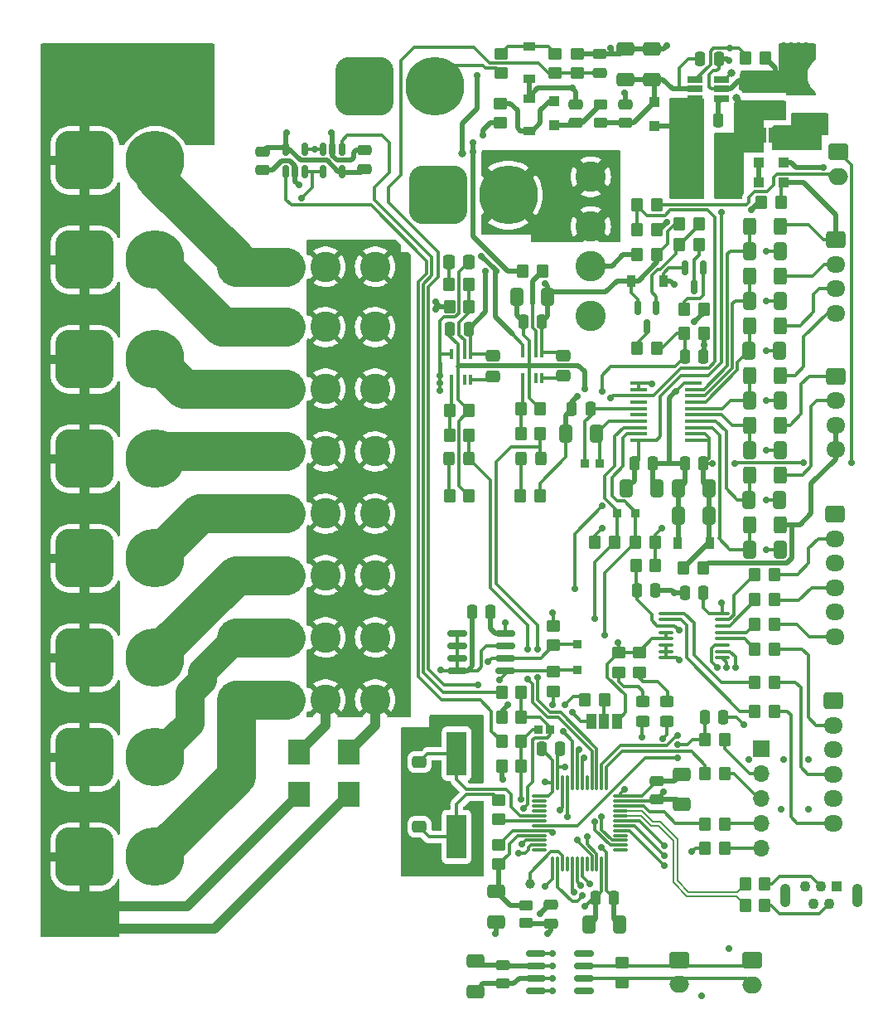
<source format=gtl>
%TF.GenerationSoftware,KiCad,Pcbnew,6.0.11+dfsg-1*%
%TF.CreationDate,2025-03-20T10:49:09-04:00*%
%TF.ProjectId,battery-board,62617474-6572-4792-9d62-6f6172642e6b,rev?*%
%TF.SameCoordinates,Original*%
%TF.FileFunction,Copper,L1,Top*%
%TF.FilePolarity,Positive*%
%FSLAX46Y46*%
G04 Gerber Fmt 4.6, Leading zero omitted, Abs format (unit mm)*
G04 Created by KiCad (PCBNEW 6.0.11+dfsg-1) date 2025-03-20 10:49:09*
%MOMM*%
%LPD*%
G01*
G04 APERTURE LIST*
G04 Aperture macros list*
%AMRoundRect*
0 Rectangle with rounded corners*
0 $1 Rounding radius*
0 $2 $3 $4 $5 $6 $7 $8 $9 X,Y pos of 4 corners*
0 Add a 4 corners polygon primitive as box body*
4,1,4,$2,$3,$4,$5,$6,$7,$8,$9,$2,$3,0*
0 Add four circle primitives for the rounded corners*
1,1,$1+$1,$2,$3*
1,1,$1+$1,$4,$5*
1,1,$1+$1,$6,$7*
1,1,$1+$1,$8,$9*
0 Add four rect primitives between the rounded corners*
20,1,$1+$1,$2,$3,$4,$5,0*
20,1,$1+$1,$4,$5,$6,$7,0*
20,1,$1+$1,$6,$7,$8,$9,0*
20,1,$1+$1,$8,$9,$2,$3,0*%
G04 Aperture macros list end*
%TA.AperFunction,ComponentPad*%
%ADD10R,0.850000X0.850000*%
%TD*%
%TA.AperFunction,SMDPad,CuDef*%
%ADD11RoundRect,0.250000X0.350000X0.450000X-0.350000X0.450000X-0.350000X-0.450000X0.350000X-0.450000X0*%
%TD*%
%TA.AperFunction,SMDPad,CuDef*%
%ADD12RoundRect,0.250000X-0.325000X-0.450000X0.325000X-0.450000X0.325000X0.450000X-0.325000X0.450000X0*%
%TD*%
%TA.AperFunction,SMDPad,CuDef*%
%ADD13RoundRect,0.250000X0.650000X-0.412500X0.650000X0.412500X-0.650000X0.412500X-0.650000X-0.412500X0*%
%TD*%
%TA.AperFunction,SMDPad,CuDef*%
%ADD14RoundRect,0.250000X-0.350000X-0.450000X0.350000X-0.450000X0.350000X0.450000X-0.350000X0.450000X0*%
%TD*%
%TA.AperFunction,SMDPad,CuDef*%
%ADD15RoundRect,0.250000X0.250000X0.475000X-0.250000X0.475000X-0.250000X-0.475000X0.250000X-0.475000X0*%
%TD*%
%TA.AperFunction,SMDPad,CuDef*%
%ADD16RoundRect,0.250000X-0.400000X-0.625000X0.400000X-0.625000X0.400000X0.625000X-0.400000X0.625000X0*%
%TD*%
%TA.AperFunction,ComponentPad*%
%ADD17C,3.098800*%
%TD*%
%TA.AperFunction,SMDPad,CuDef*%
%ADD18RoundRect,0.250000X-0.250000X-0.475000X0.250000X-0.475000X0.250000X0.475000X-0.250000X0.475000X0*%
%TD*%
%TA.AperFunction,SMDPad,CuDef*%
%ADD19RoundRect,0.250000X0.475000X-0.250000X0.475000X0.250000X-0.475000X0.250000X-0.475000X-0.250000X0*%
%TD*%
%TA.AperFunction,ComponentPad*%
%ADD20RoundRect,1.500000X-1.500000X-1.500000X1.500000X-1.500000X1.500000X1.500000X-1.500000X1.500000X0*%
%TD*%
%TA.AperFunction,ComponentPad*%
%ADD21C,6.000000*%
%TD*%
%TA.AperFunction,SMDPad,CuDef*%
%ADD22RoundRect,0.150000X-0.150000X0.587500X-0.150000X-0.587500X0.150000X-0.587500X0.150000X0.587500X0*%
%TD*%
%TA.AperFunction,SMDPad,CuDef*%
%ADD23R,1.000000X1.000000*%
%TD*%
%TA.AperFunction,SMDPad,CuDef*%
%ADD24RoundRect,0.250000X-0.475000X0.250000X-0.475000X-0.250000X0.475000X-0.250000X0.475000X0.250000X0*%
%TD*%
%TA.AperFunction,SMDPad,CuDef*%
%ADD25RoundRect,0.150000X-0.825000X-0.150000X0.825000X-0.150000X0.825000X0.150000X-0.825000X0.150000X0*%
%TD*%
%TA.AperFunction,SMDPad,CuDef*%
%ADD26RoundRect,0.250000X0.412500X0.650000X-0.412500X0.650000X-0.412500X-0.650000X0.412500X-0.650000X0*%
%TD*%
%TA.AperFunction,SMDPad,CuDef*%
%ADD27RoundRect,0.250000X0.450000X-0.350000X0.450000X0.350000X-0.450000X0.350000X-0.450000X-0.350000X0*%
%TD*%
%TA.AperFunction,SMDPad,CuDef*%
%ADD28RoundRect,0.250000X-0.337500X-0.475000X0.337500X-0.475000X0.337500X0.475000X-0.337500X0.475000X0*%
%TD*%
%TA.AperFunction,SMDPad,CuDef*%
%ADD29RoundRect,0.250000X-0.650000X0.412500X-0.650000X-0.412500X0.650000X-0.412500X0.650000X0.412500X0*%
%TD*%
%TA.AperFunction,SMDPad,CuDef*%
%ADD30R,1.600000X5.700000*%
%TD*%
%TA.AperFunction,SMDPad,CuDef*%
%ADD31RoundRect,0.075000X-0.662500X-0.075000X0.662500X-0.075000X0.662500X0.075000X-0.662500X0.075000X0*%
%TD*%
%TA.AperFunction,SMDPad,CuDef*%
%ADD32RoundRect,0.075000X-0.075000X-0.662500X0.075000X-0.662500X0.075000X0.662500X-0.075000X0.662500X0*%
%TD*%
%TA.AperFunction,ComponentPad*%
%ADD33RoundRect,0.250000X-0.725000X0.600000X-0.725000X-0.600000X0.725000X-0.600000X0.725000X0.600000X0*%
%TD*%
%TA.AperFunction,ComponentPad*%
%ADD34O,1.950000X1.700000*%
%TD*%
%TA.AperFunction,SMDPad,CuDef*%
%ADD35C,1.000000*%
%TD*%
%TA.AperFunction,SMDPad,CuDef*%
%ADD36RoundRect,0.150000X0.150000X-0.512500X0.150000X0.512500X-0.150000X0.512500X-0.150000X-0.512500X0*%
%TD*%
%TA.AperFunction,SMDPad,CuDef*%
%ADD37RoundRect,0.250000X0.450000X-0.325000X0.450000X0.325000X-0.450000X0.325000X-0.450000X-0.325000X0*%
%TD*%
%TA.AperFunction,ComponentPad*%
%ADD38RoundRect,0.250000X-0.750000X0.600000X-0.750000X-0.600000X0.750000X-0.600000X0.750000X0.600000X0*%
%TD*%
%TA.AperFunction,ComponentPad*%
%ADD39O,2.000000X1.700000*%
%TD*%
%TA.AperFunction,SMDPad,CuDef*%
%ADD40RoundRect,0.100000X-0.637500X-0.100000X0.637500X-0.100000X0.637500X0.100000X-0.637500X0.100000X0*%
%TD*%
%TA.AperFunction,SMDPad,CuDef*%
%ADD41RoundRect,0.250000X-0.475000X0.337500X-0.475000X-0.337500X0.475000X-0.337500X0.475000X0.337500X0*%
%TD*%
%TA.AperFunction,SMDPad,CuDef*%
%ADD42R,1.200000X0.900000*%
%TD*%
%TA.AperFunction,SMDPad,CuDef*%
%ADD43RoundRect,0.250000X-0.450000X0.262500X-0.450000X-0.262500X0.450000X-0.262500X0.450000X0.262500X0*%
%TD*%
%TA.AperFunction,SMDPad,CuDef*%
%ADD44RoundRect,0.250000X-0.412500X-0.650000X0.412500X-0.650000X0.412500X0.650000X-0.412500X0.650000X0*%
%TD*%
%TA.AperFunction,SMDPad,CuDef*%
%ADD45R,0.449999X1.050000*%
%TD*%
%TA.AperFunction,SMDPad,CuDef*%
%ADD46RoundRect,0.150000X-0.150000X0.512500X-0.150000X-0.512500X0.150000X-0.512500X0.150000X0.512500X0*%
%TD*%
%TA.AperFunction,SMDPad,CuDef*%
%ADD47RoundRect,0.250000X-0.450000X0.350000X-0.450000X-0.350000X0.450000X-0.350000X0.450000X0.350000X0*%
%TD*%
%TA.AperFunction,SMDPad,CuDef*%
%ADD48R,1.560000X0.650000*%
%TD*%
%TA.AperFunction,SMDPad,CuDef*%
%ADD49RoundRect,0.250000X0.450000X-0.262500X0.450000X0.262500X-0.450000X0.262500X-0.450000X-0.262500X0*%
%TD*%
%TA.AperFunction,ComponentPad*%
%ADD50R,1.100000X1.100000*%
%TD*%
%TA.AperFunction,ComponentPad*%
%ADD51C,1.100000*%
%TD*%
%TA.AperFunction,ComponentPad*%
%ADD52O,1.100000X2.400000*%
%TD*%
%TA.AperFunction,ComponentPad*%
%ADD53R,1.700000X1.700000*%
%TD*%
%TA.AperFunction,ComponentPad*%
%ADD54O,1.700000X1.700000*%
%TD*%
%TA.AperFunction,SMDPad,CuDef*%
%ADD55RoundRect,0.250000X0.475000X-0.337500X0.475000X0.337500X-0.475000X0.337500X-0.475000X-0.337500X0*%
%TD*%
%TA.AperFunction,SMDPad,CuDef*%
%ADD56R,2.300000X2.500000*%
%TD*%
%TA.AperFunction,SMDPad,CuDef*%
%ADD57R,0.900000X1.200000*%
%TD*%
%TA.AperFunction,SMDPad,CuDef*%
%ADD58R,1.000000X1.500000*%
%TD*%
%TA.AperFunction,SMDPad,CuDef*%
%ADD59R,2.000000X4.500000*%
%TD*%
%TA.AperFunction,SMDPad,CuDef*%
%ADD60R,1.676400X0.355600*%
%TD*%
%TA.AperFunction,ViaPad*%
%ADD61C,0.700000*%
%TD*%
%TA.AperFunction,ViaPad*%
%ADD62C,0.800000*%
%TD*%
%TA.AperFunction,Conductor*%
%ADD63C,4.000000*%
%TD*%
%TA.AperFunction,Conductor*%
%ADD64C,0.300000*%
%TD*%
%TA.AperFunction,Conductor*%
%ADD65C,0.500000*%
%TD*%
%TA.AperFunction,Conductor*%
%ADD66C,1.000000*%
%TD*%
%TA.AperFunction,Conductor*%
%ADD67C,0.200000*%
%TD*%
%TA.AperFunction,Conductor*%
%ADD68C,3.000000*%
%TD*%
G04 APERTURE END LIST*
D10*
%TO.P,TP3,1,1*%
%TO.N,BMS_VREF*%
X98552000Y-94742000D03*
%TD*%
D11*
%TO.P,C28,1*%
%TO.N,ICHG_SENSE*%
X90551000Y-120650000D03*
%TO.P,C28,2*%
%TO.N,BATTN*%
X88551000Y-120650000D03*
%TD*%
%TO.P,R32,1*%
%TO.N,Net-(R32-Pad1)*%
X85149999Y-76376000D03*
%TO.P,R32,2*%
%TO.N,Net-(C20-Pad1)*%
X83149999Y-76376000D03*
%TD*%
D12*
%TO.P,D2,1,K*%
%TO.N,Net-(D2-Pad1)*%
X90513999Y-94156000D03*
%TO.P,D2,2,A*%
%TO.N,EN_CHG*%
X92563999Y-94156000D03*
%TD*%
D13*
%TO.P,C12,1*%
%TO.N,VDD*%
X85852000Y-148628500D03*
%TO.P,C12,2*%
%TO.N,BATTN*%
X85852000Y-145503500D03*
%TD*%
D14*
%TO.P,R34,1*%
%TO.N,/load_switch/EN_CHG_PIN*%
X90479872Y-89141000D03*
%TO.P,R34,2*%
%TO.N,BATTN*%
X92479872Y-89141000D03*
%TD*%
D15*
%TO.P,C49,1*%
%TO.N,BATTN*%
X110714127Y-53395000D03*
%TO.P,C49,2*%
%TO.N,/rails/BATTP_LP_FILT*%
X108814127Y-53395000D03*
%TD*%
D11*
%TO.P,R65,1*%
%TO.N,BATTN*%
X115500000Y-53340000D03*
%TO.P,R65,2*%
%TO.N,BMS_AWAKE*%
X113500000Y-53340000D03*
%TD*%
D16*
%TO.P,R49,1*%
%TO.N,/battery_management/VC1*%
X113884127Y-75555000D03*
%TO.P,R49,2*%
%TO.N,/battery_management/C1*%
X116984127Y-75555000D03*
%TD*%
%TO.P,R48,1*%
%TO.N,/battery_management/VC2*%
X113884127Y-80635000D03*
%TO.P,R48,2*%
%TO.N,/battery_management/C2*%
X116984127Y-80635000D03*
%TD*%
D17*
%TO.P,F7,1*%
%TO.N,BATTP_DSG*%
X70523100Y-112458500D03*
X75603100Y-112458500D03*
%TO.P,F7,2*%
%TO.N,Net-(F7-Pad2)*%
X66459100Y-112458500D03*
X61379100Y-112458500D03*
%TD*%
D10*
%TO.P,TP7,1,1*%
%TO.N,ICHG_SENSE*%
X93472000Y-121920000D03*
%TD*%
D16*
%TO.P,R46,1*%
%TO.N,/battery_management/VC4*%
X113884127Y-90795000D03*
%TO.P,R46,2*%
%TO.N,/battery_management/C4*%
X116984127Y-90795000D03*
%TD*%
D18*
%TO.P,C13,1*%
%TO.N,BATTN*%
X85521000Y-109875000D03*
%TO.P,C13,2*%
%TO.N,VDD*%
X87421000Y-109875000D03*
%TD*%
D15*
%TO.P,C17,1*%
%TO.N,BATTN*%
X104267000Y-107696000D03*
%TO.P,C17,2*%
%TO.N,NTC*%
X102367000Y-107696000D03*
%TD*%
D17*
%TO.P,F5,1*%
%TO.N,BATTP_DSG*%
X75603100Y-93472000D03*
X70523100Y-93472000D03*
%TO.P,F5,2*%
%TO.N,Net-(F5-Pad2)*%
X61379100Y-93472000D03*
X66459100Y-93472000D03*
%TD*%
D14*
%TO.P,R31,1*%
%TO.N,/load_switch/EN_DSG_PIN*%
X83199871Y-89301000D03*
%TO.P,R31,2*%
%TO.N,BATTN*%
X85199871Y-89301000D03*
%TD*%
D18*
%TO.P,C18,1*%
%TO.N,BATTN*%
X107254000Y-107950000D03*
%TO.P,C18,2*%
%TO.N,VDD*%
X109154000Y-107950000D03*
%TD*%
D14*
%TO.P,R21,1*%
%TO.N,Net-(R21-Pad1)*%
X114434127Y-106035000D03*
%TO.P,R21,2*%
%TO.N,/thermistors/NTC1_IN*%
X116434127Y-106035000D03*
%TD*%
D11*
%TO.P,R9,1*%
%TO.N,/load_switch/CHG_GATE_PIN*%
X92684000Y-75086000D03*
%TO.P,R9,2*%
%TO.N,/load_switch/CHG_GATE*%
X90684000Y-75086000D03*
%TD*%
D19*
%TO.P,C25,1*%
%TO.N,BATTN*%
X64126127Y-64760000D03*
%TO.P,C25,2*%
%TO.N,VDD*%
X64126127Y-62860000D03*
%TD*%
D20*
%TO.P,J18,1,Pin_1*%
%TO.N,GNDPWR*%
X45930000Y-104394000D03*
D21*
%TO.P,J18,2,Pin_2*%
%TO.N,Net-(F9-Pad2)*%
X53130000Y-104394000D03*
%TD*%
D20*
%TO.P,J14,1,Pin_1*%
%TO.N,GNDPWR*%
X45930000Y-94234000D03*
D21*
%TO.P,J14,2,Pin_2*%
%TO.N,Net-(F5-Pad2)*%
X53130000Y-94234000D03*
%TD*%
D22*
%TO.P,Q2,1,B*%
%TO.N,Net-(Q2-Pad1)*%
X104328000Y-78818500D03*
%TO.P,Q2,2,E*%
%TO.N,BATTP_PROT*%
X102428000Y-78818500D03*
%TO.P,Q2,3,C*%
%TO.N,Net-(Q2-Pad3)*%
X103378000Y-80693500D03*
%TD*%
D23*
%TO.P,D29,1,K*%
%TO.N,/rails/BATTP_LP_FILT*%
X104159127Y-57760000D03*
%TO.P,D29,2,A*%
%TO.N,/rails/TPS_SW*%
X104159127Y-60260000D03*
%TD*%
D24*
%TO.P,C52,1*%
%TO.N,BATTN*%
X96124127Y-58003748D03*
%TO.P,C52,2*%
%TO.N,Net-(C52-Pad2)*%
X96124127Y-59903748D03*
%TD*%
%TO.P,C15,1*%
%TO.N,BATTN*%
X88644127Y-145917500D03*
%TO.P,C15,2*%
%TO.N,VDD*%
X88644127Y-147817500D03*
%TD*%
D13*
%TO.P,C56,1*%
%TO.N,/rails/TPS_VOUT*%
X116504127Y-58751000D03*
%TO.P,C56,2*%
%TO.N,BATTN*%
X116504127Y-55626000D03*
%TD*%
D11*
%TO.P,R29,1*%
%TO.N,EN_DSG*%
X85199871Y-91841000D03*
%TO.P,R29,2*%
%TO.N,/load_switch/EN_DSG_PIN*%
X83199871Y-91841000D03*
%TD*%
D20*
%TO.P,J10,1,Pin_1*%
%TO.N,BATTN*%
X82021191Y-67300000D03*
D21*
%TO.P,J10,2,Pin_2*%
%TO.N,/power_connectors/BATTP_RAW*%
X89221191Y-67300000D03*
%TD*%
D25*
%TO.P,U2,1,D*%
%TO.N,/MCU/CAN_TX*%
X92004127Y-144770000D03*
%TO.P,U2,2,GND*%
%TO.N,BATTN*%
X92004127Y-146040000D03*
%TO.P,U2,3,VCC*%
%TO.N,VDD*%
X92004127Y-147310000D03*
%TO.P,U2,4,R*%
%TO.N,/MCU/CAN_RX*%
X92004127Y-148580000D03*
%TO.P,U2,5,NC*%
%TO.N,unconnected-(U2-Pad5)*%
X96954127Y-148580000D03*
%TO.P,U2,6,CANL*%
%TO.N,/MCU/CAN+*%
X96954127Y-147310000D03*
%TO.P,U2,7,CANH*%
%TO.N,/MCU/CAN-*%
X96954127Y-146040000D03*
%TO.P,U2,8,NC*%
%TO.N,unconnected-(U2-Pad8)*%
X96954127Y-144770000D03*
%TD*%
D10*
%TO.P,TP6,1,1*%
%TO.N,BMS_SDA*%
X100330000Y-99822000D03*
%TD*%
D26*
%TO.P,C42,1*%
%TO.N,BMS_VREF*%
X98209500Y-91694000D03*
%TO.P,C42,2*%
%TO.N,BATTN*%
X95084500Y-91694000D03*
%TD*%
D11*
%TO.P,R43,1*%
%TO.N,/battery_management/C6*%
X109126000Y-105410000D03*
%TO.P,R43,2*%
%TO.N,/battery_management/AFE_PWR*%
X107126000Y-105410000D03*
%TD*%
%TO.P,R40,1*%
%TO.N,IDSG_SENSE*%
X90551000Y-123063000D03*
%TO.P,R40,2*%
%TO.N,Net-(R40-Pad2)*%
X88551000Y-123063000D03*
%TD*%
D14*
%TO.P,R25,1*%
%TO.N,Net-(R25-Pad1)*%
X114434127Y-117020000D03*
%TO.P,R25,2*%
%TO.N,/thermistors/NTC5_IN*%
X116434127Y-117020000D03*
%TD*%
D27*
%TO.P,R13,1*%
%TO.N,Net-(D4-Pad2)*%
X102616000Y-116000000D03*
%TO.P,R13,2*%
%TO.N,VDD*%
X102616000Y-114000000D03*
%TD*%
D28*
%TO.P,C20,1*%
%TO.N,Net-(C20-Pad1)*%
X83112499Y-74090000D03*
%TO.P,C20,2*%
%TO.N,BATTP_DSG*%
X85187499Y-74090000D03*
%TD*%
D17*
%TO.P,F6,1*%
%TO.N,BATTP_DSG*%
X70523100Y-118808500D03*
X75603100Y-118808500D03*
%TO.P,F6,2*%
%TO.N,Net-(F6-Pad2)*%
X66459100Y-118808500D03*
X61379100Y-118808500D03*
%TD*%
D29*
%TO.P,C10,1*%
%TO.N,VDDA*%
X88002127Y-138381500D03*
%TO.P,C10,2*%
%TO.N,BATTN*%
X88002127Y-141506500D03*
%TD*%
D10*
%TO.P,TP4,1,1*%
%TO.N,BMS_VCELL*%
X97028000Y-94742000D03*
%TD*%
D11*
%TO.P,R17,1*%
%TO.N,/MCU/NRST_RAW*%
X111354127Y-122936000D03*
%TO.P,R17,2*%
%TO.N,/MCU/NRST*%
X109354127Y-122936000D03*
%TD*%
D17*
%TO.P,F9,1*%
%TO.N,BATTP_DSG*%
X70523100Y-99822000D03*
X75603100Y-99822000D03*
%TO.P,F9,2*%
%TO.N,Net-(F9-Pad2)*%
X66459100Y-99822000D03*
X61379100Y-99822000D03*
%TD*%
D23*
%TO.P,D28,1,K*%
%TO.N,Net-(C52-Pad2)*%
X93874627Y-60183748D03*
%TO.P,D28,2,A*%
%TO.N,Net-(D27-Pad1)*%
X93874627Y-57683748D03*
%TD*%
D11*
%TO.P,R37,1*%
%TO.N,VBAT_SENSE*%
X104378000Y-82931000D03*
%TO.P,R37,2*%
%TO.N,Net-(Q2-Pad3)*%
X102378000Y-82931000D03*
%TD*%
D30*
%TO.P,L1,1,1*%
%TO.N,/rails/TPS_SW*%
X107369127Y-64760000D03*
%TO.P,L1,2,2*%
%TO.N,/rails/TPS_VOUT*%
X112069127Y-64760000D03*
%TD*%
D31*
%TO.P,U1,1,VBAT*%
%TO.N,VDD*%
X92348627Y-128685000D03*
%TO.P,U1,2,PC13*%
%TO.N,unconnected-(U1-Pad2)*%
X92348627Y-129185000D03*
%TO.P,U1,3,PC14*%
%TO.N,unconnected-(U1-Pad3)*%
X92348627Y-129685000D03*
%TO.P,U1,4,PC15*%
%TO.N,unconnected-(U1-Pad4)*%
X92348627Y-130185000D03*
%TO.P,U1,5,PF0*%
%TO.N,/MCU/OSC_IN*%
X92348627Y-130685000D03*
%TO.P,U1,6,PF1*%
%TO.N,/MCU/OSC_OUT*%
X92348627Y-131185000D03*
%TO.P,U1,7,NRST*%
%TO.N,/MCU/NRST*%
X92348627Y-131685000D03*
%TO.P,U1,8,VSSA*%
%TO.N,BATTN*%
X92348627Y-132185000D03*
%TO.P,U1,9,VDDA*%
%TO.N,VDDA*%
X92348627Y-132685000D03*
%TO.P,U1,10,PA0*%
%TO.N,ICHG_SENSE*%
X92348627Y-133185000D03*
%TO.P,U1,11,PA1*%
%TO.N,IDSG_SENSE*%
X92348627Y-133685000D03*
%TO.P,U1,12,PA2*%
%TO.N,unconnected-(U1-Pad12)*%
X92348627Y-134185000D03*
D32*
%TO.P,U1,13,PA3*%
%TO.N,VCHG_SENSE*%
X93761127Y-135597500D03*
%TO.P,U1,14,PA4*%
%TO.N,VBAT_SENSE*%
X94261127Y-135597500D03*
%TO.P,U1,15,PA5*%
%TO.N,/MCU/OC_DSG_REF*%
X94761127Y-135597500D03*
%TO.P,U1,16,PA6*%
%TO.N,unconnected-(U1-Pad16)*%
X95261127Y-135597500D03*
%TO.P,U1,17,PA7*%
%TO.N,BMS_VCELL*%
X95761127Y-135597500D03*
%TO.P,U1,18,PB0*%
%TO.N,BMS_VREF*%
X96261127Y-135597500D03*
%TO.P,U1,19,PB1*%
%TO.N,NTC*%
X96761127Y-135597500D03*
%TO.P,U1,20,PB2*%
%TO.N,unconnected-(U1-Pad20)*%
X97261127Y-135597500D03*
%TO.P,U1,21,PB10*%
%TO.N,/MCU/ROM_SCL*%
X97761127Y-135597500D03*
%TO.P,U1,22,PB11*%
%TO.N,/MCU/ROM_SDA*%
X98261127Y-135597500D03*
%TO.P,U1,23,VSS*%
%TO.N,BATTN*%
X98761127Y-135597500D03*
%TO.P,U1,24,VDD*%
%TO.N,VDD*%
X99261127Y-135597500D03*
D31*
%TO.P,U1,25,PB12*%
%TO.N,unconnected-(U1-Pad25)*%
X100673627Y-134185000D03*
%TO.P,U1,26,PB13*%
%TO.N,LED_A*%
X100673627Y-133685000D03*
%TO.P,U1,27,PB14*%
%TO.N,LED_B*%
X100673627Y-133185000D03*
%TO.P,U1,28,PB15*%
%TO.N,unconnected-(U1-Pad28)*%
X100673627Y-132685000D03*
%TO.P,U1,29,PA8*%
%TO.N,NTC_SEL1*%
X100673627Y-132185000D03*
%TO.P,U1,30,PA9*%
%TO.N,NTC_SEL2*%
X100673627Y-131685000D03*
%TO.P,U1,31,PA10*%
%TO.N,NTC_SEL0*%
X100673627Y-131185000D03*
%TO.P,U1,32,PA11*%
%TO.N,USB_D-*%
X100673627Y-130685000D03*
%TO.P,U1,33,PA12*%
%TO.N,USB_D+*%
X100673627Y-130185000D03*
%TO.P,U1,34,PA13*%
%TO.N,/MCU/SWDIO*%
X100673627Y-129685000D03*
%TO.P,U1,35,VSS*%
%TO.N,BATTN*%
X100673627Y-129185000D03*
%TO.P,U1,36,VDDIO2*%
%TO.N,VDD*%
X100673627Y-128685000D03*
D32*
%TO.P,U1,37,PA14*%
%TO.N,/MCU/SWCLK*%
X99261127Y-127272500D03*
%TO.P,U1,38,PA15*%
%TO.N,BTN*%
X98761127Y-127272500D03*
%TO.P,U1,39,PB3*%
%TO.N,EN_CHG*%
X98261127Y-127272500D03*
%TO.P,U1,40,PB4*%
%TO.N,EN_DSG*%
X97761127Y-127272500D03*
%TO.P,U1,41,PB5*%
%TO.N,unconnected-(U1-Pad41)*%
X97261127Y-127272500D03*
%TO.P,U1,42,PB6*%
%TO.N,BMS_SCL*%
X96761127Y-127272500D03*
%TO.P,U1,43,PB7*%
%TO.N,BMS_SDA*%
X96261127Y-127272500D03*
%TO.P,U1,44,BOOT0*%
%TO.N,/MCU/BOOT0*%
X95761127Y-127272500D03*
%TO.P,U1,45,PB8*%
%TO.N,/MCU/CAN_RX*%
X95261127Y-127272500D03*
%TO.P,U1,46,PB9*%
%TO.N,/MCU/CAN_TX*%
X94761127Y-127272500D03*
%TO.P,U1,47,VSS*%
%TO.N,BATTN*%
X94261127Y-127272500D03*
%TO.P,U1,48,VDD*%
%TO.N,VDD*%
X93761127Y-127272500D03*
%TD*%
D14*
%TO.P,R23,1*%
%TO.N,Net-(R23-Pad1)*%
X114417063Y-111115000D03*
%TO.P,R23,2*%
%TO.N,/thermistors/NTC3_IN*%
X116417063Y-111115000D03*
%TD*%
D33*
%TO.P,J4,1,Pin_1*%
%TO.N,BATTN*%
X122629127Y-99885000D03*
D34*
%TO.P,J4,2,Pin_2*%
%TO.N,/thermistors/NTC1_IN*%
X122629127Y-102385000D03*
%TO.P,J4,3,Pin_3*%
%TO.N,BATTN*%
X122629127Y-104885000D03*
%TO.P,J4,4,Pin_4*%
%TO.N,/thermistors/NTC2_IN*%
X122629127Y-107385000D03*
%TO.P,J4,5,Pin_5*%
%TO.N,BATTN*%
X122629127Y-109885000D03*
%TO.P,J4,6,Pin_6*%
%TO.N,/thermistors/NTC3_IN*%
X122629127Y-112385000D03*
%TD*%
D14*
%TO.P,R60,1*%
%TO.N,BTN*%
X102378000Y-70866000D03*
%TO.P,R60,2*%
%TO.N,BATTN*%
X104378000Y-70866000D03*
%TD*%
D20*
%TO.P,J17,1,Pin_1*%
%TO.N,GNDPWR*%
X45930000Y-114554000D03*
D21*
%TO.P,J17,2,Pin_2*%
%TO.N,Net-(F8-Pad2)*%
X53130000Y-114554000D03*
%TD*%
D23*
%TO.P,D23,1,K*%
%TO.N,/battery_management/C0*%
X117328000Y-66040000D03*
%TO.P,D23,2,A*%
%TO.N,Net-(D23-Pad2)*%
X114828000Y-66040000D03*
%TD*%
D35*
%TO.P,TP11,1,1*%
%TO.N,/MCU/OC_DSG_REF*%
X91440000Y-137668000D03*
%TD*%
D16*
%TO.P,R44,1*%
%TO.N,/battery_management/VC6*%
X113884127Y-100955000D03*
%TO.P,R44,2*%
%TO.N,/battery_management/C6*%
X116984127Y-100955000D03*
%TD*%
D36*
%TO.P,U7,1*%
%TO.N,Net-(R40-Pad2)*%
X66478127Y-64881500D03*
%TO.P,U7,2,GND*%
%TO.N,BATTN*%
X67428127Y-64881500D03*
%TO.P,U7,3,+*%
%TO.N,GNDPWR*%
X68378127Y-64881500D03*
%TO.P,U7,4,-*%
%TO.N,BATTN*%
X68378127Y-62606500D03*
%TO.P,U7,5,V+*%
%TO.N,VDD*%
X66478127Y-62606500D03*
%TD*%
D10*
%TO.P,TP8,1,1*%
%TO.N,IDSG_SENSE*%
X92322000Y-121920000D03*
%TD*%
D18*
%TO.P,C4,1*%
%TO.N,BATTN*%
X83265999Y-80948000D03*
%TO.P,C4,2*%
%TO.N,BATTP_PROT*%
X85165999Y-80948000D03*
%TD*%
D11*
%TO.P,R10,1*%
%TO.N,VDD*%
X109204000Y-78994000D03*
%TO.P,R10,2*%
%TO.N,Net-(Q1-Pad1)*%
X107204000Y-78994000D03*
%TD*%
D37*
%TO.P,D4,1,K*%
%TO.N,LED_B*%
X105410000Y-121025000D03*
%TO.P,D4,2,A*%
%TO.N,Net-(D4-Pad2)*%
X105410000Y-118975000D03*
%TD*%
D38*
%TO.P,J19,1,Pin_1*%
%TO.N,/MCU/CAN-*%
X106654127Y-145405000D03*
D39*
%TO.P,J19,2,Pin_2*%
%TO.N,/MCU/CAN+*%
X106654127Y-147905000D03*
%TD*%
D11*
%TO.P,R2,1*%
%TO.N,Net-(JP1-Pad2)*%
X99044000Y-118872000D03*
%TO.P,R2,2*%
%TO.N,/MCU/BOOT0*%
X97044000Y-118872000D03*
%TD*%
D13*
%TO.P,C48,1*%
%TO.N,/rails/BATTP_LP_FILT*%
X103884127Y-55492500D03*
%TO.P,C48,2*%
%TO.N,BATTN*%
X103884127Y-52367500D03*
%TD*%
D11*
%TO.P,R20,1*%
%TO.N,/MCU/USB_DM_RAW*%
X115434127Y-139817000D03*
%TO.P,R20,2*%
%TO.N,USB_D-*%
X113434127Y-139817000D03*
%TD*%
D26*
%TO.P,C29,1*%
%TO.N,/battery_management/AFE_PWR*%
X109766500Y-97282000D03*
%TO.P,C29,2*%
%TO.N,BATTN*%
X106641500Y-97282000D03*
%TD*%
D24*
%TO.P,C26,1*%
%TO.N,BATTN*%
X74540127Y-62728000D03*
%TO.P,C26,2*%
%TO.N,VDD*%
X74540127Y-64628000D03*
%TD*%
D11*
%TO.P,R42,1*%
%TO.N,/battery_management/C0*%
X117078000Y-68072000D03*
%TO.P,R42,2*%
%TO.N,BATTN*%
X115078000Y-68072000D03*
%TD*%
D17*
%TO.P,F8,1*%
%TO.N,BATTP_DSG*%
X70523100Y-106108500D03*
X75603100Y-106108500D03*
%TO.P,F8,2*%
%TO.N,Net-(F8-Pad2)*%
X66459100Y-106108500D03*
X61379100Y-106108500D03*
%TD*%
D33*
%TO.P,J6,1,Pin_1*%
%TO.N,/battery_management/C4*%
X122666227Y-85775000D03*
D34*
%TO.P,J6,2,Pin_2*%
%TO.N,/battery_management/C5*%
X122666227Y-88275000D03*
%TO.P,J6,3,Pin_3*%
%TO.N,/battery_management/C6*%
X122666227Y-90775000D03*
%TO.P,J6,4,Pin_4*%
X122666227Y-93275000D03*
%TD*%
D11*
%TO.P,R14,1*%
%TO.N,/MCU/VTARGET*%
X111354127Y-133975000D03*
%TO.P,R14,2*%
%TO.N,VDD*%
X109354127Y-133975000D03*
%TD*%
D40*
%TO.P,U4,1,X4*%
%TO.N,Net-(R25-Pad1)*%
X105341500Y-109993000D03*
%TO.P,U4,2,X6*%
%TO.N,Net-(R26-Pad1)*%
X105341500Y-110643000D03*
%TO.P,U4,3,X*%
%TO.N,NTC*%
X105341500Y-111293000D03*
%TO.P,U4,4,X7*%
%TO.N,VDD*%
X105341500Y-111943000D03*
%TO.P,U4,5,X5*%
X105341500Y-112593000D03*
%TO.P,U4,6,Inh*%
%TO.N,BATTN*%
X105341500Y-113243000D03*
%TO.P,U4,7,VEE*%
X105341500Y-113893000D03*
%TO.P,U4,8,VSS*%
X105341500Y-114543000D03*
%TO.P,U4,9,C*%
%TO.N,NTC_SEL2*%
X111066500Y-114543000D03*
%TO.P,U4,10,B*%
%TO.N,NTC_SEL1*%
X111066500Y-113893000D03*
%TO.P,U4,11,A*%
%TO.N,NTC_SEL0*%
X111066500Y-113243000D03*
%TO.P,U4,12,X3*%
%TO.N,Net-(R24-Pad1)*%
X111066500Y-112593000D03*
%TO.P,U4,13,X0*%
%TO.N,Net-(R23-Pad1)*%
X111066500Y-111943000D03*
%TO.P,U4,14,X1*%
%TO.N,Net-(R22-Pad1)*%
X111066500Y-111293000D03*
%TO.P,U4,15,X2*%
%TO.N,Net-(R21-Pad1)*%
X111066500Y-110643000D03*
%TO.P,U4,16,VDD*%
%TO.N,VDD*%
X111066500Y-109993000D03*
%TD*%
D20*
%TO.P,J11,1,Pin_1*%
%TO.N,GNDPWR*%
X45930000Y-63754000D03*
D21*
%TO.P,J11,2,Pin_2*%
%TO.N,Net-(F2-Pad2)*%
X53130000Y-63754000D03*
%TD*%
D41*
%TO.P,C22,1*%
%TO.N,BATTP_PROT*%
X94869000Y-83664500D03*
%TO.P,C22,2*%
%TO.N,Net-(C22-Pad2)*%
X94869000Y-85739500D03*
%TD*%
D42*
%TO.P,D27,1,K*%
%TO.N,Net-(D27-Pad1)*%
X91344627Y-60720000D03*
%TO.P,D27,2,A*%
%TO.N,BATTN*%
X91344627Y-57420000D03*
%TD*%
D15*
%TO.P,C6,1*%
%TO.N,BATTN*%
X94500000Y-123825000D03*
%TO.P,C6,2*%
%TO.N,VDD*%
X92600000Y-123825000D03*
%TD*%
D11*
%TO.P,R27,1*%
%TO.N,VDD*%
X104251000Y-105156000D03*
%TO.P,R27,2*%
%TO.N,NTC*%
X102251000Y-105156000D03*
%TD*%
%TO.P,R28,1*%
%TO.N,Net-(Q2-Pad1)*%
X108696000Y-70231000D03*
%TO.P,R28,2*%
%TO.N,BATTP_PROT*%
X106696000Y-70231000D03*
%TD*%
D18*
%TO.P,C35,1*%
%TO.N,BATTN*%
X107254000Y-94742000D03*
%TO.P,C35,2*%
%TO.N,/battery_management/AFE_PWR*%
X109154000Y-94742000D03*
%TD*%
D26*
%TO.P,C31,1*%
%TO.N,/battery_management/AFE_PWR*%
X109766500Y-100076000D03*
%TO.P,C31,2*%
%TO.N,BATTN*%
X106641500Y-100076000D03*
%TD*%
D14*
%TO.P,R38,1*%
%TO.N,VBAT_SENSE*%
X107204000Y-81407000D03*
%TO.P,R38,2*%
%TO.N,BATTN*%
X109204000Y-81407000D03*
%TD*%
D16*
%TO.P,R50,1*%
%TO.N,/battery_management/VC0*%
X113884127Y-70475000D03*
%TO.P,R50,2*%
%TO.N,/battery_management/C0*%
X116984127Y-70475000D03*
%TD*%
D18*
%TO.P,C5,1*%
%TO.N,BATTN*%
X98101127Y-139055000D03*
%TO.P,C5,2*%
%TO.N,VDD*%
X100001127Y-139055000D03*
%TD*%
D43*
%TO.P,FB1,1*%
%TO.N,Net-(C52-Pad2)*%
X98664127Y-58041248D03*
%TO.P,FB1,2*%
%TO.N,/rails/BATTP_LP_FILT*%
X98664127Y-59866248D03*
%TD*%
D11*
%TO.P,R59,1*%
%TO.N,/battery_management/BTNN*%
X104378000Y-68326000D03*
%TO.P,R59,2*%
%TO.N,BTN*%
X102378000Y-68326000D03*
%TD*%
D44*
%TO.P,C30,1*%
%TO.N,/battery_management/VC6*%
X113871627Y-103495000D03*
%TO.P,C30,2*%
%TO.N,BATTN*%
X116996627Y-103495000D03*
%TD*%
D27*
%TO.P,R51,1*%
%TO.N,BATTP_CHG*%
X88504127Y-54848000D03*
%TO.P,R51,2*%
%TO.N,BATTP_CHG_PROT*%
X88504127Y-52848000D03*
%TD*%
D44*
%TO.P,C38,1*%
%TO.N,/battery_management/VC0*%
X113871627Y-73015000D03*
%TO.P,C38,2*%
%TO.N,BATTN*%
X116996627Y-73015000D03*
%TD*%
D22*
%TO.P,Q1,1,B*%
%TO.N,Net-(Q1-Pad1)*%
X109154000Y-74754500D03*
%TO.P,Q1,2,E*%
%TO.N,BATTN*%
X107254000Y-74754500D03*
%TO.P,Q1,3,C*%
%TO.N,Net-(Q1-Pad3)*%
X108204000Y-76629500D03*
%TD*%
D27*
%TO.P,R12,1*%
%TO.N,Net-(D3-Pad2)*%
X100500000Y-116000000D03*
%TO.P,R12,2*%
%TO.N,VDD*%
X100500000Y-114000000D03*
%TD*%
D41*
%TO.P,C2,1*%
%TO.N,BATTN*%
X80128127Y-129741000D03*
%TO.P,C2,2*%
%TO.N,Net-(C2-Pad2)*%
X80128127Y-131816000D03*
%TD*%
D20*
%TO.P,J12,1,Pin_1*%
%TO.N,GNDPWR*%
X45930000Y-73914000D03*
D21*
%TO.P,J12,2,Pin_2*%
%TO.N,Net-(F3-Pad2)*%
X53130000Y-73914000D03*
%TD*%
D38*
%TO.P,J8,1,Pin_1*%
%TO.N,/battery_management/AFE_PWR*%
X122944127Y-62875000D03*
D39*
%TO.P,J8,2,Pin_2*%
%TO.N,/battery_management/BTNN*%
X122944127Y-65375000D03*
%TD*%
D14*
%TO.P,R22,1*%
%TO.N,Net-(R22-Pad1)*%
X114434127Y-108575000D03*
%TO.P,R22,2*%
%TO.N,/thermistors/NTC2_IN*%
X116434127Y-108575000D03*
%TD*%
D24*
%TO.P,C59,1*%
%TO.N,BATTN*%
X93590127Y-139756000D03*
%TO.P,C59,2*%
%TO.N,VDD*%
X93590127Y-141656000D03*
%TD*%
D44*
%TO.P,C41,1*%
%TO.N,BMS_AWAKE*%
X101307500Y-97282000D03*
%TO.P,C41,2*%
%TO.N,BATTN*%
X104432500Y-97282000D03*
%TD*%
D45*
%TO.P,U5,1,EN_UVLO*%
%TO.N,/load_switch/EN_DSG_PIN*%
X83429000Y-86121000D03*
%TO.P,U5,2,GND*%
%TO.N,BATTN*%
X84078998Y-86121000D03*
%TO.P,U5,3,NC*%
%TO.N,unconnected-(U5-Pad3)*%
X84729000Y-86121000D03*
%TO.P,U5,4,VCAP*%
%TO.N,Net-(C19-Pad2)*%
X85378998Y-86121000D03*
%TO.P,U5,5,VS*%
%TO.N,BATTP_PROT*%
X85378998Y-83521000D03*
%TO.P,U5,6,GATE*%
%TO.N,Net-(R32-Pad1)*%
X84729000Y-83521000D03*
%TO.P,U5,7,OV*%
%TO.N,BATTN*%
X84078998Y-83521000D03*
%TO.P,U5,8,SRC*%
%TO.N,BATTP_DSG*%
X83429000Y-83521000D03*
%TD*%
D46*
%TO.P,U8,1*%
%TO.N,Net-(R41-Pad2)*%
X72188127Y-62606500D03*
%TO.P,U8,2,GND*%
%TO.N,BATTN*%
X71238127Y-62606500D03*
%TO.P,U8,3,+*%
X70288127Y-62606500D03*
%TO.P,U8,4,-*%
%TO.N,GNDPWR*%
X70288127Y-64881500D03*
%TO.P,U8,5,V+*%
%TO.N,VDD*%
X72188127Y-64881500D03*
%TD*%
D27*
%TO.P,C11,1*%
%TO.N,VDDA*%
X88256127Y-135610000D03*
%TO.P,C11,2*%
%TO.N,BATTN*%
X88256127Y-133610000D03*
%TD*%
D23*
%TO.P,D24,1,K*%
%TO.N,BATTN*%
X117328000Y-64008000D03*
%TO.P,D24,2,A*%
%TO.N,Net-(D23-Pad2)*%
X114828000Y-64008000D03*
%TD*%
D11*
%TO.P,R33,1*%
%TO.N,EN_CHG*%
X92479872Y-91661000D03*
%TO.P,R33,2*%
%TO.N,/load_switch/EN_CHG_PIN*%
X90479872Y-91661000D03*
%TD*%
D19*
%TO.P,C7,1*%
%TO.N,BATTN*%
X104394000Y-129032000D03*
%TO.P,C7,2*%
%TO.N,VDD*%
X104394000Y-127132000D03*
%TD*%
D25*
%TO.P,U3,1,A0*%
%TO.N,BATTN*%
X83996000Y-112034000D03*
%TO.P,U3,2,A1*%
X83996000Y-113304000D03*
%TO.P,U3,3,A2*%
X83996000Y-114574000D03*
%TO.P,U3,4,GND*%
X83996000Y-115844000D03*
%TO.P,U3,5,SDA*%
%TO.N,/MCU/ROM_SDA*%
X88946000Y-115844000D03*
%TO.P,U3,6,SCL*%
%TO.N,/MCU/ROM_SCL*%
X88946000Y-114574000D03*
%TO.P,U3,7,WP*%
%TO.N,BATTN*%
X88946000Y-113304000D03*
%TO.P,U3,8,VCC*%
%TO.N,VDD*%
X88946000Y-112034000D03*
%TD*%
D47*
%TO.P,R52,1*%
%TO.N,BATTP_CHG_PROT*%
X93980000Y-52848000D03*
%TO.P,R52,2*%
%TO.N,VCHG_SENSE*%
X93980000Y-54848000D03*
%TD*%
D14*
%TO.P,R24,1*%
%TO.N,Net-(R24-Pad1)*%
X114434127Y-113655000D03*
%TO.P,R24,2*%
%TO.N,/thermistors/NTC4_IN*%
X116434127Y-113655000D03*
%TD*%
D48*
%TO.P,U10,1,CB*%
%TO.N,Net-(C54-Pad1)*%
X111034127Y-57420000D03*
%TO.P,U10,2,GND*%
%TO.N,BATTN*%
X111034127Y-56470000D03*
%TO.P,U10,3,FB*%
%TO.N,/rails/TPS_VOUT*%
X111034127Y-55520000D03*
%TO.P,U10,4,EN*%
%TO.N,BMS_AWAKE*%
X108334127Y-55520000D03*
%TO.P,U10,5,VIN*%
%TO.N,/rails/BATTP_LP_FILT*%
X108334127Y-56470000D03*
%TO.P,U10,6,SW*%
%TO.N,/rails/TPS_SW*%
X108334127Y-57420000D03*
%TD*%
D20*
%TO.P,J13,1,Pin_1*%
%TO.N,GNDPWR*%
X45930000Y-84074000D03*
D21*
%TO.P,J13,2,Pin_2*%
%TO.N,Net-(F4-Pad2)*%
X53130000Y-84074000D03*
%TD*%
D44*
%TO.P,C36,1*%
%TO.N,/battery_management/VC2*%
X113811627Y-83175000D03*
%TO.P,C36,2*%
%TO.N,BATTN*%
X116936627Y-83175000D03*
%TD*%
D14*
%TO.P,R54,1*%
%TO.N,BATTP*%
X102394000Y-73406000D03*
%TO.P,R54,2*%
%TO.N,BATTP_PROT*%
X104394000Y-73406000D03*
%TD*%
D26*
%TO.P,C23,1*%
%TO.N,BATTP_PROT*%
X93246500Y-77646000D03*
%TO.P,C23,2*%
%TO.N,BATTN*%
X90121500Y-77646000D03*
%TD*%
D18*
%TO.P,C44,1*%
%TO.N,BATTN*%
X95697000Y-89154000D03*
%TO.P,C44,2*%
%TO.N,BMS_VCELL*%
X97597000Y-89154000D03*
%TD*%
D12*
%TO.P,D1,1,K*%
%TO.N,Net-(D1-Pad1)*%
X83174871Y-94234000D03*
%TO.P,D1,2,A*%
%TO.N,EN_DSG*%
X85224871Y-94234000D03*
%TD*%
D11*
%TO.P,R6,1*%
%TO.N,VDD*%
X104235000Y-102743000D03*
%TO.P,R6,2*%
%TO.N,BMS_SCL*%
X102235000Y-102743000D03*
%TD*%
D49*
%TO.P,FB2,1*%
%TO.N,VDD*%
X91050127Y-141618500D03*
%TO.P,FB2,2*%
%TO.N,VDDA*%
X91050127Y-139793500D03*
%TD*%
D17*
%TO.P,F1,1*%
%TO.N,/power_connectors/BATTP_RAW*%
X97654127Y-70512900D03*
X97654127Y-65432900D03*
%TO.P,F1,2*%
%TO.N,BATTP*%
X97654127Y-74576900D03*
X97654127Y-79656900D03*
%TD*%
%TO.P,F3,1*%
%TO.N,BATTP_DSG*%
X70523100Y-80772000D03*
X75603100Y-80772000D03*
%TO.P,F3,2*%
%TO.N,Net-(F3-Pad2)*%
X66459100Y-80772000D03*
X61379100Y-80772000D03*
%TD*%
D15*
%TO.P,C40,1*%
%TO.N,BATTN*%
X103986000Y-94742000D03*
%TO.P,C40,2*%
%TO.N,BMS_AWAKE*%
X102086000Y-94742000D03*
%TD*%
D11*
%TO.P,R35,1*%
%TO.N,Net-(Q1-Pad3)*%
X108696000Y-72390000D03*
%TO.P,R35,2*%
%TO.N,Net-(Q2-Pad1)*%
X106696000Y-72390000D03*
%TD*%
D15*
%TO.P,C14,1*%
%TO.N,BATTN*%
X109154000Y-83820000D03*
%TO.P,C14,2*%
%TO.N,VBAT_SENSE*%
X107254000Y-83820000D03*
%TD*%
D38*
%TO.P,J2,1,Pin_1*%
%TO.N,/MCU/CAN-*%
X114164127Y-145425000D03*
D39*
%TO.P,J2,2,Pin_2*%
%TO.N,/MCU/CAN+*%
X114164127Y-147925000D03*
%TD*%
D29*
%TO.P,C9,1*%
%TO.N,VDD*%
X106934000Y-126415000D03*
%TO.P,C9,2*%
%TO.N,BATTN*%
X106934000Y-129540000D03*
%TD*%
D33*
%TO.P,J5,1,Pin_1*%
%TO.N,BATTN*%
X122419127Y-118935000D03*
D34*
%TO.P,J5,2,Pin_2*%
%TO.N,/thermistors/NTC4_IN*%
X122419127Y-121435000D03*
%TO.P,J5,3,Pin_3*%
%TO.N,BATTN*%
X122419127Y-123935000D03*
%TO.P,J5,4,Pin_4*%
%TO.N,/thermistors/NTC5_IN*%
X122419127Y-126435000D03*
%TO.P,J5,5,Pin_5*%
%TO.N,BATTN*%
X122419127Y-128935000D03*
%TO.P,J5,6,Pin_6*%
%TO.N,/thermistors/NTC6_IN*%
X122419127Y-131435000D03*
%TD*%
D24*
%TO.P,C16,1*%
%TO.N,BATTN*%
X98552000Y-52898000D03*
%TO.P,C16,2*%
%TO.N,VCHG_SENSE*%
X98552000Y-54798000D03*
%TD*%
D11*
%TO.P,R41,1*%
%TO.N,ICHG_SENSE*%
X90551000Y-118110000D03*
%TO.P,R41,2*%
%TO.N,Net-(R41-Pad2)*%
X88551000Y-118110000D03*
%TD*%
%TO.P,R5,1*%
%TO.N,BATTN*%
X85201000Y-98044000D03*
%TO.P,R5,2*%
%TO.N,Net-(D1-Pad1)*%
X83201000Y-98044000D03*
%TD*%
D26*
%TO.P,C8,1*%
%TO.N,VDD*%
X100613627Y-141760000D03*
%TO.P,C8,2*%
%TO.N,BATTN*%
X97488627Y-141760000D03*
%TD*%
D50*
%TO.P,J3,1,VBUS*%
%TO.N,unconnected-(J3-Pad1)*%
X122800127Y-137912000D03*
D51*
%TO.P,J3,2,D-*%
%TO.N,/MCU/USB_DM_RAW*%
X122000127Y-139662000D03*
%TO.P,J3,3,D+*%
%TO.N,/MCU/USB_DP_RAW*%
X121200127Y-137912000D03*
%TO.P,J3,4,ID*%
%TO.N,unconnected-(J3-Pad4)*%
X120400127Y-139662000D03*
%TO.P,J3,5,GND*%
%TO.N,BATTN*%
X119600127Y-137912000D03*
D52*
%TO.P,J3,6,Shield*%
X117550127Y-138787000D03*
X124850127Y-138787000D03*
%TD*%
D11*
%TO.P,R16,1*%
%TO.N,/MCU/SWCLK_RAW*%
X111354127Y-126355000D03*
%TO.P,R16,2*%
%TO.N,/MCU/SWCLK*%
X109354127Y-126355000D03*
%TD*%
D44*
%TO.P,C37,1*%
%TO.N,/battery_management/VC1*%
X113871627Y-78095000D03*
%TO.P,C37,2*%
%TO.N,BATTN*%
X116996627Y-78095000D03*
%TD*%
D27*
%TO.P,R53,1*%
%TO.N,VCHG_SENSE*%
X96266000Y-54848000D03*
%TO.P,R53,2*%
%TO.N,BATTN*%
X96266000Y-52848000D03*
%TD*%
D53*
%TO.P,J1,1,Pin_1*%
%TO.N,BATTN*%
X115062000Y-123820000D03*
D54*
%TO.P,J1,2,Pin_2*%
%TO.N,/MCU/NRST_RAW*%
X115062000Y-126360000D03*
%TO.P,J1,3,Pin_3*%
%TO.N,/MCU/SWCLK_RAW*%
X115062000Y-128900000D03*
%TO.P,J1,4,Pin_4*%
%TO.N,/MCU/SWDIO_RAW*%
X115062000Y-131440000D03*
%TO.P,J1,5,Pin_5*%
%TO.N,/MCU/VTARGET*%
X115062000Y-133980000D03*
%TD*%
D20*
%TO.P,J9,1,Pin_1*%
%TO.N,GNDPWR*%
X74484127Y-56200000D03*
D21*
%TO.P,J9,2,Pin_2*%
%TO.N,BATTP_CHG*%
X81684127Y-56200000D03*
%TD*%
D11*
%TO.P,R15,1*%
%TO.N,/MCU/SWDIO_RAW*%
X111354127Y-131500000D03*
%TO.P,R15,2*%
%TO.N,/MCU/SWDIO*%
X109354127Y-131500000D03*
%TD*%
D16*
%TO.P,R45,1*%
%TO.N,/battery_management/VC5*%
X113884127Y-95875000D03*
%TO.P,R45,2*%
%TO.N,/battery_management/C5*%
X116984127Y-95875000D03*
%TD*%
D47*
%TO.P,R3,1*%
%TO.N,VDD*%
X93853000Y-111268000D03*
%TO.P,R3,2*%
%TO.N,/MCU/ROM_SCL*%
X93853000Y-113268000D03*
%TD*%
%TO.P,R18,1*%
%TO.N,/MCU/CAN-*%
X100839127Y-145675000D03*
%TO.P,R18,2*%
%TO.N,/MCU/CAN+*%
X100839127Y-147675000D03*
%TD*%
D18*
%TO.P,C21,1*%
%TO.N,BATTN*%
X90734000Y-80186000D03*
%TO.P,C21,2*%
%TO.N,BATTP_PROT*%
X92634000Y-80186000D03*
%TD*%
D55*
%TO.P,C3,1*%
%TO.N,BATTN*%
X80128127Y-127265500D03*
%TO.P,C3,2*%
%TO.N,/MCU/OSC_IN*%
X80128127Y-125190500D03*
%TD*%
D24*
%TO.P,C53,1*%
%TO.N,BATTN*%
X101204127Y-58003748D03*
%TO.P,C53,2*%
%TO.N,/rails/BATTP_LP_FILT*%
X101204127Y-59903748D03*
%TD*%
D11*
%TO.P,C27,1*%
%TO.N,IDSG_SENSE*%
X90551000Y-125593000D03*
%TO.P,C27,2*%
%TO.N,BATTN*%
X88551000Y-125593000D03*
%TD*%
D56*
%TO.P,D19,1,K*%
%TO.N,BATTP_DSG*%
X72898000Y-124206000D03*
%TO.P,D19,2,A*%
%TO.N,GNDPWR*%
X72898000Y-128506000D03*
%TD*%
D42*
%TO.P,D21,1,K*%
%TO.N,BATTP_CHG_PROT*%
X91386000Y-52148000D03*
%TO.P,D21,2,A*%
%TO.N,BATTN*%
X91386000Y-55448000D03*
%TD*%
D57*
%TO.P,D25,1,K*%
%TO.N,/battery_management/AFE_PWR*%
X109854000Y-102870000D03*
%TO.P,D25,2,A*%
%TO.N,BATTN*%
X106554000Y-102870000D03*
%TD*%
D17*
%TO.P,F2,1*%
%TO.N,BATTP_DSG*%
X75603100Y-74612500D03*
X70523100Y-74612500D03*
%TO.P,F2,2*%
%TO.N,Net-(F2-Pad2)*%
X61379100Y-74612500D03*
X66459100Y-74612500D03*
%TD*%
D10*
%TO.P,TP1,1,1*%
%TO.N,/MCU/ROM_SCL*%
X96266000Y-113157000D03*
%TD*%
D58*
%TO.P,JP5,1,A*%
%TO.N,/rails/TPS_VOUT*%
X115062000Y-61214000D03*
%TO.P,JP5,2,B*%
%TO.N,VDD*%
X116362000Y-61214000D03*
%TD*%
D44*
%TO.P,C32,1*%
%TO.N,/battery_management/VC5*%
X113811627Y-98415000D03*
%TO.P,C32,2*%
%TO.N,BATTN*%
X116936627Y-98415000D03*
%TD*%
D15*
%TO.P,C54,1*%
%TO.N,Net-(C54-Pad1)*%
X110634127Y-59622500D03*
%TO.P,C54,2*%
%TO.N,/rails/TPS_SW*%
X108734127Y-59622500D03*
%TD*%
D57*
%TO.P,D35,1,K*%
%TO.N,BATTP_PROT*%
X101744000Y-76046000D03*
%TO.P,D35,2,A*%
%TO.N,BATTN*%
X105044000Y-76046000D03*
%TD*%
D16*
%TO.P,R47,1*%
%TO.N,/battery_management/VC3*%
X113884127Y-85715000D03*
%TO.P,R47,2*%
%TO.N,/battery_management/C3*%
X116984127Y-85715000D03*
%TD*%
D56*
%TO.P,D20,1,K*%
%TO.N,BATTP_DSG*%
X67818000Y-124206000D03*
%TO.P,D20,2,A*%
%TO.N,GNDPWR*%
X67818000Y-128506000D03*
%TD*%
D11*
%TO.P,R11,1*%
%TO.N,BATTN*%
X92424000Y-98044000D03*
%TO.P,R11,2*%
%TO.N,Net-(D2-Pad1)*%
X90424000Y-98044000D03*
%TD*%
D20*
%TO.P,J16,1,Pin_1*%
%TO.N,GNDPWR*%
X45930000Y-124714000D03*
D21*
%TO.P,J16,2,Pin_2*%
%TO.N,Net-(F7-Pad2)*%
X53130000Y-124714000D03*
%TD*%
D10*
%TO.P,TP2,1,1*%
%TO.N,BMS_SCL*%
X102235000Y-99822000D03*
%TD*%
D11*
%TO.P,R8,1*%
%TO.N,Net-(R32-Pad1)*%
X85215999Y-78662000D03*
%TO.P,R8,2*%
%TO.N,/load_switch/DSG_GATE*%
X83215999Y-78662000D03*
%TD*%
D47*
%TO.P,R57,1*%
%TO.N,Net-(C2-Pad2)*%
X88256127Y-129038000D03*
%TO.P,R57,2*%
%TO.N,/MCU/OSC_OUT*%
X88256127Y-131038000D03*
%TD*%
D10*
%TO.P,TP5,1,1*%
%TO.N,/MCU/ROM_SDA*%
X96266000Y-115824000D03*
%TD*%
D37*
%TO.P,D3,1,K*%
%TO.N,LED_A*%
X103000000Y-121025000D03*
%TO.P,D3,2,A*%
%TO.N,Net-(D3-Pad2)*%
X103000000Y-118975000D03*
%TD*%
D14*
%TO.P,R7,1*%
%TO.N,VDD*%
X98060000Y-102743000D03*
%TO.P,R7,2*%
%TO.N,BMS_SDA*%
X100060000Y-102743000D03*
%TD*%
D33*
%TO.P,J7,1,Pin_1*%
%TO.N,/battery_management/C0*%
X122666227Y-71865000D03*
D34*
%TO.P,J7,2,Pin_2*%
%TO.N,/battery_management/C1*%
X122666227Y-74365000D03*
%TO.P,J7,3,Pin_3*%
%TO.N,/battery_management/C2*%
X122666227Y-76865000D03*
%TO.P,J7,4,Pin_4*%
%TO.N,/battery_management/C3*%
X122666227Y-79365000D03*
%TD*%
D27*
%TO.P,R1,1*%
%TO.N,BATTP*%
X88392000Y-59928000D03*
%TO.P,R1,2*%
%TO.N,Net-(D27-Pad1)*%
X88392000Y-57928000D03*
%TD*%
D15*
%TO.P,C1,1*%
%TO.N,BATTN*%
X111186000Y-120650000D03*
%TO.P,C1,2*%
%TO.N,/MCU/NRST*%
X109286000Y-120650000D03*
%TD*%
D20*
%TO.P,J15,1,Pin_1*%
%TO.N,GNDPWR*%
X45930000Y-134874000D03*
D21*
%TO.P,J15,2,Pin_2*%
%TO.N,Net-(F6-Pad2)*%
X53130000Y-134874000D03*
%TD*%
D44*
%TO.P,C34,1*%
%TO.N,/battery_management/VC3*%
X113871627Y-88255000D03*
%TO.P,C34,2*%
%TO.N,BATTN*%
X116996627Y-88255000D03*
%TD*%
D13*
%TO.P,C57,1*%
%TO.N,/rails/TPS_VOUT*%
X113964127Y-58751000D03*
%TO.P,C57,2*%
%TO.N,BATTN*%
X113964127Y-55626000D03*
%TD*%
D11*
%TO.P,R19,1*%
%TO.N,/MCU/USB_DP_RAW*%
X115434127Y-137658000D03*
%TO.P,R19,2*%
%TO.N,USB_D+*%
X113434127Y-137658000D03*
%TD*%
D17*
%TO.P,F4,1*%
%TO.N,BATTP_DSG*%
X75603100Y-87058500D03*
X70523100Y-87058500D03*
%TO.P,F4,2*%
%TO.N,Net-(F4-Pad2)*%
X61379100Y-87058500D03*
X66459100Y-87058500D03*
%TD*%
D44*
%TO.P,C33,1*%
%TO.N,/battery_management/VC4*%
X113871627Y-93335000D03*
%TO.P,C33,2*%
%TO.N,BATTN*%
X116996627Y-93335000D03*
%TD*%
D13*
%TO.P,C47,1*%
%TO.N,/rails/BATTP_LP_FILT*%
X101219000Y-55492500D03*
%TO.P,C47,2*%
%TO.N,BATTN*%
X101219000Y-52367500D03*
%TD*%
D45*
%TO.P,U6,1,EN_UVLO*%
%TO.N,/load_switch/EN_CHG_PIN*%
X90709001Y-85961000D03*
%TO.P,U6,2,GND*%
%TO.N,BATTN*%
X91358999Y-85961000D03*
%TO.P,U6,3,NC*%
%TO.N,unconnected-(U6-Pad3)*%
X92009001Y-85961000D03*
%TO.P,U6,4,VCAP*%
%TO.N,Net-(C22-Pad2)*%
X92658999Y-85961000D03*
%TO.P,U6,5,VS*%
%TO.N,BATTP_PROT*%
X92658999Y-83361000D03*
%TO.P,U6,6,GATE*%
%TO.N,/load_switch/CHG_GATE_PIN*%
X92009001Y-83361000D03*
%TO.P,U6,7,OV*%
%TO.N,BATTN*%
X91358999Y-83361000D03*
%TO.P,U6,8,SRC*%
%TO.N,/load_switch/CHG_SRC*%
X90709001Y-83361000D03*
%TD*%
D59*
%TO.P,Y1,1,1*%
%TO.N,/MCU/OSC_IN*%
X83938127Y-124332000D03*
%TO.P,Y1,2,2*%
%TO.N,Net-(C2-Pad2)*%
X83938127Y-132832000D03*
%TD*%
D14*
%TO.P,R26,1*%
%TO.N,Net-(R26-Pad1)*%
X114434127Y-120005000D03*
%TO.P,R26,2*%
%TO.N,/thermistors/NTC6_IN*%
X116434127Y-120005000D03*
%TD*%
D41*
%TO.P,C19,1*%
%TO.N,BATTP_PROT*%
X87630000Y-83702000D03*
%TO.P,C19,2*%
%TO.N,Net-(C19-Pad2)*%
X87630000Y-85777000D03*
%TD*%
D60*
%TO.P,U9,1,VCTL*%
%TO.N,/battery_management/AFE_PWR*%
X108141400Y-92333000D03*
%TO.P,U9,2,BAT*%
X108141400Y-91682999D03*
%TO.P,U9,3,VC6*%
%TO.N,/battery_management/VC6*%
X108141400Y-91033001D03*
%TO.P,U9,4,VC5*%
%TO.N,/battery_management/VC5*%
X108141400Y-90382999D03*
%TO.P,U9,5,VC4*%
%TO.N,/battery_management/VC4*%
X108141400Y-89733001D03*
%TO.P,U9,6,VC3*%
%TO.N,/battery_management/VC3*%
X108141400Y-89083002D03*
%TO.P,U9,7,VC2*%
%TO.N,/battery_management/VC2*%
X108141400Y-88433001D03*
%TO.P,U9,8,VC1*%
%TO.N,/battery_management/VC1*%
X108141400Y-87783002D03*
%TO.P,U9,9,VC0*%
%TO.N,/battery_management/VC0*%
X108141400Y-87133001D03*
%TO.P,U9,10,VSS*%
%TO.N,BATTN*%
X108141400Y-86483002D03*
%TO.P,U9,11,SENSEN*%
X102502600Y-86483000D03*
%TO.P,U9,12,SENSEP*%
X102502600Y-87132998D03*
%TO.P,U9,13,ALERT*%
%TO.N,BTN*%
X102502600Y-87782999D03*
%TO.P,U9,14,VIOUT*%
%TO.N,unconnected-(U9-Pad14)*%
X102502600Y-88432998D03*
%TO.P,U9,15,VCOUT*%
%TO.N,BMS_VCELL*%
X102502600Y-89082999D03*
%TO.P,U9,16,VTB*%
%TO.N,unconnected-(U9-Pad16)*%
X102502600Y-89732998D03*
%TO.P,U9,17,VREF*%
%TO.N,BMS_VREF*%
X102502600Y-90382999D03*
%TO.P,U9,18,SDA*%
%TO.N,BMS_SDA*%
X102502600Y-91032998D03*
%TO.P,U9,19,SCL*%
%TO.N,BMS_SCL*%
X102502600Y-91682999D03*
%TO.P,U9,20,V3P3*%
%TO.N,BMS_AWAKE*%
X102502600Y-92332998D03*
%TD*%
D58*
%TO.P,JP1,1,A*%
%TO.N,BATTN*%
X97700000Y-121000000D03*
%TO.P,JP1,2,C*%
%TO.N,Net-(JP1-Pad2)*%
X99000000Y-121000000D03*
%TO.P,JP1,3,B*%
%TO.N,VDD*%
X100300000Y-121000000D03*
%TD*%
D27*
%TO.P,R4,1*%
%TO.N,VDD*%
X93853000Y-117967000D03*
%TO.P,R4,2*%
%TO.N,/MCU/ROM_SDA*%
X93853000Y-115967000D03*
%TD*%
D61*
%TO.N,/MCU/NRST*%
X106500000Y-123379500D03*
X106500000Y-124778500D03*
%TO.N,VDD*%
X120015000Y-62357000D03*
X100459500Y-113030000D03*
X120015000Y-60833000D03*
X118491000Y-60071000D03*
X118492433Y-61595000D03*
X120015000Y-60071000D03*
X110998000Y-108966000D03*
X98769692Y-133894308D03*
X119253000Y-62357000D03*
X93726000Y-109982000D03*
X107950000Y-134366000D03*
X120777000Y-60071000D03*
X104902000Y-101346000D03*
X93726000Y-119380000D03*
X120777000Y-62357000D03*
X93218000Y-142748000D03*
X117729000Y-62357000D03*
X118491000Y-60833000D03*
X66548000Y-60960000D03*
X119253000Y-60071000D03*
X108204000Y-80264000D03*
X101092000Y-128016000D03*
X121539000Y-59309000D03*
X119253000Y-61595000D03*
X120015000Y-61595000D03*
X92964000Y-127254000D03*
X93726000Y-147320000D03*
X120015000Y-59309000D03*
X119253000Y-60833000D03*
X119253000Y-59309000D03*
X118491000Y-59309000D03*
X88900000Y-110998000D03*
X121539000Y-60833000D03*
X117729000Y-60833000D03*
X98806000Y-101346000D03*
X117729000Y-61595000D03*
X118491000Y-62357000D03*
X120777000Y-61595000D03*
X121539000Y-60071000D03*
X120777000Y-60833000D03*
X120777000Y-59309000D03*
%TO.N,GNDPWR*%
X43942000Y-54610000D03*
X44704000Y-54610000D03*
X56896000Y-56642000D03*
X43180000Y-54610000D03*
X51816000Y-55372000D03*
X51816000Y-57404000D03*
X47498000Y-55372000D03*
X47498000Y-53848000D03*
X47498000Y-56642000D03*
X56896000Y-58166000D03*
X57658000Y-53086000D03*
X52578000Y-53086000D03*
X54102000Y-58928000D03*
X57658000Y-58166000D03*
X52578000Y-56642000D03*
X49022000Y-54610000D03*
X44704000Y-58166000D03*
X56896000Y-54610000D03*
X53340000Y-53086000D03*
X47498000Y-59690000D03*
X43180000Y-55372000D03*
X52578000Y-57404000D03*
X48260000Y-59690000D03*
X58420000Y-52324000D03*
X51816000Y-58928000D03*
X43942000Y-59690000D03*
X56896000Y-55372000D03*
X43180000Y-53848000D03*
X53340000Y-56642000D03*
X46736000Y-55372000D03*
X47498000Y-57404000D03*
X56134000Y-59690000D03*
X51054000Y-56642000D03*
X57658000Y-53848000D03*
X42418000Y-57404000D03*
X44704000Y-52324000D03*
X43180000Y-59690000D03*
X42418000Y-53848000D03*
X52578000Y-55372000D03*
X48260000Y-56642000D03*
X57658000Y-54610000D03*
X43180000Y-52324000D03*
X51816000Y-53086000D03*
X43180000Y-56642000D03*
X42418000Y-59690000D03*
X56896000Y-53086000D03*
X57658000Y-59690000D03*
X53340000Y-57404000D03*
X46736000Y-53086000D03*
X44704000Y-56642000D03*
X43942000Y-53848000D03*
X48260000Y-55372000D03*
X42418000Y-53086000D03*
X51816000Y-56642000D03*
X46736000Y-58928000D03*
X58420000Y-59690000D03*
X49022000Y-59690000D03*
X46736000Y-53848000D03*
X49022000Y-57404000D03*
X54102000Y-58166000D03*
X55372000Y-56642000D03*
X49784000Y-56642000D03*
X55372000Y-53086000D03*
X48260000Y-53086000D03*
X58420000Y-55372000D03*
X58420000Y-54610000D03*
X43180000Y-58928000D03*
X51816000Y-53848000D03*
X43942000Y-55372000D03*
X42418000Y-58928000D03*
X49022000Y-53848000D03*
X53340000Y-58166000D03*
X52578000Y-52324000D03*
X49022000Y-58928000D03*
X43942000Y-57404000D03*
X45466000Y-53848000D03*
X43942000Y-56642000D03*
X52578000Y-53848000D03*
X56134000Y-56642000D03*
X49784000Y-57404000D03*
X49784000Y-59690000D03*
X47498000Y-58928000D03*
X46736000Y-58166000D03*
X56896000Y-57404000D03*
X46736000Y-52324000D03*
X55372000Y-53848000D03*
X46736000Y-57404000D03*
X42418000Y-54610000D03*
X54102000Y-59690000D03*
X56134000Y-58166000D03*
X49784000Y-58166000D03*
X57658000Y-52324000D03*
X42418000Y-58166000D03*
X43942000Y-58928000D03*
X58420000Y-58928000D03*
X45466000Y-58166000D03*
X55372000Y-58928000D03*
X43942000Y-52324000D03*
X45466000Y-58928000D03*
X45466000Y-54610000D03*
X57658000Y-55372000D03*
X53340000Y-59690000D03*
X44704000Y-53848000D03*
X58420000Y-56642000D03*
X48260000Y-53848000D03*
X48260000Y-57404000D03*
X55372000Y-59690000D03*
X44704000Y-55372000D03*
X48260000Y-58928000D03*
X54102000Y-56642000D03*
X45466000Y-56642000D03*
X46736000Y-59690000D03*
X56896000Y-53848000D03*
X49784000Y-58928000D03*
X49784000Y-52324000D03*
X56134000Y-55372000D03*
X55372000Y-57404000D03*
X49784000Y-53086000D03*
X54102000Y-55372000D03*
X56134000Y-54610000D03*
X51054000Y-53848000D03*
X51054000Y-52324000D03*
X54102000Y-53848000D03*
X58420000Y-57404000D03*
X43942000Y-53086000D03*
X49784000Y-53848000D03*
X47498000Y-53086000D03*
X54102000Y-54610000D03*
X47498000Y-58166000D03*
X48260000Y-58166000D03*
X56134000Y-53086000D03*
X45466000Y-53086000D03*
X52578000Y-59690000D03*
X43180000Y-58166000D03*
X43180000Y-53086000D03*
X44704000Y-53086000D03*
X48260000Y-54610000D03*
X49022000Y-56642000D03*
X51054000Y-57404000D03*
X68072000Y-67626500D03*
X47498000Y-52324000D03*
X56896000Y-59690000D03*
X52578000Y-54610000D03*
X42418000Y-52324000D03*
X51054000Y-58928000D03*
X47498000Y-54610000D03*
X44704000Y-57404000D03*
X56896000Y-58928000D03*
X58420000Y-53086000D03*
X49022000Y-53086000D03*
X51054000Y-54610000D03*
X55372000Y-52324000D03*
X58420000Y-53848000D03*
X48260000Y-52324000D03*
X56896000Y-52324000D03*
X45466000Y-57404000D03*
X51816000Y-58166000D03*
X45466000Y-52324000D03*
X49022000Y-58166000D03*
X43942000Y-58166000D03*
X53340000Y-52324000D03*
X55372000Y-58166000D03*
X51054000Y-58166000D03*
X57658000Y-56642000D03*
X52578000Y-58928000D03*
X51054000Y-59690000D03*
X51054000Y-55372000D03*
X53340000Y-58928000D03*
X49022000Y-55372000D03*
X57658000Y-58928000D03*
X49784000Y-54610000D03*
X52578000Y-58166000D03*
X51816000Y-54610000D03*
X51816000Y-52324000D03*
X42418000Y-56642000D03*
X53340000Y-54610000D03*
X49022000Y-52324000D03*
X46736000Y-54610000D03*
X46736000Y-56642000D03*
X49784000Y-55372000D03*
X51816000Y-59690000D03*
X58420000Y-58166000D03*
X56134000Y-58928000D03*
X54102000Y-52324000D03*
X44704000Y-59690000D03*
X55372000Y-54610000D03*
X45466000Y-59690000D03*
X51054000Y-53086000D03*
X54102000Y-57404000D03*
X56134000Y-57404000D03*
X56134000Y-52324000D03*
X54102000Y-53086000D03*
X44704000Y-58928000D03*
X56134000Y-53848000D03*
X53340000Y-55372000D03*
X43180000Y-57404000D03*
X57658000Y-57404000D03*
X42418000Y-55372000D03*
X45466000Y-55372000D03*
X55372000Y-55372000D03*
X53340000Y-53848000D03*
%TO.N,BATTP*%
X86614000Y-61214000D03*
%TO.N,BATTP_DSG*%
X77978000Y-82804000D03*
X78740000Y-95758000D03*
X78740000Y-89662000D03*
X78740000Y-113792000D03*
X78740000Y-85090000D03*
X77978000Y-84328000D03*
X77978000Y-97282000D03*
X77978000Y-85090000D03*
X77978000Y-91948000D03*
X77978000Y-102108000D03*
X82258500Y-86524500D03*
X78740000Y-78232000D03*
X77978000Y-85852000D03*
X77978000Y-83566000D03*
X77978000Y-103632000D03*
X78740000Y-85852000D03*
X78740000Y-78994000D03*
X78740000Y-90424000D03*
X78740000Y-116840000D03*
X77978000Y-77470000D03*
X78740000Y-109982000D03*
X77978000Y-107696000D03*
X77978000Y-89662000D03*
X78740000Y-108458000D03*
X77978000Y-91186000D03*
X78740000Y-77470000D03*
X78740000Y-102870000D03*
X78740000Y-103632000D03*
X78740000Y-96520000D03*
X78740000Y-83566000D03*
X77978000Y-90424000D03*
X78740000Y-116078000D03*
X78740000Y-98044000D03*
X77978000Y-110744000D03*
X78740000Y-91948000D03*
X77978000Y-98044000D03*
X78740000Y-115316000D03*
X77978000Y-114554000D03*
X82258500Y-87249000D03*
X77978000Y-115316000D03*
X77978000Y-78232000D03*
X78740000Y-107696000D03*
X77978000Y-101346000D03*
X78740000Y-91186000D03*
X77978000Y-95758000D03*
X82258500Y-85725000D03*
X77978000Y-104394000D03*
X77978000Y-102870000D03*
X77978000Y-78994000D03*
X78740000Y-109220000D03*
X77978000Y-113792000D03*
X78740000Y-76708000D03*
X78740000Y-97282000D03*
X77978000Y-108458000D03*
X77978000Y-75946000D03*
X78740000Y-101346000D03*
X77978000Y-88900000D03*
X77978000Y-109220000D03*
X77978000Y-96520000D03*
X78740000Y-94996000D03*
X78740000Y-82804000D03*
X77978000Y-76708000D03*
X77978000Y-109982000D03*
X78740000Y-102108000D03*
X78740000Y-88900000D03*
X78740000Y-104394000D03*
X78740000Y-110744000D03*
X77978000Y-116840000D03*
X78740000Y-84328000D03*
X78740000Y-75946000D03*
X77978000Y-116078000D03*
X77978000Y-94996000D03*
X78740000Y-114554000D03*
%TO.N,/battery_management/AFE_PWR*%
X112395000Y-94742000D03*
X124333000Y-94615000D03*
X119380000Y-94615000D03*
X110109000Y-94742000D03*
%TO.N,/load_switch/CHG_SRC*%
X86000000Y-55057350D03*
D62*
X84500000Y-63000000D03*
D61*
X88005512Y-75039177D03*
X86487000Y-73533000D03*
%TO.N,BATTN*%
X96266000Y-87884000D03*
X78613000Y-122936000D03*
X118110000Y-52832000D03*
X78613000Y-122047000D03*
X78613000Y-127000000D03*
X106680000Y-114808000D03*
X86233000Y-131953000D03*
X83312000Y-120777000D03*
X101092000Y-56896000D03*
X105410000Y-52070000D03*
X83312000Y-136525000D03*
X115570000Y-83185000D03*
X81534000Y-120777000D03*
X114032622Y-68820622D03*
X95758000Y-56388000D03*
X78613000Y-124968000D03*
X82296000Y-115824000D03*
X86360000Y-124206000D03*
X111760000Y-53594000D03*
X86233000Y-134874000D03*
X92456000Y-140716000D03*
X71120000Y-60960000D03*
X117348000Y-124968000D03*
X89154000Y-119380000D03*
X81534000Y-121666000D03*
X93726000Y-132384500D03*
X115570000Y-88265000D03*
X78613000Y-130048000D03*
X109204000Y-82566000D03*
X95758000Y-120142000D03*
X119634000Y-52070000D03*
X78613000Y-129032000D03*
X67818000Y-66294000D03*
X82804000Y-127508000D03*
X118110000Y-54356000D03*
X94996000Y-125730000D03*
X115570000Y-73025000D03*
X117094000Y-130048000D03*
X118110000Y-55118000D03*
X118872000Y-52070000D03*
X85090000Y-120777000D03*
X84201000Y-120777000D03*
X118110000Y-52070000D03*
X86360000Y-125984000D03*
X117348000Y-53594000D03*
X118110000Y-56642000D03*
X115570000Y-78105000D03*
X79629000Y-122047000D03*
X78613000Y-123952000D03*
X82296000Y-136525000D03*
X117348000Y-52070000D03*
X97028000Y-139954000D03*
X86233000Y-135763000D03*
X82804000Y-129540000D03*
X82423000Y-120777000D03*
X86360000Y-125095000D03*
X115570000Y-93345000D03*
X97028000Y-87122000D03*
X86360000Y-122428000D03*
X78613000Y-134874000D03*
X78613000Y-132969000D03*
X105430286Y-70051601D03*
X86360000Y-126873000D03*
X103886000Y-86614000D03*
X80391000Y-136525000D03*
X86233000Y-133985000D03*
X106362500Y-87312500D03*
X115570000Y-98425000D03*
X119888000Y-130048000D03*
X82804000Y-128524000D03*
X111760000Y-144272000D03*
X87884000Y-142748000D03*
X86360000Y-121539000D03*
X69460127Y-62606500D03*
X85979000Y-120777000D03*
X106172000Y-76454000D03*
X121412000Y-64451500D03*
X86233000Y-130937000D03*
X88646000Y-127000000D03*
X113284000Y-121412000D03*
X86233000Y-132969000D03*
X108966000Y-149098000D03*
X81407000Y-136525000D03*
X85344000Y-136525000D03*
X115570000Y-103505000D03*
X118110000Y-53594000D03*
X80645000Y-122047000D03*
X105105878Y-128219878D03*
X113792000Y-124968000D03*
X118110000Y-55880000D03*
X78613000Y-125984000D03*
X117348000Y-54356000D03*
X86233000Y-129921000D03*
X78613000Y-135890000D03*
X99688833Y-52324000D03*
X78613000Y-131064000D03*
X78613000Y-132080000D03*
X78613000Y-128016000D03*
X86360000Y-123317000D03*
X117348000Y-52832000D03*
X93726000Y-146050000D03*
X79375000Y-136525000D03*
X119888000Y-124968000D03*
X106172000Y-107950000D03*
X84328000Y-136525000D03*
X118872000Y-52832000D03*
X78613000Y-133858000D03*
%TO.N,/load_switch/CHG_GATE*%
X85598000Y-62865000D03*
X85598000Y-61976000D03*
%TO.N,/MCU/BOOT0*%
X94799170Y-122077414D03*
X94996000Y-119380000D03*
%TO.N,/MCU/ROM_SCL*%
X87170500Y-114935000D03*
X96266000Y-133140199D03*
%TO.N,/MCU/ROM_SDA*%
X88329500Y-116840000D03*
X97282000Y-132842000D03*
%TO.N,/MCU/CAN_TX*%
X93726000Y-144780000D03*
X94488000Y-130101373D03*
%TO.N,/MCU/CAN_RX*%
X95250000Y-130810000D03*
X93726000Y-148590000D03*
%TO.N,LED_A*%
X98044000Y-131318000D03*
X102870000Y-122682000D03*
%TO.N,LED_B*%
X105029000Y-122800500D03*
X98744000Y-130748000D03*
%TO.N,EN_DSG*%
X91186000Y-116713000D03*
X91186000Y-113665000D03*
%TO.N,EN_CHG*%
X92202000Y-116586000D03*
X92202000Y-113665000D03*
%TO.N,BATTP_PROT*%
X86911668Y-75088332D03*
X93000000Y-76335500D03*
D62*
%TO.N,/rails/TPS_VOUT*%
X112522000Y-57404000D03*
X112014000Y-54864000D03*
D61*
%TO.N,IDSG_SENSE*%
X90297000Y-134493000D03*
X90486500Y-129028977D03*
%TO.N,ICHG_SENSE*%
X90805000Y-129921000D03*
X90615500Y-133602538D03*
%TO.N,BMS_AWAKE*%
X111820000Y-52320000D03*
X110998000Y-69088000D03*
%TO.N,BMS_VREF*%
X96643977Y-137783750D03*
%TO.N,BMS_VCELL*%
X95949500Y-138483234D03*
%TO.N,BMS_SCL*%
X96960627Y-124760500D03*
X99060500Y-112268000D03*
%TO.N,BMS_SDA*%
X96461183Y-123952000D03*
X98022378Y-110511622D03*
%TO.N,VCHG_SENSE*%
X86106000Y-117348000D03*
X92964000Y-137922000D03*
%TO.N,VBAT_SENSE*%
X98806000Y-87376000D03*
X96785376Y-138815522D03*
%TO.N,NTC*%
X97536000Y-137668000D03*
X106680000Y-111760000D03*
%TO.N,BTN*%
X96000000Y-107500000D03*
X106500000Y-122479997D03*
X98806000Y-99060000D03*
X99695000Y-88011000D03*
%TO.N,NTC_SEL2*%
X105156000Y-134747000D03*
X111516503Y-115570000D03*
%TO.N,NTC_SEL1*%
X105156000Y-135736950D03*
X112416006Y-115570000D03*
%TO.N,NTC_SEL0*%
X105156000Y-133731000D03*
X110617000Y-115570000D03*
%TO.N,/load_switch/DSG_GATE*%
X81788000Y-78232000D03*
X81788000Y-78994000D03*
%TD*%
D63*
%TO.N,Net-(F8-Pad2)*%
X61379100Y-106108500D02*
X53130000Y-114357600D01*
X53130000Y-114357600D02*
X53130000Y-114554000D01*
D64*
%TO.N,VCHG_SENSE*%
X79629000Y-52197000D02*
X78232000Y-53594000D01*
X93980000Y-54848000D02*
X93329000Y-54848000D01*
X93329000Y-54848000D02*
X92279000Y-53798000D01*
X92279000Y-53798000D02*
X87326000Y-53798000D01*
X87326000Y-53798000D02*
X85725000Y-52197000D01*
X85725000Y-52197000D02*
X79629000Y-52197000D01*
%TO.N,BATTP_CHG*%
X88504127Y-54848000D02*
X88012127Y-54356000D01*
X88012127Y-54356000D02*
X86868000Y-54356000D01*
X86868000Y-54356000D02*
X86614000Y-54102000D01*
X86614000Y-54102000D02*
X83782127Y-54102000D01*
X83782127Y-54102000D02*
X81684127Y-56200000D01*
D65*
%TO.N,/load_switch/CHG_SRC*%
X86000000Y-55057350D02*
X86000000Y-58500000D01*
X86000000Y-58500000D02*
X84500000Y-60000000D01*
X84500000Y-60000000D02*
X84500000Y-63000000D01*
%TO.N,BATTN*%
X99756000Y-52898000D02*
X100688500Y-52898000D01*
X98552000Y-52898000D02*
X99756000Y-52898000D01*
X99756000Y-52898000D02*
X99756000Y-52391167D01*
X99756000Y-52391167D02*
X99688833Y-52324000D01*
%TO.N,/load_switch/DSG_GATE*%
X82783445Y-78662000D02*
X83215999Y-78662000D01*
X81788000Y-78994000D02*
X82120000Y-78662000D01*
X82120000Y-78662000D02*
X83215999Y-78662000D01*
X81837000Y-78662000D02*
X81788000Y-78711000D01*
X81788000Y-78711000D02*
X81788000Y-78994000D01*
X81788000Y-78232000D02*
X82218000Y-78662000D01*
X82218000Y-78662000D02*
X83215999Y-78662000D01*
D64*
%TO.N,Net-(Q2-Pad1)*%
X108696000Y-69850000D02*
X108696000Y-70374000D01*
X108696000Y-70374000D02*
X106696000Y-72374000D01*
X106696000Y-72374000D02*
X106696000Y-72390000D01*
%TO.N,/MCU/NRST*%
X103221500Y-124778500D02*
X106500000Y-124778500D01*
X96315000Y-131685000D02*
X100500000Y-127500000D01*
X109354127Y-122936000D02*
X108013500Y-122936000D01*
X100500000Y-127500000D02*
X103221500Y-124778500D01*
X109286000Y-122867873D02*
X109354127Y-122936000D01*
X107570000Y-123379500D02*
X106500000Y-123379500D01*
X108013500Y-122936000D02*
X107570000Y-123379500D01*
X109286000Y-120650000D02*
X109286000Y-122867873D01*
X92348627Y-131685000D02*
X96315000Y-131685000D01*
X109404127Y-121095873D02*
X109500000Y-121000000D01*
%TO.N,Net-(C2-Pad2)*%
X83938127Y-132832000D02*
X83938127Y-129530000D01*
X87732127Y-128514000D02*
X88256127Y-129038000D01*
X84954127Y-128514000D02*
X87732127Y-128514000D01*
X83938127Y-132832000D02*
X81144127Y-132832000D01*
X83938127Y-129530000D02*
X84954127Y-128514000D01*
X81144127Y-132832000D02*
X80128127Y-131816000D01*
%TO.N,VDD*%
X93853000Y-119253000D02*
X93726000Y-119380000D01*
X101156894Y-118364000D02*
X99314000Y-116521106D01*
X93716000Y-147310000D02*
X93726000Y-147320000D01*
X88946000Y-111044000D02*
X88900000Y-110998000D01*
X109154000Y-109408000D02*
X109154000Y-107950000D01*
D65*
X93590127Y-142375873D02*
X93218000Y-142748000D01*
D64*
X93853000Y-117967000D02*
X93853000Y-119253000D01*
X101156894Y-120143106D02*
X101156894Y-118364000D01*
D65*
X74144127Y-65024000D02*
X72330627Y-65024000D01*
D64*
X63975627Y-62709500D02*
X64126127Y-62860000D01*
D65*
X87868000Y-112034000D02*
X87421000Y-111587000D01*
D64*
X88946000Y-112034000D02*
X88946000Y-111044000D01*
D65*
X64502127Y-62484000D02*
X64126127Y-62860000D01*
D64*
X100500000Y-114000000D02*
X102500000Y-114000000D01*
X93761127Y-127272500D02*
X92982500Y-127272500D01*
X98769692Y-133894308D02*
X99261127Y-134385743D01*
D65*
X93590127Y-141656000D02*
X91087627Y-141656000D01*
D64*
X92348627Y-128685000D02*
X93311000Y-128685000D01*
X93761127Y-128234873D02*
X93761127Y-127272500D01*
X109739000Y-109993000D02*
X109154000Y-109408000D01*
X100673627Y-128685000D02*
X100673627Y-128434373D01*
D65*
X66839510Y-62606500D02*
X66478127Y-62606500D01*
X88644127Y-147817500D02*
X89651500Y-147817500D01*
X88946000Y-112034000D02*
X87868000Y-112034000D01*
X91087627Y-141656000D02*
X91050127Y-141618500D01*
X66478127Y-62606500D02*
X66478127Y-61029873D01*
D64*
X104251000Y-105156000D02*
X104251000Y-102759000D01*
X103907000Y-112593000D02*
X102500000Y-114000000D01*
X100673627Y-128685000D02*
X102841000Y-128685000D01*
D65*
X100001127Y-139055000D02*
X100001127Y-141147500D01*
X67987010Y-63754000D02*
X66839510Y-62606500D01*
D64*
X93311000Y-128685000D02*
X93761127Y-128234873D01*
D65*
X89789000Y-147828000D02*
X90307000Y-147310000D01*
D64*
X105341500Y-111943000D02*
X105341500Y-112593000D01*
D65*
X87421000Y-111587000D02*
X87421000Y-109875000D01*
X90307000Y-147310000D02*
X92004127Y-147310000D01*
X86663000Y-147817500D02*
X85852000Y-148628500D01*
D64*
X99261127Y-138315000D02*
X100001127Y-139055000D01*
X99314000Y-116521106D02*
X99314000Y-115186000D01*
X109354127Y-133975000D02*
X108341000Y-133975000D01*
D65*
X72188127Y-64881500D02*
X71846058Y-64881500D01*
X89662000Y-147828000D02*
X89789000Y-147828000D01*
D64*
X93853000Y-110109000D02*
X93726000Y-109982000D01*
X99261127Y-134385743D02*
X99261127Y-135597500D01*
X100500000Y-114000000D02*
X100500000Y-113070500D01*
D65*
X109204000Y-78994000D02*
X109204000Y-79264000D01*
D64*
X100500000Y-113070500D02*
X100459500Y-113030000D01*
D65*
X88644127Y-147817500D02*
X86663000Y-147817500D01*
D64*
X93853000Y-111268000D02*
X93853000Y-110109000D01*
X98060000Y-102743000D02*
X98060000Y-102092000D01*
X111066500Y-109993000D02*
X111066500Y-109034500D01*
X93761127Y-124986127D02*
X93761127Y-127272500D01*
D65*
X66478127Y-62606500D02*
X66355627Y-62484000D01*
D64*
X99314000Y-115186000D02*
X100500000Y-114000000D01*
D65*
X70718558Y-63754000D02*
X67987010Y-63754000D01*
X93590127Y-141656000D02*
X93590127Y-142375873D01*
D64*
X108341000Y-133975000D02*
X107950000Y-134366000D01*
D65*
X66355627Y-62484000D02*
X64502127Y-62484000D01*
D64*
X99261127Y-135597500D02*
X99261127Y-138315000D01*
D65*
X106217000Y-127132000D02*
X106934000Y-126415000D01*
D64*
X111066500Y-109993000D02*
X109739000Y-109993000D01*
X102841000Y-128685000D02*
X104394000Y-127132000D01*
D65*
X104394000Y-127132000D02*
X106217000Y-127132000D01*
D64*
X105341500Y-112593000D02*
X103907000Y-112593000D01*
D65*
X100001127Y-141147500D02*
X100613627Y-141760000D01*
X66478127Y-61029873D02*
X66548000Y-60960000D01*
D64*
X111066500Y-109034500D02*
X110998000Y-108966000D01*
X92982500Y-127272500D02*
X92964000Y-127254000D01*
X98060000Y-102092000D02*
X98806000Y-101346000D01*
D65*
X72330627Y-65024000D02*
X72188127Y-64881500D01*
X74540127Y-64628000D02*
X74144127Y-65024000D01*
X71846058Y-64881500D02*
X70718558Y-63754000D01*
X89651500Y-147817500D02*
X89662000Y-147828000D01*
D64*
X104251000Y-102759000D02*
X104235000Y-102743000D01*
X100673627Y-128434373D02*
X101092000Y-128016000D01*
X92600000Y-123825000D02*
X93761127Y-124986127D01*
X100300000Y-121000000D02*
X101156894Y-120143106D01*
X104235000Y-102743000D02*
X104235000Y-102013000D01*
D65*
X109204000Y-79264000D02*
X108204000Y-80264000D01*
D64*
X92004127Y-147310000D02*
X93716000Y-147310000D01*
X104235000Y-102013000D02*
X104902000Y-101346000D01*
%TO.N,VDDA*%
X89306127Y-133578873D02*
X89306127Y-134560000D01*
X90200000Y-132685000D02*
X89306127Y-133578873D01*
X92348627Y-132685000D02*
X90200000Y-132685000D01*
D65*
X88256127Y-135610000D02*
X88256127Y-138127500D01*
X89414127Y-139793500D02*
X88002127Y-138381500D01*
X88256127Y-138127500D02*
X88002127Y-138381500D01*
X91050127Y-139793500D02*
X89414127Y-139793500D01*
D64*
X89306127Y-134560000D02*
X88256127Y-135610000D01*
%TO.N,GNDPWR*%
X69206127Y-66492373D02*
X69206127Y-64881500D01*
X69206127Y-64881500D02*
X70288127Y-64881500D01*
D66*
X56370000Y-139954000D02*
X46482000Y-139954000D01*
X72898000Y-128506000D02*
X59164000Y-142240000D01*
D64*
X68072000Y-67626500D02*
X69206127Y-66492373D01*
X68378127Y-64881500D02*
X69206127Y-64881500D01*
D66*
X67818000Y-128506000D02*
X56370000Y-139954000D01*
X59164000Y-142240000D02*
X46482000Y-142240000D01*
D64*
%TO.N,/thermistors/NTC5_IN*%
X119831000Y-126435000D02*
X119126000Y-125730000D01*
X122419127Y-126435000D02*
X119831000Y-126435000D01*
X118544000Y-117020000D02*
X116434127Y-117020000D01*
X119126000Y-117602000D02*
X118544000Y-117020000D01*
X119126000Y-125730000D02*
X119126000Y-117602000D01*
%TO.N,/thermistors/NTC4_IN*%
X119243000Y-113655000D02*
X116434127Y-113655000D01*
X119888000Y-114300000D02*
X119243000Y-113655000D01*
X119888000Y-120650000D02*
X119888000Y-114300000D01*
X120673000Y-121435000D02*
X119888000Y-120650000D01*
X122419127Y-121435000D02*
X120673000Y-121435000D01*
%TO.N,/thermistors/NTC3_IN*%
X120005000Y-112385000D02*
X118735000Y-111115000D01*
X122629127Y-112385000D02*
X120005000Y-112385000D01*
X118735000Y-111115000D02*
X116417063Y-111115000D01*
%TO.N,/thermistors/NTC2_IN*%
X122629127Y-107385000D02*
X120199000Y-107385000D01*
X116571127Y-108712000D02*
X116434127Y-108575000D01*
X120199000Y-107385000D02*
X118872000Y-108712000D01*
X118872000Y-108712000D02*
X116571127Y-108712000D01*
%TO.N,/thermistors/NTC1_IN*%
X122629127Y-102385000D02*
X120881000Y-102385000D01*
X119888000Y-104902000D02*
X118755000Y-106035000D01*
X120881000Y-102385000D02*
X119888000Y-103378000D01*
X118755000Y-106035000D02*
X116434127Y-106035000D01*
X119888000Y-103378000D02*
X119888000Y-104902000D01*
D65*
%TO.N,BATTP*%
X86614000Y-61214000D02*
X86614000Y-60706000D01*
X87392000Y-59928000D02*
X88392000Y-59928000D01*
X102394000Y-73406000D02*
X100965000Y-73406000D01*
X100965000Y-73406000D02*
X99794100Y-74576900D01*
X86614000Y-60706000D02*
X87392000Y-59928000D01*
X99794100Y-74576900D02*
X97654127Y-74576900D01*
D64*
%TO.N,BATTP_DSG*%
X82258500Y-85725000D02*
X82258500Y-86524500D01*
X82258500Y-86524500D02*
X82258500Y-87249000D01*
X82258500Y-85725000D02*
X82296000Y-85687500D01*
X82296000Y-85687500D02*
X82296000Y-84455000D01*
X85187499Y-74090000D02*
X85168000Y-74090000D01*
X84165999Y-79360528D02*
X83770527Y-79756000D01*
X83770527Y-79756000D02*
X82677000Y-79756000D01*
X82677000Y-79756000D02*
X82258500Y-80174500D01*
X83429000Y-83521000D02*
X82266000Y-83521000D01*
X84165999Y-75111500D02*
X84165999Y-79360528D01*
D66*
X70523100Y-121500900D02*
X67818000Y-124206000D01*
X70523100Y-118808500D02*
X70523100Y-121500900D01*
X75603100Y-118808500D02*
X75603100Y-121500900D01*
X75603100Y-121500900D02*
X72898000Y-124206000D01*
D64*
X82258500Y-83528500D02*
X82258500Y-85725000D01*
X85187499Y-74090000D02*
X84165999Y-75111500D01*
X82258500Y-80174500D02*
X82258500Y-83528500D01*
X82266000Y-83521000D02*
X82258500Y-83528500D01*
%TO.N,Net-(C19-Pad2)*%
X85378998Y-86121000D02*
X87130247Y-86121000D01*
X87130247Y-86121000D02*
X87478999Y-85772248D01*
%TO.N,/battery_management/AFE_PWR*%
X112487000Y-94650000D02*
X119345000Y-94650000D01*
D65*
X109766500Y-97282000D02*
X109766500Y-100076000D01*
D64*
X124333000Y-64263873D02*
X122944127Y-62875000D01*
D65*
X109854000Y-102870000D02*
X109666000Y-102870000D01*
D64*
X109728000Y-94168000D02*
X109154000Y-94742000D01*
D65*
X109154000Y-94742000D02*
X109154000Y-96669500D01*
D64*
X108141400Y-92333000D02*
X109605000Y-92333000D01*
D65*
X109666000Y-102870000D02*
X107126000Y-105410000D01*
X109766500Y-102782500D02*
X109854000Y-102870000D01*
D64*
X109154000Y-94742000D02*
X110109000Y-94742000D01*
X108141400Y-91682999D02*
X109335999Y-91682999D01*
X119345000Y-94650000D02*
X119380000Y-94615000D01*
X112395000Y-94742000D02*
X112487000Y-94650000D01*
X109335999Y-91682999D02*
X109728000Y-92075000D01*
X124333000Y-94615000D02*
X124333000Y-64263873D01*
D65*
X109766500Y-100076000D02*
X109766500Y-102782500D01*
D64*
X109728000Y-92075000D02*
X109728000Y-92456000D01*
X109728000Y-92456000D02*
X109728000Y-94168000D01*
D65*
X109154000Y-96669500D02*
X109766500Y-97282000D01*
D64*
X109605000Y-92333000D02*
X109728000Y-92456000D01*
%TO.N,/battery_management/VC6*%
X110083001Y-91033001D02*
X110871000Y-91821000D01*
X110871000Y-91821000D02*
X110871000Y-102235000D01*
X110744000Y-102362000D02*
X111877000Y-103495000D01*
D65*
X113884127Y-103482500D02*
X113871627Y-103495000D01*
D64*
X111877000Y-103495000D02*
X113871627Y-103495000D01*
X110871000Y-102235000D02*
X110744000Y-102362000D01*
X108141400Y-91033001D02*
X110083001Y-91033001D01*
X113884127Y-100955000D02*
X113884127Y-103482500D01*
D65*
%TO.N,/battery_management/VC5*%
X113884127Y-98342500D02*
X113811627Y-98415000D01*
D64*
X110448999Y-90382999D02*
X108141400Y-90382999D01*
X113884127Y-95875000D02*
X113884127Y-98342500D01*
X113811627Y-98415000D02*
X112639000Y-98415000D01*
X111506000Y-91440000D02*
X110448999Y-90382999D01*
X112639000Y-98415000D02*
X111506000Y-97282000D01*
X111506000Y-97282000D02*
X111506000Y-91440000D01*
%TO.N,/battery_management/VC4*%
X113884127Y-90795000D02*
X113884127Y-93322500D01*
D65*
X113884127Y-93322500D02*
X113871627Y-93335000D01*
D64*
X112072500Y-90795000D02*
X111010501Y-89733001D01*
X113884127Y-90795000D02*
X112072500Y-90795000D01*
X111010501Y-89733001D02*
X108141400Y-89733001D01*
%TO.N,/battery_management/VC3*%
X113871627Y-88255000D02*
X111897000Y-88255000D01*
X111897000Y-88255000D02*
X111068998Y-89083002D01*
D65*
X113884127Y-88242500D02*
X113871627Y-88255000D01*
D64*
X113884127Y-85715000D02*
X113884127Y-88242500D01*
X111068998Y-89083002D02*
X108141400Y-89083002D01*
%TO.N,/battery_management/VC2*%
X112649000Y-85162107D02*
X109378106Y-88433001D01*
D65*
X113884127Y-83102500D02*
X113811627Y-83175000D01*
D64*
X113884127Y-80635000D02*
X113884127Y-83102500D01*
X112649000Y-84337627D02*
X112649000Y-85162107D01*
X109378106Y-88433001D02*
X108141400Y-88433001D01*
X113811627Y-83175000D02*
X112649000Y-84337627D01*
%TO.N,/battery_management/VC1*%
X113884127Y-75555000D02*
X113884127Y-78082500D01*
X113871627Y-78095000D02*
X112405000Y-78095000D01*
X112141000Y-84963000D02*
X109320998Y-87783002D01*
X112141000Y-78359000D02*
X112141000Y-84963000D01*
X109320998Y-87783002D02*
X108141400Y-87783002D01*
X112405000Y-78095000D02*
X112141000Y-78359000D01*
D65*
X113884127Y-78082500D02*
X113871627Y-78095000D01*
D64*
%TO.N,/battery_management/VC0*%
X109207401Y-87133001D02*
X108141400Y-87133001D01*
X111641000Y-84699402D02*
X109207401Y-87133001D01*
X113884127Y-70475000D02*
X113884127Y-73002500D01*
X111641000Y-73271000D02*
X111641000Y-84699402D01*
D65*
X113884127Y-73002500D02*
X113871627Y-73015000D01*
D64*
X113871627Y-73015000D02*
X111897000Y-73015000D01*
X111897000Y-73015000D02*
X111641000Y-73271000D01*
D65*
%TO.N,/rails/BATTP_LP_FILT*%
X103884127Y-55492500D02*
X105022500Y-55492500D01*
D64*
X107641000Y-53395000D02*
X106680000Y-54356000D01*
X106680000Y-56470000D02*
X107524000Y-56470000D01*
D65*
X101204127Y-59903748D02*
X102015379Y-59903748D01*
D64*
X108814127Y-53395000D02*
X107641000Y-53395000D01*
D65*
X103884127Y-55492500D02*
X100874127Y-55492500D01*
X101166627Y-59866248D02*
X101204127Y-59903748D01*
X104159127Y-57760000D02*
X104159127Y-55767500D01*
D64*
X106680000Y-54356000D02*
X106680000Y-56470000D01*
D65*
X104159127Y-55767500D02*
X103884127Y-55492500D01*
X98664127Y-59866248D02*
X101166627Y-59866248D01*
X102015379Y-59903748D02*
X104159127Y-57760000D01*
X106000000Y-56470000D02*
X107524000Y-56470000D01*
X107524000Y-56470000D02*
X108334127Y-56470000D01*
X105022500Y-55492500D02*
X106000000Y-56470000D01*
D64*
%TO.N,Net-(D4-Pad2)*%
X103000000Y-117000000D02*
X104500000Y-117000000D01*
X104500000Y-117000000D02*
X105500000Y-118000000D01*
X102500000Y-116000000D02*
X102500000Y-116500000D01*
X105500000Y-118000000D02*
X105500000Y-118975000D01*
X102500000Y-116500000D02*
X103000000Y-117000000D01*
%TO.N,/MCU/SWDIO*%
X105156000Y-130302000D02*
X106289000Y-131435000D01*
X106289000Y-131435000D02*
X109354127Y-131435000D01*
X103015000Y-129685000D02*
X103632000Y-130302000D01*
X103632000Y-130302000D02*
X105156000Y-130302000D01*
X100673627Y-129685000D02*
X103015000Y-129685000D01*
%TO.N,/MCU/SWCLK*%
X107950000Y-124079000D02*
X100838000Y-124079000D01*
X109354127Y-126355000D02*
X109354127Y-125483127D01*
X99261127Y-125655873D02*
X99261127Y-127272500D01*
X109354127Y-125483127D02*
X107950000Y-124079000D01*
X100838000Y-124079000D02*
X99261127Y-125655873D01*
D65*
%TO.N,/load_switch/CHG_SRC*%
X87884000Y-79756000D02*
X87884000Y-75311000D01*
X87884000Y-74930000D02*
X86487000Y-73533000D01*
D64*
X90709001Y-83361000D02*
X90709001Y-82581001D01*
D65*
X89662000Y-81534000D02*
X87884000Y-79756000D01*
D64*
X90709001Y-82581001D02*
X89662000Y-81534000D01*
D65*
X87884000Y-75311000D02*
X87884000Y-74930000D01*
%TO.N,/battery_management/C0*%
X119380000Y-66040000D02*
X117328000Y-66040000D01*
D64*
X121395000Y-71865000D02*
X119888000Y-70358000D01*
X119888000Y-70358000D02*
X117101127Y-70358000D01*
X117101127Y-70358000D02*
X116984127Y-70475000D01*
D65*
X122666227Y-69326227D02*
X119380000Y-66040000D01*
X122666227Y-71865000D02*
X122666227Y-69326227D01*
D64*
X117078000Y-66290000D02*
X117328000Y-66040000D01*
X117078000Y-68072000D02*
X117078000Y-66290000D01*
X122666227Y-71865000D02*
X121395000Y-71865000D01*
%TO.N,/battery_management/C4*%
X119965000Y-85775000D02*
X119126000Y-86614000D01*
X119126000Y-89662000D02*
X117993000Y-90795000D01*
X117993000Y-90795000D02*
X116984127Y-90795000D01*
X119126000Y-86614000D02*
X119126000Y-89662000D01*
X122666227Y-85775000D02*
X119965000Y-85775000D01*
%TO.N,/battery_management/C5*%
X120142000Y-88900000D02*
X120142000Y-94996000D01*
X120767000Y-88275000D02*
X120142000Y-88900000D01*
X120142000Y-94996000D02*
X119263000Y-95875000D01*
X119263000Y-95875000D02*
X116984127Y-95875000D01*
X122666227Y-88275000D02*
X120767000Y-88275000D01*
%TO.N,/battery_management/C1*%
X121469000Y-74365000D02*
X120279000Y-75555000D01*
X122666227Y-74365000D02*
X121469000Y-74365000D01*
X120279000Y-75555000D02*
X116984127Y-75555000D01*
%TO.N,/battery_management/C2*%
X122666227Y-76865000D02*
X121001000Y-76865000D01*
X121001000Y-76865000D02*
X120396000Y-77470000D01*
X120396000Y-77470000D02*
X120396000Y-79248000D01*
X120396000Y-79248000D02*
X119009000Y-80635000D01*
X119009000Y-80635000D02*
X116984127Y-80635000D01*
%TO.N,/battery_management/C3*%
X121803000Y-79365000D02*
X119380000Y-81788000D01*
X119380000Y-81788000D02*
X119380000Y-84836000D01*
X119380000Y-84836000D02*
X118501000Y-85715000D01*
X122666227Y-79365000D02*
X121803000Y-79365000D01*
X118501000Y-85715000D02*
X116984127Y-85715000D01*
%TO.N,BATTN*%
X105341500Y-114543000D02*
X106415000Y-114543000D01*
D65*
X85521000Y-115397000D02*
X85074000Y-115844000D01*
X109204000Y-83770000D02*
X109154000Y-83820000D01*
X66876655Y-63769000D02*
X67428127Y-64320472D01*
X87376000Y-84739500D02*
X94066551Y-84739500D01*
D64*
X82296000Y-115824000D02*
X82316000Y-115844000D01*
X83996000Y-113304000D02*
X83996000Y-112034000D01*
X104241000Y-129185000D02*
X104394000Y-129032000D01*
X83996000Y-114574000D02*
X83996000Y-113304000D01*
D65*
X112776000Y-55626000D02*
X113964127Y-55626000D01*
X110714127Y-53395000D02*
X111561000Y-53395000D01*
D64*
X105341500Y-114543000D02*
X105341500Y-113893000D01*
D65*
X90121500Y-79573500D02*
X90734000Y-80186000D01*
X73406000Y-63500000D02*
X73162000Y-63744000D01*
X96124127Y-56754127D02*
X95758000Y-56388000D01*
D64*
X80128127Y-127265500D02*
X80128127Y-129741000D01*
X93526500Y-132185000D02*
X93726000Y-132384500D01*
D65*
X65142127Y-64760000D02*
X65142127Y-64706472D01*
X116504127Y-55626000D02*
X116504127Y-54344127D01*
X71238127Y-62606500D02*
X71238127Y-61078127D01*
D64*
X86471000Y-115463000D02*
X86471000Y-113812000D01*
X92440000Y-98028000D02*
X92424000Y-98044000D01*
D65*
X104378000Y-70866000D02*
X104615887Y-70866000D01*
X65142127Y-64706472D02*
X66079599Y-63769000D01*
X104394000Y-129032000D02*
X106426000Y-129032000D01*
X103986000Y-94742000D02*
X103986000Y-96835500D01*
D64*
X106415000Y-114543000D02*
X106680000Y-114808000D01*
D65*
X105918000Y-107696000D02*
X106172000Y-107950000D01*
X118110000Y-64008000D02*
X118618000Y-64516000D01*
X98101127Y-139055000D02*
X98101127Y-141147500D01*
X73670000Y-62728000D02*
X73406000Y-62992000D01*
X93416000Y-139756000D02*
X92456000Y-140716000D01*
X96386000Y-84702000D02*
X97028000Y-85344000D01*
D64*
X94261127Y-127272500D02*
X94261127Y-125757127D01*
D65*
X106641500Y-97282000D02*
X106641500Y-100076000D01*
D64*
X83265999Y-81741999D02*
X83265999Y-80948000D01*
X105341500Y-113893000D02*
X105341500Y-113243000D01*
X92348627Y-132185000D02*
X93526500Y-132185000D01*
D65*
X106426000Y-94742000D02*
X107254000Y-94742000D01*
X67428127Y-64320472D02*
X67428127Y-64881500D01*
X107254000Y-96669500D02*
X106641500Y-97282000D01*
D64*
X116996627Y-93335000D02*
X115580000Y-93335000D01*
X94261127Y-124063873D02*
X94500000Y-123825000D01*
X83996000Y-115844000D02*
X83996000Y-114574000D01*
D65*
X88551000Y-125593000D02*
X88551000Y-126905000D01*
D64*
X94261127Y-125757127D02*
X94288254Y-125730000D01*
X116936627Y-98415000D02*
X115580000Y-98415000D01*
X88259000Y-133610000D02*
X89684000Y-132185000D01*
D65*
X106426000Y-129032000D02*
X106934000Y-129540000D01*
X86266000Y-145917500D02*
X85852000Y-145503500D01*
D64*
X84149871Y-90351000D02*
X84149871Y-96992871D01*
D65*
X107254000Y-94742000D02*
X107254000Y-96669500D01*
X105044000Y-76046000D02*
X105764000Y-76046000D01*
X103986000Y-94742000D02*
X105537000Y-94742000D01*
D64*
X106299000Y-87376000D02*
X106362500Y-87312500D01*
X115580000Y-83175000D02*
X115570000Y-83185000D01*
X116996627Y-73015000D02*
X115580000Y-73015000D01*
D65*
X106641500Y-102782500D02*
X106554000Y-102870000D01*
D64*
X116996627Y-88255000D02*
X115580000Y-88255000D01*
D65*
X88551000Y-126905000D02*
X88646000Y-127000000D01*
D64*
X84078998Y-82554998D02*
X83265999Y-81741999D01*
D65*
X91386000Y-55448000D02*
X91386000Y-57378627D01*
X92202000Y-56388000D02*
X95758000Y-56388000D01*
X85074000Y-115844000D02*
X83996000Y-115844000D01*
D64*
X104394000Y-129032000D02*
X104394000Y-128931756D01*
X93716000Y-146040000D02*
X93726000Y-146050000D01*
D65*
X71698508Y-63744000D02*
X71238127Y-63283619D01*
X67428127Y-65904127D02*
X67818000Y-66294000D01*
D64*
X97700000Y-121000000D02*
X96616000Y-121000000D01*
X112522000Y-120650000D02*
X113284000Y-121412000D01*
D65*
X105537000Y-94742000D02*
X106426000Y-94742000D01*
D64*
X105585500Y-74754500D02*
X107254000Y-74754500D01*
X91358999Y-88020127D02*
X92479872Y-89141000D01*
X97927000Y-139055000D02*
X97028000Y-139954000D01*
X109728000Y-55021127D02*
X109728000Y-56243873D01*
D65*
X88766627Y-146040000D02*
X88644127Y-145917500D01*
X73162000Y-63744000D02*
X71698508Y-63744000D01*
D64*
X96616000Y-121000000D02*
X95758000Y-120142000D01*
D65*
X71238127Y-61078127D02*
X71120000Y-60960000D01*
X94104051Y-84702000D02*
X96386000Y-84702000D01*
X101219000Y-52367500D02*
X103884127Y-52367500D01*
D64*
X84078998Y-83521000D02*
X84078998Y-84831002D01*
X86471000Y-113812000D02*
X86979000Y-113304000D01*
X110139127Y-54610000D02*
X109728000Y-55021127D01*
X85199871Y-89301000D02*
X84149871Y-90351000D01*
X90734000Y-80186000D02*
X90734000Y-81590000D01*
D65*
X90121500Y-77646000D02*
X90121500Y-79573500D01*
D64*
X95084500Y-94051500D02*
X92440000Y-96696000D01*
D65*
X109204000Y-82566000D02*
X109204000Y-83770000D01*
D64*
X92004127Y-146040000D02*
X93716000Y-146040000D01*
X103755000Y-86483000D02*
X103886000Y-86614000D01*
X91358999Y-85961000D02*
X91358999Y-88020127D01*
X98761127Y-138395000D02*
X98101127Y-139055000D01*
X94288254Y-125730000D02*
X94996000Y-125730000D01*
D65*
X100688500Y-52898000D02*
X101219000Y-52367500D01*
D64*
X116996627Y-78095000D02*
X115580000Y-78095000D01*
D65*
X111034127Y-56470000D02*
X111932000Y-56470000D01*
D64*
X109728000Y-56243873D02*
X109954127Y-56470000D01*
D65*
X111932000Y-56470000D02*
X112776000Y-55626000D01*
D64*
X94261127Y-125757127D02*
X94261127Y-124063873D01*
D65*
X88002127Y-141506500D02*
X88002127Y-142629873D01*
X117328000Y-64008000D02*
X118110000Y-64008000D01*
D64*
X100673627Y-129185000D02*
X104241000Y-129185000D01*
X84078998Y-84831002D02*
X84078998Y-86121000D01*
X90734000Y-81590000D02*
X91358999Y-82214999D01*
D65*
X96266000Y-52848000D02*
X98502000Y-52848000D01*
X95697000Y-88453000D02*
X96266000Y-87884000D01*
D64*
X115580000Y-93335000D02*
X115570000Y-93345000D01*
D65*
X111561000Y-53395000D02*
X111760000Y-53594000D01*
X98502000Y-52848000D02*
X98552000Y-52898000D01*
D64*
X106362500Y-87312500D02*
X107191998Y-86483002D01*
D65*
X97028000Y-85344000D02*
X97028000Y-87122000D01*
D64*
X110714127Y-53395000D02*
X110714127Y-54385873D01*
D65*
X106641500Y-100076000D02*
X106641500Y-102782500D01*
D64*
X102502600Y-86483000D02*
X103755000Y-86483000D01*
D65*
X95084500Y-91694000D02*
X95084500Y-89766500D01*
X84078998Y-84831002D02*
X84170500Y-84739500D01*
D64*
X115580000Y-103495000D02*
X115570000Y-103505000D01*
X84078998Y-88180127D02*
X85199871Y-89301000D01*
X109954127Y-56470000D02*
X111034127Y-56470000D01*
D65*
X94066551Y-84739500D02*
X94104051Y-84702000D01*
X105664000Y-94615000D02*
X105537000Y-94742000D01*
D64*
X110490000Y-54610000D02*
X110139127Y-54610000D01*
D65*
X105764000Y-76046000D02*
X106172000Y-76454000D01*
D64*
X83996000Y-115844000D02*
X86090000Y-115844000D01*
X98101127Y-139055000D02*
X97927000Y-139055000D01*
D65*
X67428127Y-64881500D02*
X67428127Y-65904127D01*
D64*
X82316000Y-115844000D02*
X83996000Y-115844000D01*
D65*
X107254000Y-107950000D02*
X106172000Y-107950000D01*
X115078000Y-68072000D02*
X114781244Y-68072000D01*
D64*
X86090000Y-115844000D02*
X86471000Y-115463000D01*
D65*
X88551000Y-120650000D02*
X88551000Y-119983000D01*
X91344627Y-57420000D02*
X91344627Y-57245373D01*
X92004127Y-146040000D02*
X88766627Y-146040000D01*
X71238127Y-63283619D02*
X71238127Y-62606500D01*
X88644127Y-145917500D02*
X86266000Y-145917500D01*
D64*
X89684000Y-132185000D02*
X92348627Y-132185000D01*
D65*
X103986000Y-96835500D02*
X104432500Y-97282000D01*
D64*
X115580000Y-78095000D02*
X115570000Y-78105000D01*
X107191998Y-86483002D02*
X108141400Y-86483002D01*
X110714127Y-54385873D02*
X110490000Y-54610000D01*
D65*
X96124127Y-58003748D02*
X96124127Y-56754127D01*
D64*
X105044000Y-76046000D02*
X105044000Y-75296000D01*
D65*
X105112500Y-52367500D02*
X105410000Y-52070000D01*
X95697000Y-89154000D02*
X95697000Y-88453000D01*
X91344627Y-57245373D02*
X92202000Y-56388000D01*
X91386000Y-57378627D02*
X91344627Y-57420000D01*
X64126127Y-64760000D02*
X65142127Y-64760000D01*
X73406000Y-62992000D02*
X73406000Y-63500000D01*
D64*
X68378127Y-62606500D02*
X69460127Y-62606500D01*
D65*
X113964127Y-55626000D02*
X116504127Y-55626000D01*
X85521000Y-109875000D02*
X85521000Y-115397000D01*
D64*
X84149871Y-96992871D02*
X85201000Y-98044000D01*
D65*
X104615887Y-70866000D02*
X105430286Y-70051601D01*
D64*
X91358999Y-82214999D02*
X91358999Y-83361000D01*
X105044000Y-75296000D02*
X105585500Y-74754500D01*
X116936627Y-83175000D02*
X115580000Y-83175000D01*
X88256127Y-133610000D02*
X88259000Y-133610000D01*
D65*
X103884127Y-52367500D02*
X105112500Y-52367500D01*
X105664000Y-88011000D02*
X105664000Y-94615000D01*
D64*
X84078998Y-83521000D02*
X84078998Y-82554998D01*
X69460127Y-62606500D02*
X70288127Y-62606500D01*
X92440000Y-96696000D02*
X92440000Y-98028000D01*
D65*
X88002127Y-142629873D02*
X87884000Y-142748000D01*
X66079599Y-63769000D02*
X66876655Y-63769000D01*
X93590127Y-139756000D02*
X93416000Y-139756000D01*
X106299000Y-87376000D02*
X105664000Y-88011000D01*
X101204127Y-58003748D02*
X101204127Y-57008127D01*
X74540127Y-62728000D02*
X73670000Y-62728000D01*
D64*
X104394000Y-128931756D02*
X105105878Y-128219878D01*
X91358999Y-83361000D02*
X91358999Y-85961000D01*
X116996627Y-103495000D02*
X115580000Y-103495000D01*
X84078998Y-86121000D02*
X84078998Y-88180127D01*
D65*
X101204127Y-57008127D02*
X101092000Y-56896000D01*
X121347500Y-64516000D02*
X121412000Y-64451500D01*
D64*
X95084500Y-91694000D02*
X95084500Y-94051500D01*
X86979000Y-113304000D02*
X88946000Y-113304000D01*
D65*
X95084500Y-89766500D02*
X95697000Y-89154000D01*
X109204000Y-81407000D02*
X109204000Y-82566000D01*
X114781244Y-68072000D02*
X114032622Y-68820622D01*
X118618000Y-64516000D02*
X121347500Y-64516000D01*
D64*
X111186000Y-120650000D02*
X112522000Y-120650000D01*
D65*
X104267000Y-107696000D02*
X105918000Y-107696000D01*
X96124127Y-58003748D02*
X96124127Y-57799873D01*
D64*
X115580000Y-88255000D02*
X115570000Y-88265000D01*
D65*
X84170500Y-84739500D02*
X87376000Y-84739500D01*
D64*
X115580000Y-73015000D02*
X115570000Y-73025000D01*
X102502600Y-86483000D02*
X102502600Y-87132998D01*
D65*
X116504127Y-54344127D02*
X115500000Y-53340000D01*
D64*
X115580000Y-98415000D02*
X115570000Y-98425000D01*
X98761127Y-135597500D02*
X98761127Y-138395000D01*
D65*
X88551000Y-119983000D02*
X89154000Y-119380000D01*
X98101127Y-141147500D02*
X97488627Y-141760000D01*
D64*
%TO.N,Net-(JP1-Pad2)*%
X99500000Y-118500000D02*
X99000000Y-119000000D01*
X99000000Y-119000000D02*
X99000000Y-121000000D01*
%TO.N,/thermistors/NTC6_IN*%
X118110000Y-120396000D02*
X117719000Y-120005000D01*
X117719000Y-120005000D02*
X116434127Y-120005000D01*
X122419127Y-131435000D02*
X118735000Y-131435000D01*
X118735000Y-131435000D02*
X118110000Y-130810000D01*
X118110000Y-130810000D02*
X118110000Y-120396000D01*
D65*
%TO.N,/load_switch/CHG_GATE*%
X89183000Y-75086000D02*
X85598000Y-71501000D01*
X85598000Y-62865000D02*
X85598000Y-61976000D01*
X85598000Y-71501000D02*
X85598000Y-62865000D01*
X90684000Y-75086000D02*
X89183000Y-75086000D01*
D64*
%TO.N,/MCU/BOOT0*%
X95761127Y-123039371D02*
X95761127Y-127272500D01*
X95876000Y-118500000D02*
X97500000Y-118500000D01*
X94799170Y-122077414D02*
X95761127Y-123039371D01*
X94996000Y-119380000D02*
X95876000Y-118500000D01*
%TO.N,/MCU/ROM_SCL*%
X87170500Y-114935000D02*
X87531500Y-114574000D01*
X92547000Y-114574000D02*
X93853000Y-113268000D01*
X93964000Y-113157000D02*
X96266000Y-113157000D01*
X87531500Y-114574000D02*
X88946000Y-114574000D01*
X88946000Y-114574000D02*
X92547000Y-114574000D01*
X96266000Y-133263832D02*
X97761127Y-134758959D01*
X97761127Y-134758959D02*
X97761127Y-135597500D01*
X93853000Y-113268000D02*
X93964000Y-113157000D01*
X96266000Y-133140199D02*
X96266000Y-133263832D01*
%TO.N,/MCU/ROM_SDA*%
X98261127Y-134551853D02*
X98261127Y-135597500D01*
X88946000Y-115844000D02*
X88946000Y-116223500D01*
X93996000Y-115824000D02*
X96266000Y-115824000D01*
X97282000Y-133572726D02*
X98261127Y-134551853D01*
X88946000Y-115844000D02*
X93730000Y-115844000D01*
X93730000Y-115844000D02*
X93853000Y-115967000D01*
X97282000Y-132842000D02*
X97282000Y-133572726D01*
X93853000Y-115967000D02*
X93996000Y-115824000D01*
X88946000Y-116223500D02*
X88329500Y-116840000D01*
%TO.N,/MCU/CAN_TX*%
X94488000Y-130101373D02*
X94761127Y-129828246D01*
X92014127Y-144780000D02*
X92004127Y-144770000D01*
X93726000Y-144780000D02*
X92014127Y-144780000D01*
X94761127Y-129828246D02*
X94761127Y-127272500D01*
%TO.N,/MCU/CAN_RX*%
X93726000Y-148590000D02*
X92014127Y-148590000D01*
X95250000Y-130810000D02*
X95261127Y-130798873D01*
X92014127Y-148590000D02*
X92004127Y-148580000D01*
X95261127Y-130798873D02*
X95261127Y-127272500D01*
%TO.N,/MCU/OC_DSG_REF*%
X94368168Y-134366000D02*
X93605127Y-134366000D01*
X93605127Y-134366000D02*
X91440000Y-136531127D01*
X91440000Y-136531127D02*
X91440000Y-137668000D01*
X94761127Y-134758959D02*
X94368168Y-134366000D01*
X94761127Y-135597500D02*
X94761127Y-134758959D01*
%TO.N,Net-(R24-Pad1)*%
X111066500Y-112593000D02*
X113372127Y-112593000D01*
X113372127Y-112593000D02*
X114434127Y-113655000D01*
%TO.N,Net-(R25-Pad1)*%
X110998000Y-117094000D02*
X108204000Y-114300000D01*
X114434127Y-117020000D02*
X114360127Y-117094000D01*
X114360127Y-117094000D02*
X110998000Y-117094000D01*
X108204000Y-110998000D02*
X107199000Y-109993000D01*
X108204000Y-114300000D02*
X108204000Y-110998000D01*
X107199000Y-109993000D02*
X105341500Y-109993000D01*
%TO.N,/battery_management/BTNN*%
X104378000Y-68326000D02*
X113538000Y-68326000D01*
X114427000Y-66929000D02*
X115697000Y-66929000D01*
X122720127Y-65151000D02*
X122944127Y-65375000D01*
X113538000Y-68326000D02*
X113792000Y-68072000D01*
X116332000Y-65532000D02*
X116713000Y-65151000D01*
X116332000Y-66294000D02*
X116332000Y-65532000D01*
X113792000Y-68072000D02*
X113792000Y-67564000D01*
X115697000Y-66929000D02*
X116332000Y-66294000D01*
X116713000Y-65151000D02*
X122720127Y-65151000D01*
X113792000Y-67564000D02*
X114427000Y-66929000D01*
%TO.N,Net-(R26-Pad1)*%
X107442000Y-114554000D02*
X107442000Y-111252000D01*
X114434127Y-120005000D02*
X112893000Y-120005000D01*
X106833000Y-110643000D02*
X105341500Y-110643000D01*
X112893000Y-120005000D02*
X107442000Y-114554000D01*
X107442000Y-111252000D02*
X106833000Y-110643000D01*
%TO.N,LED_A*%
X98044000Y-131318000D02*
X98044000Y-132101020D01*
X102870000Y-121155000D02*
X103000000Y-121025000D01*
X99627980Y-133685000D02*
X100673627Y-133685000D01*
X102870000Y-122682000D02*
X102870000Y-121155000D01*
X98044000Y-132101020D02*
X99627980Y-133685000D01*
%TO.N,LED_B*%
X98744000Y-132093914D02*
X99835086Y-133185000D01*
X105029000Y-122800500D02*
X105410000Y-122419500D01*
X105410000Y-122419500D02*
X105410000Y-121025000D01*
X98744000Y-130748000D02*
X98744000Y-132093914D01*
X99835086Y-133185000D02*
X100673627Y-133185000D01*
%TO.N,Net-(R21-Pad1)*%
X112268000Y-108201127D02*
X114434127Y-106035000D01*
X111790396Y-110643000D02*
X112268000Y-110165396D01*
X112268000Y-110165396D02*
X112268000Y-108201127D01*
X111066500Y-110643000D02*
X111790396Y-110643000D01*
%TO.N,Net-(R22-Pad1)*%
X114434127Y-108575000D02*
X114434127Y-108706375D01*
X114434127Y-108706375D02*
X111847502Y-111293000D01*
X111847502Y-111293000D02*
X111066500Y-111293000D01*
%TO.N,Net-(R23-Pad1)*%
X114417063Y-111115000D02*
X113589063Y-111943000D01*
X113589063Y-111943000D02*
X111066500Y-111943000D01*
%TO.N,EN_DSG*%
X91186000Y-113665000D02*
X91186000Y-111186000D01*
X85199871Y-91841000D02*
X85199871Y-94209000D01*
X85199871Y-94209000D02*
X85224871Y-94234000D01*
X91186000Y-116713000D02*
X91694000Y-117221000D01*
X91694000Y-117221000D02*
X91694000Y-119126000D01*
X87376000Y-96385129D02*
X85224871Y-94234000D01*
X97761127Y-124050127D02*
X97761127Y-127272500D01*
X93210000Y-120642000D02*
X94353000Y-120642000D01*
X94353000Y-120642000D02*
X97761127Y-124050127D01*
X91186000Y-111186000D02*
X87376000Y-107376000D01*
X91694000Y-119126000D02*
X93210000Y-120642000D01*
X87376000Y-107376000D02*
X87376000Y-96385129D01*
%TO.N,EN_CHG*%
X92202000Y-113665000D02*
X92202000Y-111202000D01*
X94560106Y-120142000D02*
X98261127Y-123843021D01*
X98261127Y-123843021D02*
X98261127Y-127272500D01*
X89500000Y-93000000D02*
X92459744Y-93000000D01*
X93472000Y-120142000D02*
X94560106Y-120142000D01*
X92479872Y-91661000D02*
X92479872Y-93020128D01*
X92459744Y-93000000D02*
X92479872Y-93020128D01*
X92202000Y-111202000D02*
X88000000Y-107000000D01*
X92202000Y-116586000D02*
X92202000Y-118872000D01*
X92479872Y-94071873D02*
X92563999Y-94156000D01*
X88000000Y-107000000D02*
X88000000Y-94500000D01*
X92202000Y-118872000D02*
X93472000Y-120142000D01*
X92479872Y-93020128D02*
X92479872Y-94071873D01*
X88000000Y-94500000D02*
X89500000Y-93000000D01*
%TO.N,Net-(R41-Pad2)*%
X75565000Y-66548000D02*
X75565000Y-67818000D01*
X81399000Y-75518106D02*
X80518000Y-76399106D01*
X80518000Y-76399106D02*
X80518000Y-116078000D01*
X80518000Y-116078000D02*
X82550000Y-118110000D01*
X72188127Y-62606500D02*
X72188127Y-61796873D01*
X77089000Y-65024000D02*
X75565000Y-66548000D01*
X72771000Y-61214000D02*
X76327000Y-61214000D01*
X76327000Y-61214000D02*
X77089000Y-61976000D01*
X75565000Y-67818000D02*
X81399000Y-73652000D01*
X82550000Y-118110000D02*
X88551000Y-118110000D01*
X72188127Y-61796873D02*
X72771000Y-61214000D01*
X81399000Y-73652000D02*
X81399000Y-75518106D01*
X77089000Y-61976000D02*
X77089000Y-65024000D01*
%TO.N,Net-(C22-Pad2)*%
X94781500Y-85961000D02*
X94869000Y-85873500D01*
X92658999Y-85961000D02*
X94781500Y-85961000D01*
%TO.N,/load_switch/EN_DSG_PIN*%
X83199871Y-89301000D02*
X83199871Y-91841000D01*
X83429000Y-86121000D02*
X83429000Y-89071871D01*
X83429000Y-89071871D02*
X83199871Y-89301000D01*
%TO.N,/load_switch/EN_CHG_PIN*%
X90479872Y-89141000D02*
X90479872Y-91661000D01*
X90709001Y-88911871D02*
X90479872Y-89141000D01*
X90709001Y-85961000D02*
X90709001Y-88911871D01*
D65*
%TO.N,BATTP_PROT*%
X93218000Y-79602000D02*
X93218000Y-77674500D01*
D64*
X94431500Y-83361000D02*
X94869000Y-83798500D01*
D65*
X93246500Y-77646000D02*
X93676500Y-77216000D01*
X104394000Y-74168000D02*
X104394000Y-73406000D01*
X102516000Y-76046000D02*
X104394000Y-74168000D01*
D64*
X92634000Y-80186000D02*
X92658999Y-80210999D01*
D65*
X85165999Y-80948000D02*
X86911668Y-79202331D01*
X92634000Y-80186000D02*
X93218000Y-79602000D01*
D64*
X104394000Y-73406000D02*
X105537000Y-72263000D01*
D65*
X93676500Y-77216000D02*
X99187000Y-77216000D01*
D64*
X85378998Y-83521000D02*
X85378998Y-81160999D01*
X105537000Y-71009000D02*
X106696000Y-69850000D01*
D65*
X100357000Y-76046000D02*
X101744000Y-76046000D01*
D64*
X106680000Y-69850000D02*
X106696000Y-69850000D01*
X87302751Y-83521000D02*
X87478999Y-83697248D01*
D65*
X93218000Y-77674500D02*
X93246500Y-77646000D01*
D64*
X101744000Y-77233000D02*
X102428000Y-77917000D01*
X92658999Y-80210999D02*
X92658999Y-83361000D01*
X92658999Y-83361000D02*
X94431500Y-83361000D01*
D65*
X93246500Y-76582000D02*
X93246500Y-77646000D01*
D64*
X101744000Y-76046000D02*
X101744000Y-77233000D01*
D65*
X101744000Y-76046000D02*
X102516000Y-76046000D01*
X99187000Y-77216000D02*
X100357000Y-76046000D01*
X93000000Y-76335500D02*
X93246500Y-76582000D01*
D64*
X85378998Y-83521000D02*
X87302751Y-83521000D01*
D65*
X85165999Y-80948000D02*
X85214999Y-80899000D01*
D64*
X102428000Y-77917000D02*
X102428000Y-78818500D01*
X85378998Y-81160999D02*
X85165999Y-80948000D01*
D65*
X86911668Y-79202331D02*
X86911668Y-75088332D01*
D64*
X105537000Y-72263000D02*
X105537000Y-71009000D01*
D65*
%TO.N,Net-(C54-Pad1)*%
X110634127Y-57820000D02*
X111034127Y-57420000D01*
X110634127Y-59622500D02*
X110634127Y-57820000D01*
%TO.N,Net-(D23-Pad2)*%
X114828000Y-64008000D02*
X114828000Y-66040000D01*
D64*
%TO.N,Net-(C20-Pad1)*%
X83149999Y-76376000D02*
X83149999Y-74127500D01*
X83149999Y-74127500D02*
X83112499Y-74090000D01*
%TO.N,Net-(R40-Pad2)*%
X80899000Y-75311000D02*
X80010000Y-76200000D01*
X80010000Y-116459000D02*
X82423000Y-118872000D01*
X75184000Y-68326000D02*
X80899000Y-74041000D01*
X87500000Y-120000000D02*
X87500000Y-122012000D01*
X66478127Y-64881500D02*
X66478127Y-67748127D01*
X87500000Y-122012000D02*
X88551000Y-123063000D01*
X82423000Y-118872000D02*
X86372000Y-118872000D01*
X80010000Y-76200000D02*
X80010000Y-116459000D01*
X67056000Y-68326000D02*
X75184000Y-68326000D01*
X86372000Y-118872000D02*
X87500000Y-120000000D01*
X66478127Y-67748127D02*
X67056000Y-68326000D01*
X80899000Y-74041000D02*
X80899000Y-75311000D01*
%TO.N,BATTP_CHG_PROT*%
X88504127Y-52848000D02*
X89204127Y-52148000D01*
X89204127Y-52148000D02*
X91386000Y-52148000D01*
X93280000Y-52148000D02*
X93980000Y-52848000D01*
X91386000Y-52148000D02*
X93280000Y-52148000D01*
D65*
%TO.N,/battery_management/C6*%
X120142000Y-99822000D02*
X120142000Y-96774000D01*
X117659076Y-104885000D02*
X118227000Y-104317076D01*
X122666227Y-94249773D02*
X122666227Y-93275000D01*
X120142000Y-96774000D02*
X122666227Y-94249773D01*
X116984127Y-100955000D02*
X119009000Y-100955000D01*
X122666227Y-90775000D02*
X122666227Y-93275000D01*
X109126000Y-105410000D02*
X109651000Y-104885000D01*
X119009000Y-100955000D02*
X120142000Y-99822000D01*
X118227000Y-104317076D02*
X118227000Y-100955000D01*
X109651000Y-104885000D02*
X117659076Y-104885000D01*
%TO.N,Net-(C52-Pad2)*%
X96801627Y-59903748D02*
X98664127Y-58041248D01*
X96124127Y-59903748D02*
X96801627Y-59903748D01*
X93874627Y-60183748D02*
X95844127Y-60183748D01*
X95844127Y-60183748D02*
X96124127Y-59903748D01*
D64*
%TO.N,/MCU/OSC_IN*%
X80128127Y-125190500D02*
X80986627Y-124332000D01*
X84954127Y-128006000D02*
X83938127Y-126990000D01*
X83938127Y-126990000D02*
X83938127Y-124332000D01*
X89018127Y-128006000D02*
X84954127Y-128006000D01*
X80986627Y-124332000D02*
X83938127Y-124332000D01*
X92348627Y-130685000D02*
X90427127Y-130685000D01*
X89526127Y-129784000D02*
X89526127Y-128514000D01*
X90427127Y-130685000D02*
X89526127Y-129784000D01*
X89526127Y-128514000D02*
X89018127Y-128006000D01*
%TO.N,/MCU/OSC_OUT*%
X88403127Y-131185000D02*
X92348627Y-131185000D01*
X88256127Y-131038000D02*
X88403127Y-131185000D01*
%TO.N,/MCU/USB_DM_RAW*%
X120956127Y-140706000D02*
X122000127Y-139662000D01*
X116069127Y-139817000D02*
X116958127Y-140706000D01*
X116958127Y-140706000D02*
X120956127Y-140706000D01*
X115434127Y-139817000D02*
X116069127Y-139817000D01*
%TO.N,/MCU/USB_DP_RAW*%
X116196127Y-137658000D02*
X116958127Y-136896000D01*
X116958127Y-136896000D02*
X120184127Y-136896000D01*
X120184127Y-136896000D02*
X121200127Y-137912000D01*
X115434127Y-137658000D02*
X116196127Y-137658000D01*
%TO.N,Net-(R32-Pad1)*%
X85215999Y-78662000D02*
X85215999Y-76442000D01*
X85215999Y-76442000D02*
X85149999Y-76376000D01*
X84729000Y-83521000D02*
X84729000Y-82084529D01*
X85215999Y-79324472D02*
X85215999Y-78662000D01*
X84201000Y-81556529D02*
X84201000Y-80339471D01*
X84201000Y-80339471D02*
X85215999Y-79324472D01*
X84729000Y-82084529D02*
X84201000Y-81556529D01*
D65*
%TO.N,Net-(D27-Pad1)*%
X91344627Y-60720000D02*
X91680000Y-60720000D01*
X89424000Y-57928000D02*
X90170000Y-58674000D01*
X92456000Y-59944000D02*
X92456000Y-58674000D01*
X88392000Y-57928000D02*
X89424000Y-57928000D01*
X93446252Y-57683748D02*
X93874627Y-57683748D01*
X90170000Y-60452000D02*
X90438000Y-60720000D01*
X90438000Y-60720000D02*
X91344627Y-60720000D01*
X92456000Y-58674000D02*
X93446252Y-57683748D01*
X91680000Y-60720000D02*
X92456000Y-59944000D01*
X90170000Y-58674000D02*
X90170000Y-60452000D01*
D64*
%TO.N,Net-(Q1-Pad1)*%
X107204000Y-78994000D02*
X107204000Y-78216000D01*
X108839000Y-77851000D02*
X109154000Y-77536000D01*
X107204000Y-78216000D02*
X107569000Y-77851000D01*
X109154000Y-77536000D02*
X109154000Y-74754500D01*
X107569000Y-77851000D02*
X108839000Y-77851000D01*
%TO.N,Net-(Q1-Pad3)*%
X108696000Y-72390000D02*
X108696000Y-73422000D01*
X108204000Y-73914000D02*
X108204000Y-76629500D01*
X108696000Y-73422000D02*
X108204000Y-73914000D01*
%TO.N,Net-(Q2-Pad1)*%
X104328000Y-77658000D02*
X104328000Y-78818500D01*
X104702894Y-74930000D02*
X104480528Y-74930000D01*
X103886000Y-77216000D02*
X104328000Y-77658000D01*
X106696000Y-72390000D02*
X106353894Y-72732106D01*
X106353894Y-72732106D02*
X106353894Y-73279000D01*
X106353894Y-73279000D02*
X104702894Y-74930000D01*
X103886000Y-75524528D02*
X103886000Y-77216000D01*
X104480528Y-74930000D02*
X103886000Y-75524528D01*
%TO.N,Net-(Q2-Pad3)*%
X102378000Y-82407000D02*
X102378000Y-82931000D01*
X103378000Y-80693500D02*
X103378000Y-81407000D01*
X103378000Y-81407000D02*
X102378000Y-82407000D01*
D67*
%TO.N,USB_D+*%
X112643127Y-138449000D02*
X113434127Y-137658000D01*
X104011604Y-131318000D02*
X104775000Y-131318000D01*
X100698626Y-130209999D02*
X102903603Y-130209999D01*
X100673627Y-130185000D02*
X100698626Y-130209999D01*
X107653327Y-138449000D02*
X112643127Y-138449000D01*
X102903603Y-130209999D02*
X104011604Y-131318000D01*
X106515127Y-137310800D02*
X107653327Y-138449000D01*
X106515127Y-133058127D02*
X106515127Y-137310800D01*
X104775000Y-131318000D02*
X106515127Y-133058127D01*
%TO.N,USB_D-*%
X100673627Y-130685000D02*
X100698626Y-130660001D01*
X106065127Y-133243127D02*
X106065127Y-137497200D01*
X107466927Y-138899000D02*
X112516127Y-138899000D01*
X112516127Y-138899000D02*
X113434127Y-139817000D01*
X102787919Y-130660001D02*
X103845919Y-131718000D01*
X106065127Y-137497200D02*
X107466927Y-138899000D01*
X100698626Y-130660001D02*
X102787919Y-130660001D01*
X104540000Y-131718000D02*
X106065127Y-133243127D01*
X103845919Y-131718000D02*
X104540000Y-131718000D01*
D64*
%TO.N,/MCU/CAN+*%
X106654127Y-147905000D02*
X106654127Y-147853873D01*
X106654127Y-147853873D02*
X107188000Y-147320000D01*
X100839127Y-147675000D02*
X101194127Y-147320000D01*
X100474127Y-147310000D02*
X100839127Y-147675000D01*
X107188000Y-147320000D02*
X113559127Y-147320000D01*
X101194127Y-147320000D02*
X106069127Y-147320000D01*
X96954127Y-147310000D02*
X100474127Y-147310000D01*
X113559127Y-147320000D02*
X114164127Y-147925000D01*
X106069127Y-147320000D02*
X106654127Y-147905000D01*
%TO.N,/MCU/CAN-*%
X113539127Y-146050000D02*
X114164127Y-145425000D01*
X100839127Y-145797127D02*
X101092000Y-146050000D01*
X100839127Y-145675000D02*
X100839127Y-145797127D01*
X107299127Y-146050000D02*
X113539127Y-146050000D01*
X100474127Y-146040000D02*
X100839127Y-145675000D01*
X106654127Y-145405000D02*
X107299127Y-146050000D01*
X96954127Y-146040000D02*
X100474127Y-146040000D01*
X101092000Y-146050000D02*
X106009127Y-146050000D01*
X106009127Y-146050000D02*
X106654127Y-145405000D01*
D65*
%TO.N,/rails/TPS_SW*%
X104159127Y-60260000D02*
X108096627Y-60260000D01*
X108096627Y-60260000D02*
X108734127Y-59622500D01*
D64*
%TO.N,/rails/TPS_VOUT*%
X111034127Y-55520000D02*
X111358000Y-55520000D01*
X112522000Y-57404000D02*
X112617127Y-57404000D01*
X111358000Y-55520000D02*
X112014000Y-54864000D01*
X112617127Y-57404000D02*
X113964127Y-58751000D01*
%TO.N,IDSG_SENSE*%
X90932000Y-134493000D02*
X91261127Y-134163873D01*
X91510086Y-133685000D02*
X92348627Y-133685000D01*
X91261127Y-133933959D02*
X91510086Y-133685000D01*
X90486500Y-125657500D02*
X90551000Y-125593000D01*
X92322000Y-121920000D02*
X91694000Y-121920000D01*
X91261127Y-134163873D02*
X91261127Y-133933959D01*
X90551000Y-123063000D02*
X90551000Y-125593000D01*
X90297000Y-134493000D02*
X90932000Y-134493000D01*
X91694000Y-121920000D02*
X90551000Y-123063000D01*
X90486500Y-129028977D02*
X90486500Y-125657500D01*
%TO.N,ICHG_SENSE*%
X93472000Y-122428000D02*
X93205000Y-122695000D01*
X91186000Y-129540000D02*
X90805000Y-129921000D01*
X90615500Y-133602538D02*
X91033038Y-133185000D01*
X90551000Y-118110000D02*
X90551000Y-120650000D01*
X93205000Y-122695000D02*
X91935000Y-122695000D01*
X91694000Y-127254000D02*
X91186000Y-127762000D01*
X91694000Y-122936000D02*
X91694000Y-127254000D01*
X91033038Y-133185000D02*
X92348627Y-133185000D01*
X91935000Y-122695000D02*
X91694000Y-122936000D01*
X92456000Y-120650000D02*
X93472000Y-121666000D01*
X90551000Y-120650000D02*
X92456000Y-120650000D01*
X93472000Y-121666000D02*
X93472000Y-121920000D01*
X91186000Y-127762000D02*
X91186000Y-129540000D01*
X93472000Y-121920000D02*
X93472000Y-122428000D01*
%TO.N,BMS_AWAKE*%
X110180000Y-52320000D02*
X109864127Y-52635873D01*
X102502600Y-92332998D02*
X102502600Y-94325400D01*
X109673106Y-85725000D02*
X110998000Y-84400106D01*
D65*
X102086000Y-94742000D02*
X102086000Y-96503500D01*
X102086000Y-96503500D02*
X101307500Y-97282000D01*
D64*
X109864127Y-52635873D02*
X109864127Y-53990000D01*
X110998000Y-84400106D02*
X110998000Y-69088000D01*
X109864127Y-53990000D02*
X108334127Y-55520000D01*
X106879106Y-85725000D02*
X109673106Y-85725000D01*
X113500000Y-53000000D02*
X113500000Y-53340000D01*
X111820000Y-52320000D02*
X110180000Y-52320000D01*
X102502600Y-92332998D02*
X104390002Y-92332998D01*
X104390002Y-92332998D02*
X104775000Y-91948000D01*
X112820000Y-52320000D02*
X113500000Y-53000000D01*
X102502600Y-94325400D02*
X102086000Y-94742000D01*
X104775000Y-87829106D02*
X106879106Y-85725000D01*
X104775000Y-91948000D02*
X104775000Y-87829106D01*
X111820000Y-52320000D02*
X112820000Y-52320000D01*
%TO.N,BMS_VREF*%
X98552000Y-94742000D02*
X98552000Y-92036500D01*
X98552000Y-92036500D02*
X98209500Y-91694000D01*
X96643977Y-137783750D02*
X96261127Y-137400900D01*
X98107500Y-91796000D02*
X98209500Y-91694000D01*
X99520501Y-90382999D02*
X98209500Y-91694000D01*
X96261127Y-137400900D02*
X96261127Y-135597500D01*
X102502600Y-90382999D02*
X99520501Y-90382999D01*
%TO.N,BMS_VCELL*%
X97028000Y-90424000D02*
X97028000Y-94742000D01*
X95949500Y-138483234D02*
X95761127Y-138294861D01*
X97597000Y-89154000D02*
X97597000Y-89855000D01*
X102502600Y-89082999D02*
X97668001Y-89082999D01*
X95761127Y-138294861D02*
X95761127Y-135597500D01*
X97668001Y-89082999D02*
X97597000Y-89154000D01*
X97597000Y-89855000D02*
X97028000Y-90424000D01*
%TO.N,BMS_SCL*%
X96761127Y-124960000D02*
X96761127Y-127272500D01*
X100965000Y-92082399D02*
X100965000Y-94996000D01*
X102502600Y-91682999D02*
X101364400Y-91682999D01*
X99822000Y-98044000D02*
X100330000Y-98552000D01*
X101364400Y-91682999D02*
X100965000Y-92082399D01*
X100330000Y-98552000D02*
X101092000Y-98552000D01*
X101092000Y-98552000D02*
X102235000Y-99695000D01*
X96960627Y-124760500D02*
X96761127Y-124960000D01*
X99060000Y-112267500D02*
X99060000Y-105918000D01*
X102235000Y-99822000D02*
X102235000Y-102743000D01*
X100965000Y-94996000D02*
X99822000Y-96139000D01*
X99060500Y-112268000D02*
X99060000Y-112267500D01*
X102235000Y-99695000D02*
X102235000Y-99822000D01*
X99060000Y-105918000D02*
X102235000Y-102743000D01*
X99822000Y-96139000D02*
X99822000Y-98044000D01*
%TO.N,BMS_SDA*%
X98022378Y-104780622D02*
X100060000Y-102743000D01*
X96261127Y-124152056D02*
X96261127Y-127272500D01*
X99060000Y-98298000D02*
X100330000Y-99568000D01*
X100330000Y-102473000D02*
X100060000Y-102743000D01*
X100076000Y-91948000D02*
X100076000Y-94996000D01*
X102502600Y-91032998D02*
X100991002Y-91032998D01*
X96461183Y-123952000D02*
X96261127Y-124152056D01*
X99060000Y-96012000D02*
X99060000Y-98298000D01*
X100076000Y-94996000D02*
X99060000Y-96012000D01*
X98022378Y-110511622D02*
X98022378Y-104780622D01*
X100330000Y-99822000D02*
X100330000Y-102473000D01*
X100330000Y-99568000D02*
X100330000Y-99822000D01*
X100991002Y-91032998D02*
X100076000Y-91948000D01*
%TO.N,VCHG_SENSE*%
X81026000Y-76708000D02*
X81026000Y-115737000D01*
X93761127Y-135597500D02*
X93761127Y-137124873D01*
X82042000Y-73152000D02*
X82042000Y-75692000D01*
X78232000Y-53594000D02*
X78232000Y-65278000D01*
X93980000Y-54848000D02*
X96266000Y-54848000D01*
X78232000Y-65278000D02*
X76962000Y-66548000D01*
X93761127Y-137124873D02*
X92964000Y-137922000D01*
X76962000Y-66548000D02*
X76962000Y-68072000D01*
X82042000Y-75692000D02*
X81026000Y-76708000D01*
X96266000Y-54848000D02*
X98502000Y-54848000D01*
X76962000Y-68072000D02*
X82042000Y-73152000D01*
X98502000Y-54848000D02*
X98552000Y-54798000D01*
X81026000Y-115737000D02*
X82637000Y-117348000D01*
X82637000Y-117348000D02*
X86106000Y-117348000D01*
%TO.N,VBAT_SENSE*%
X98806000Y-87376000D02*
X98806000Y-85725000D01*
X96266000Y-139446000D02*
X95758000Y-139446000D01*
X96785376Y-138926624D02*
X96266000Y-139446000D01*
X95758000Y-139446000D02*
X94261127Y-137949127D01*
X99695000Y-84836000D02*
X106238000Y-84836000D01*
X104902000Y-82931000D02*
X106426000Y-81407000D01*
X96785376Y-138815522D02*
X96785376Y-138926624D01*
X107254000Y-83820000D02*
X107254000Y-81457000D01*
X94261127Y-137949127D02*
X94261127Y-135597500D01*
X106426000Y-81407000D02*
X107204000Y-81407000D01*
X107254000Y-81457000D02*
X107204000Y-81407000D01*
X106238000Y-84836000D02*
X107254000Y-83820000D01*
X98806000Y-85725000D02*
X99695000Y-84836000D01*
X104378000Y-82931000D02*
X104902000Y-82931000D01*
%TO.N,NTC*%
X102367000Y-108590000D02*
X103886000Y-110109000D01*
X106213000Y-111293000D02*
X105341500Y-111293000D01*
X102251000Y-107580000D02*
X102367000Y-107696000D01*
X103886000Y-110109000D02*
X103886000Y-110744000D01*
X102367000Y-107696000D02*
X102367000Y-108590000D01*
X102251000Y-105156000D02*
X102251000Y-107580000D01*
X106680000Y-111760000D02*
X106213000Y-111293000D01*
X103886000Y-110744000D02*
X104435000Y-111293000D01*
X96761127Y-136893127D02*
X96761127Y-135597500D01*
X97536000Y-137668000D02*
X96761127Y-136893127D01*
X104435000Y-111293000D02*
X105341500Y-111293000D01*
%TO.N,BTN*%
X109601000Y-68834000D02*
X110363000Y-69596000D01*
X110363000Y-69596000D02*
X110363000Y-84328000D01*
X102378000Y-68326000D02*
X102378000Y-70866000D01*
X105791000Y-68834000D02*
X109601000Y-68834000D01*
X109728000Y-84963000D02*
X106870500Y-84963000D01*
X99923001Y-87782999D02*
X99695000Y-88011000D01*
X100709894Y-123500000D02*
X98761127Y-125448767D01*
X98761127Y-125448767D02*
X98761127Y-127272500D01*
X106409553Y-122479997D02*
X105389550Y-123500000D01*
X102378000Y-68326000D02*
X102378000Y-68342000D01*
X106500000Y-122479997D02*
X106409553Y-122479997D01*
X104050501Y-87782999D02*
X102502600Y-87782999D01*
X102378000Y-68342000D02*
X103412000Y-69376000D01*
X105249000Y-69376000D02*
X105791000Y-68834000D01*
X102502600Y-87782999D02*
X99923001Y-87782999D01*
X96000000Y-107500000D02*
X96000000Y-101866000D01*
X106870500Y-84963000D02*
X104050501Y-87782999D01*
X110363000Y-84328000D02*
X109728000Y-84963000D01*
X103412000Y-69376000D02*
X105249000Y-69376000D01*
X105389550Y-123500000D02*
X100709894Y-123500000D01*
X96000000Y-101866000D02*
X98806000Y-99060000D01*
%TO.N,NTC_SEL2*%
X111516503Y-115570000D02*
X111516503Y-114993003D01*
X111516503Y-114993003D02*
X111066500Y-114543000D01*
X100673627Y-131685000D02*
X102094000Y-131685000D01*
X102094000Y-131685000D02*
X105156000Y-134747000D01*
%TO.N,NTC_SEL1*%
X112416006Y-115570000D02*
X112416006Y-114448006D01*
X112416006Y-114448006D02*
X111861000Y-113893000D01*
X111861000Y-113893000D02*
X111066500Y-113893000D01*
X101604050Y-132185000D02*
X100673627Y-132185000D01*
X105156000Y-135736950D02*
X101604050Y-132185000D01*
%TO.N,NTC_SEL0*%
X100673627Y-131185000D02*
X102610000Y-131185000D01*
X110617000Y-115570000D02*
X109979000Y-114932000D01*
X109979000Y-113606604D02*
X110342604Y-113243000D01*
X109979000Y-114932000D02*
X109979000Y-113606604D01*
X102610000Y-131185000D02*
X105156000Y-133731000D01*
X110342604Y-113243000D02*
X111066500Y-113243000D01*
%TO.N,/load_switch/CHG_GATE_PIN*%
X92009001Y-83361000D02*
X92009001Y-81134529D01*
D65*
X91694000Y-78359000D02*
X91694000Y-76076000D01*
D64*
X91694000Y-80819528D02*
X91694000Y-78359000D01*
X92009001Y-81134529D02*
X91694000Y-80819528D01*
D65*
X91694000Y-76076000D02*
X92684000Y-75086000D01*
D64*
%TO.N,/MCU/NRST_RAW*%
X115062000Y-126360000D02*
X113859919Y-126360000D01*
X111354127Y-123854208D02*
X111354127Y-122936000D01*
X113859919Y-126360000D02*
X111354127Y-123854208D01*
%TO.N,/MCU/SWCLK_RAW*%
X112254127Y-126355000D02*
X111354127Y-126355000D01*
X114799127Y-128900000D02*
X112254127Y-126355000D01*
%TO.N,/MCU/SWDIO_RAW*%
X114799127Y-131440000D02*
X111359127Y-131440000D01*
X111304127Y-131385000D02*
X111354127Y-131435000D01*
X111359127Y-131440000D02*
X111354127Y-131435000D01*
%TO.N,/MCU/VTARGET*%
X114799127Y-133980000D02*
X111359127Y-133980000D01*
X111359127Y-133980000D02*
X111354127Y-133975000D01*
%TO.N,Net-(D1-Pad1)*%
X83174871Y-94234000D02*
X83174871Y-98017871D01*
X83174871Y-98017871D02*
X83201000Y-98044000D01*
%TO.N,Net-(D2-Pad1)*%
X90513999Y-97954001D02*
X90424000Y-98044000D01*
X90513999Y-94156000D02*
X90513999Y-97954001D01*
%TO.N,Net-(D3-Pad2)*%
X100500000Y-117000000D02*
X101000000Y-117500000D01*
X102500000Y-117500000D02*
X103000000Y-118000000D01*
X101000000Y-117500000D02*
X102500000Y-117500000D01*
X103000000Y-118000000D02*
X103000000Y-118975000D01*
X100500000Y-116000000D02*
X100500000Y-117000000D01*
D63*
%TO.N,Net-(F2-Pad2)*%
X53130000Y-63754000D02*
X53130000Y-65576000D01*
X61379100Y-73825100D02*
X61379100Y-74612500D01*
X53130000Y-65576000D02*
X61379100Y-73825100D01*
X66459100Y-74612500D02*
X61379100Y-74612500D01*
%TO.N,Net-(F3-Pad2)*%
X53130000Y-73914000D02*
X59182000Y-79966000D01*
X59944000Y-80772000D02*
X61379100Y-80772000D01*
X59182000Y-80010000D02*
X59944000Y-80772000D01*
X66459100Y-80772000D02*
X61379100Y-80772000D01*
X59182000Y-79966000D02*
X59182000Y-80010000D01*
%TO.N,Net-(F4-Pad2)*%
X66459100Y-87058500D02*
X61379100Y-87058500D01*
X53130000Y-84074000D02*
X53130000Y-84118000D01*
X53130000Y-84118000D02*
X56070500Y-87058500D01*
X56070500Y-87058500D02*
X61379100Y-87058500D01*
%TO.N,Net-(F5-Pad2)*%
X66459100Y-93472000D02*
X61379100Y-93472000D01*
X53892000Y-93472000D02*
X53130000Y-94234000D01*
X61379100Y-93472000D02*
X53892000Y-93472000D01*
%TO.N,Net-(F6-Pad2)*%
X66459100Y-118808500D02*
X61379100Y-118808500D01*
X61379100Y-118808500D02*
X61379100Y-126624900D01*
X61379100Y-126624900D02*
X53130000Y-134874000D01*
D68*
%TO.N,Net-(F7-Pad2)*%
X57912000Y-116840000D02*
X57912000Y-115925600D01*
D63*
X66459100Y-112458500D02*
X61379100Y-112458500D01*
D68*
X56642000Y-118110000D02*
X57912000Y-116840000D01*
X56642000Y-121202000D02*
X56642000Y-118110000D01*
X57912000Y-115925600D02*
X61379100Y-112458500D01*
X53130000Y-124714000D02*
X56642000Y-121202000D01*
D63*
%TO.N,Net-(F8-Pad2)*%
X66459100Y-106108500D02*
X61379100Y-106108500D01*
%TO.N,Net-(F9-Pad2)*%
X57702000Y-99822000D02*
X53130000Y-104394000D01*
X61379100Y-99822000D02*
X57702000Y-99822000D01*
X66459100Y-99822000D02*
X61379100Y-99822000D01*
%TD*%
%TA.AperFunction,Conductor*%
%TO.N,BATTP_DSG*%
G36*
X77824671Y-71902002D02*
G01*
X77845645Y-71918905D01*
X78195095Y-72268355D01*
X78229121Y-72330667D01*
X78232000Y-72357450D01*
X78232000Y-73152000D01*
X79026550Y-73152000D01*
X79094671Y-73172002D01*
X79115645Y-73188905D01*
X79211095Y-73284355D01*
X79245121Y-73346667D01*
X79248000Y-73373450D01*
X79248000Y-120524000D01*
X79227998Y-120592121D01*
X79174342Y-120638614D01*
X79122000Y-120650000D01*
X76949917Y-120650000D01*
X76881796Y-120629998D01*
X76835303Y-120576342D01*
X76825199Y-120506068D01*
X76847385Y-120450766D01*
X76861411Y-120431128D01*
X76854894Y-120419504D01*
X75615912Y-119180522D01*
X75601968Y-119172908D01*
X75600135Y-119173039D01*
X75593520Y-119177290D01*
X74350940Y-120419870D01*
X74343648Y-120433225D01*
X74356386Y-120451231D01*
X74379399Y-120518394D01*
X74362448Y-120587338D01*
X74310913Y-120636172D01*
X74253524Y-120650000D01*
X71869917Y-120650000D01*
X71801796Y-120629998D01*
X71755303Y-120576342D01*
X71745199Y-120506068D01*
X71767385Y-120450766D01*
X71781411Y-120431128D01*
X71774894Y-120419504D01*
X70535912Y-119180522D01*
X70521968Y-119172908D01*
X70520135Y-119173039D01*
X70513520Y-119177290D01*
X69270940Y-120419870D01*
X69263648Y-120433225D01*
X69276386Y-120451231D01*
X69299399Y-120518394D01*
X69282448Y-120587338D01*
X69230913Y-120636172D01*
X69173524Y-120650000D01*
X68706000Y-120650000D01*
X68637879Y-120629998D01*
X68591386Y-120576342D01*
X68580000Y-120524000D01*
X68580000Y-120189965D01*
X68595586Y-120129264D01*
X68647656Y-120034550D01*
X68698001Y-119984491D01*
X68767418Y-119969598D01*
X68833867Y-119994599D01*
X68861910Y-120023884D01*
X68886922Y-120060277D01*
X68897175Y-120068620D01*
X68910916Y-120061474D01*
X70151078Y-118821312D01*
X70157456Y-118809632D01*
X70887508Y-118809632D01*
X70887639Y-118811465D01*
X70891890Y-118818080D01*
X72134168Y-120060358D01*
X72146377Y-120067025D01*
X72157877Y-120058335D01*
X72261738Y-119916945D01*
X72266325Y-119909717D01*
X72396083Y-119670733D01*
X72399651Y-119662939D01*
X72495775Y-119408555D01*
X72498248Y-119400363D01*
X72558961Y-119135280D01*
X72560299Y-119126826D01*
X72584635Y-118854152D01*
X72584881Y-118849215D01*
X72585281Y-118810985D01*
X72585138Y-118806019D01*
X72584127Y-118791185D01*
X73541253Y-118791185D01*
X73556907Y-119062676D01*
X73557980Y-119071176D01*
X73610337Y-119338037D01*
X73612548Y-119346289D01*
X73700638Y-119603581D01*
X73703953Y-119611466D01*
X73826145Y-119854418D01*
X73830502Y-119861784D01*
X73966922Y-120060276D01*
X73977175Y-120068620D01*
X73990916Y-120061474D01*
X75231078Y-118821312D01*
X75237456Y-118809632D01*
X75967508Y-118809632D01*
X75967639Y-118811465D01*
X75971890Y-118818080D01*
X77214168Y-120060358D01*
X77226377Y-120067025D01*
X77237877Y-120058335D01*
X77341738Y-119916945D01*
X77346325Y-119909717D01*
X77476083Y-119670733D01*
X77479651Y-119662939D01*
X77575775Y-119408555D01*
X77578248Y-119400363D01*
X77638961Y-119135280D01*
X77640299Y-119126826D01*
X77664635Y-118854152D01*
X77664881Y-118849215D01*
X77665281Y-118810985D01*
X77665138Y-118806019D01*
X77646519Y-118532903D01*
X77645358Y-118524429D01*
X77590210Y-118258129D01*
X77587911Y-118249894D01*
X77497131Y-117993540D01*
X77493734Y-117985690D01*
X77369006Y-117744034D01*
X77364568Y-117736707D01*
X77238591Y-117557458D01*
X77228069Y-117549077D01*
X77214681Y-117556129D01*
X75975122Y-118795688D01*
X75967508Y-118809632D01*
X75237456Y-118809632D01*
X75238692Y-118807368D01*
X75238561Y-118805535D01*
X75234310Y-118798920D01*
X73991517Y-117556127D01*
X73979507Y-117549568D01*
X73967767Y-117558536D01*
X73852945Y-117718329D01*
X73848441Y-117725593D01*
X73721185Y-117965938D01*
X73717706Y-117973752D01*
X73624251Y-118229132D01*
X73621862Y-118237355D01*
X73563929Y-118503061D01*
X73562680Y-118511517D01*
X73541342Y-118782635D01*
X73541253Y-118791185D01*
X72584127Y-118791185D01*
X72566519Y-118532903D01*
X72565358Y-118524429D01*
X72510210Y-118258129D01*
X72507911Y-118249894D01*
X72417131Y-117993540D01*
X72413734Y-117985690D01*
X72289006Y-117744034D01*
X72284568Y-117736707D01*
X72158591Y-117557458D01*
X72148069Y-117549077D01*
X72134681Y-117556129D01*
X70895122Y-118795688D01*
X70887508Y-118809632D01*
X70157456Y-118809632D01*
X70158692Y-118807368D01*
X70158561Y-118805535D01*
X70154310Y-118798920D01*
X68911517Y-117556127D01*
X68899507Y-117549568D01*
X68887767Y-117558537D01*
X68860814Y-117596045D01*
X68804819Y-117639692D01*
X68734116Y-117646138D01*
X68671152Y-117613335D01*
X68648082Y-117583226D01*
X68595584Y-117487733D01*
X68580000Y-117427035D01*
X68580000Y-117185857D01*
X69264540Y-117185857D01*
X69270936Y-117197126D01*
X70510288Y-118436478D01*
X70524232Y-118444092D01*
X70526065Y-118443961D01*
X70532680Y-118439710D01*
X71774809Y-117197581D01*
X71781211Y-117185857D01*
X74344540Y-117185857D01*
X74350936Y-117197126D01*
X75590288Y-118436478D01*
X75604232Y-118444092D01*
X75606065Y-118443961D01*
X75612680Y-118439710D01*
X76854809Y-117197581D01*
X76862000Y-117184412D01*
X76854678Y-117174175D01*
X76801016Y-117130254D01*
X76794044Y-117125299D01*
X76562174Y-116983209D01*
X76554576Y-116979237D01*
X76305576Y-116869933D01*
X76297522Y-116867034D01*
X76035987Y-116792534D01*
X76027609Y-116790752D01*
X75758383Y-116752436D01*
X75749836Y-116751809D01*
X75477899Y-116750384D01*
X75469365Y-116750921D01*
X75199746Y-116786418D01*
X75191348Y-116788111D01*
X74929048Y-116859868D01*
X74920961Y-116862684D01*
X74670830Y-116969374D01*
X74663191Y-116973267D01*
X74429855Y-117112915D01*
X74422817Y-117117806D01*
X74353010Y-117173732D01*
X74344540Y-117185857D01*
X71781211Y-117185857D01*
X71782000Y-117184412D01*
X71774678Y-117174175D01*
X71721016Y-117130254D01*
X71714044Y-117125299D01*
X71482174Y-116983209D01*
X71474576Y-116979237D01*
X71225576Y-116869933D01*
X71217522Y-116867034D01*
X70955987Y-116792534D01*
X70947609Y-116790752D01*
X70678383Y-116752436D01*
X70669836Y-116751809D01*
X70397899Y-116750384D01*
X70389365Y-116750921D01*
X70119746Y-116786418D01*
X70111348Y-116788111D01*
X69849048Y-116859868D01*
X69840961Y-116862684D01*
X69590830Y-116969374D01*
X69583191Y-116973267D01*
X69349855Y-117112915D01*
X69342817Y-117117806D01*
X69273010Y-117173732D01*
X69264540Y-117185857D01*
X68580000Y-117185857D01*
X68580000Y-114083224D01*
X69263648Y-114083224D01*
X69270703Y-114093197D01*
X69307667Y-114124103D01*
X69314602Y-114129143D01*
X69544974Y-114273653D01*
X69552509Y-114277694D01*
X69800360Y-114389603D01*
X69808391Y-114392589D01*
X70069130Y-114469824D01*
X70077483Y-114471691D01*
X70346298Y-114512826D01*
X70354831Y-114513542D01*
X70626737Y-114517814D01*
X70635288Y-114517365D01*
X70905261Y-114484695D01*
X70913662Y-114483093D01*
X71176717Y-114414082D01*
X71184819Y-114411355D01*
X71436065Y-114307285D01*
X71443733Y-114303479D01*
X71678529Y-114166275D01*
X71685610Y-114161462D01*
X71772941Y-114092987D01*
X71779914Y-114083224D01*
X74343648Y-114083224D01*
X74350703Y-114093197D01*
X74387667Y-114124103D01*
X74394602Y-114129143D01*
X74624974Y-114273653D01*
X74632509Y-114277694D01*
X74880360Y-114389603D01*
X74888391Y-114392589D01*
X75149130Y-114469824D01*
X75157483Y-114471691D01*
X75426298Y-114512826D01*
X75434831Y-114513542D01*
X75706737Y-114517814D01*
X75715288Y-114517365D01*
X75985261Y-114484695D01*
X75993662Y-114483093D01*
X76256717Y-114414082D01*
X76264819Y-114411355D01*
X76516065Y-114307285D01*
X76523733Y-114303479D01*
X76758529Y-114166275D01*
X76765610Y-114161462D01*
X76852941Y-114092987D01*
X76861411Y-114081128D01*
X76854894Y-114069504D01*
X75615912Y-112830522D01*
X75601968Y-112822908D01*
X75600135Y-112823039D01*
X75593520Y-112827290D01*
X74350940Y-114069870D01*
X74343648Y-114083224D01*
X71779914Y-114083224D01*
X71781411Y-114081128D01*
X71774894Y-114069504D01*
X70535912Y-112830522D01*
X70521968Y-112822908D01*
X70520135Y-112823039D01*
X70513520Y-112827290D01*
X69270940Y-114069870D01*
X69263648Y-114083224D01*
X68580000Y-114083224D01*
X68580000Y-113839965D01*
X68595586Y-113779264D01*
X68647656Y-113684550D01*
X68698001Y-113634491D01*
X68767418Y-113619598D01*
X68833867Y-113644599D01*
X68861910Y-113673884D01*
X68886922Y-113710277D01*
X68897175Y-113718620D01*
X68910916Y-113711474D01*
X70151078Y-112471312D01*
X70157456Y-112459632D01*
X70887508Y-112459632D01*
X70887639Y-112461465D01*
X70891890Y-112468080D01*
X72134168Y-113710358D01*
X72146377Y-113717025D01*
X72157877Y-113708335D01*
X72261738Y-113566945D01*
X72266325Y-113559717D01*
X72396083Y-113320733D01*
X72399651Y-113312939D01*
X72495775Y-113058555D01*
X72498248Y-113050363D01*
X72558961Y-112785280D01*
X72560299Y-112776826D01*
X72584635Y-112504152D01*
X72584881Y-112499215D01*
X72585281Y-112460985D01*
X72585138Y-112456019D01*
X72584127Y-112441185D01*
X73541253Y-112441185D01*
X73556907Y-112712676D01*
X73557980Y-112721176D01*
X73610337Y-112988037D01*
X73612548Y-112996289D01*
X73700638Y-113253581D01*
X73703953Y-113261466D01*
X73826145Y-113504418D01*
X73830502Y-113511784D01*
X73966922Y-113710276D01*
X73977175Y-113718620D01*
X73990916Y-113711474D01*
X75231078Y-112471312D01*
X75237456Y-112459632D01*
X75967508Y-112459632D01*
X75967639Y-112461465D01*
X75971890Y-112468080D01*
X77214168Y-113710358D01*
X77226377Y-113717025D01*
X77237877Y-113708335D01*
X77341738Y-113566945D01*
X77346325Y-113559717D01*
X77476083Y-113320733D01*
X77479651Y-113312939D01*
X77575775Y-113058555D01*
X77578248Y-113050363D01*
X77638961Y-112785280D01*
X77640299Y-112776826D01*
X77664635Y-112504152D01*
X77664881Y-112499215D01*
X77665281Y-112460985D01*
X77665138Y-112456019D01*
X77646519Y-112182903D01*
X77645358Y-112174429D01*
X77590210Y-111908129D01*
X77587911Y-111899894D01*
X77497131Y-111643540D01*
X77493734Y-111635690D01*
X77369006Y-111394034D01*
X77364568Y-111386707D01*
X77238591Y-111207458D01*
X77228069Y-111199077D01*
X77214681Y-111206129D01*
X75975122Y-112445688D01*
X75967508Y-112459632D01*
X75237456Y-112459632D01*
X75238692Y-112457368D01*
X75238561Y-112455535D01*
X75234310Y-112448920D01*
X73991517Y-111206127D01*
X73979507Y-111199568D01*
X73967767Y-111208536D01*
X73852945Y-111368329D01*
X73848441Y-111375593D01*
X73721185Y-111615938D01*
X73717706Y-111623752D01*
X73624251Y-111879132D01*
X73621862Y-111887355D01*
X73563929Y-112153061D01*
X73562680Y-112161517D01*
X73541342Y-112432635D01*
X73541253Y-112441185D01*
X72584127Y-112441185D01*
X72566519Y-112182903D01*
X72565358Y-112174429D01*
X72510210Y-111908129D01*
X72507911Y-111899894D01*
X72417131Y-111643540D01*
X72413734Y-111635690D01*
X72289006Y-111394034D01*
X72284568Y-111386707D01*
X72158591Y-111207458D01*
X72148069Y-111199077D01*
X72134681Y-111206129D01*
X70895122Y-112445688D01*
X70887508Y-112459632D01*
X70157456Y-112459632D01*
X70158692Y-112457368D01*
X70158561Y-112455535D01*
X70154310Y-112448920D01*
X68911517Y-111206127D01*
X68899507Y-111199568D01*
X68887767Y-111208537D01*
X68860814Y-111246045D01*
X68804819Y-111289692D01*
X68734116Y-111296138D01*
X68671152Y-111263335D01*
X68648082Y-111233226D01*
X68595584Y-111137733D01*
X68580000Y-111077035D01*
X68580000Y-110835857D01*
X69264540Y-110835857D01*
X69270936Y-110847126D01*
X70510288Y-112086478D01*
X70524232Y-112094092D01*
X70526065Y-112093961D01*
X70532680Y-112089710D01*
X71774809Y-110847581D01*
X71781211Y-110835857D01*
X74344540Y-110835857D01*
X74350936Y-110847126D01*
X75590288Y-112086478D01*
X75604232Y-112094092D01*
X75606065Y-112093961D01*
X75612680Y-112089710D01*
X76854809Y-110847581D01*
X76862000Y-110834412D01*
X76854678Y-110824175D01*
X76801016Y-110780254D01*
X76794044Y-110775299D01*
X76562174Y-110633209D01*
X76554576Y-110629237D01*
X76305576Y-110519933D01*
X76297522Y-110517034D01*
X76035987Y-110442534D01*
X76027609Y-110440752D01*
X75758383Y-110402436D01*
X75749836Y-110401809D01*
X75477899Y-110400384D01*
X75469365Y-110400921D01*
X75199746Y-110436418D01*
X75191348Y-110438111D01*
X74929048Y-110509868D01*
X74920961Y-110512684D01*
X74670830Y-110619374D01*
X74663191Y-110623267D01*
X74429855Y-110762915D01*
X74422817Y-110767806D01*
X74353010Y-110823732D01*
X74344540Y-110835857D01*
X71781211Y-110835857D01*
X71782000Y-110834412D01*
X71774678Y-110824175D01*
X71721016Y-110780254D01*
X71714044Y-110775299D01*
X71482174Y-110633209D01*
X71474576Y-110629237D01*
X71225576Y-110519933D01*
X71217522Y-110517034D01*
X70955987Y-110442534D01*
X70947609Y-110440752D01*
X70678383Y-110402436D01*
X70669836Y-110401809D01*
X70397899Y-110400384D01*
X70389365Y-110400921D01*
X70119746Y-110436418D01*
X70111348Y-110438111D01*
X69849048Y-110509868D01*
X69840961Y-110512684D01*
X69590830Y-110619374D01*
X69583191Y-110623267D01*
X69349855Y-110762915D01*
X69342817Y-110767806D01*
X69273010Y-110823732D01*
X69264540Y-110835857D01*
X68580000Y-110835857D01*
X68580000Y-107733224D01*
X69263648Y-107733224D01*
X69270703Y-107743197D01*
X69307667Y-107774103D01*
X69314602Y-107779143D01*
X69544974Y-107923653D01*
X69552509Y-107927694D01*
X69800360Y-108039603D01*
X69808391Y-108042589D01*
X70069130Y-108119824D01*
X70077483Y-108121691D01*
X70346298Y-108162826D01*
X70354831Y-108163542D01*
X70626737Y-108167814D01*
X70635288Y-108167365D01*
X70905261Y-108134695D01*
X70913662Y-108133093D01*
X71176717Y-108064082D01*
X71184819Y-108061355D01*
X71436065Y-107957285D01*
X71443733Y-107953479D01*
X71678529Y-107816275D01*
X71685610Y-107811462D01*
X71772941Y-107742987D01*
X71779914Y-107733224D01*
X74343648Y-107733224D01*
X74350703Y-107743197D01*
X74387667Y-107774103D01*
X74394602Y-107779143D01*
X74624974Y-107923653D01*
X74632509Y-107927694D01*
X74880360Y-108039603D01*
X74888391Y-108042589D01*
X75149130Y-108119824D01*
X75157483Y-108121691D01*
X75426298Y-108162826D01*
X75434831Y-108163542D01*
X75706737Y-108167814D01*
X75715288Y-108167365D01*
X75985261Y-108134695D01*
X75993662Y-108133093D01*
X76256717Y-108064082D01*
X76264819Y-108061355D01*
X76516065Y-107957285D01*
X76523733Y-107953479D01*
X76758529Y-107816275D01*
X76765610Y-107811462D01*
X76852941Y-107742987D01*
X76861411Y-107731128D01*
X76854894Y-107719504D01*
X75615912Y-106480522D01*
X75601968Y-106472908D01*
X75600135Y-106473039D01*
X75593520Y-106477290D01*
X74350940Y-107719870D01*
X74343648Y-107733224D01*
X71779914Y-107733224D01*
X71781411Y-107731128D01*
X71774894Y-107719504D01*
X70535912Y-106480522D01*
X70521968Y-106472908D01*
X70520135Y-106473039D01*
X70513520Y-106477290D01*
X69270940Y-107719870D01*
X69263648Y-107733224D01*
X68580000Y-107733224D01*
X68580000Y-107489965D01*
X68595586Y-107429264D01*
X68647656Y-107334550D01*
X68698001Y-107284491D01*
X68767418Y-107269598D01*
X68833867Y-107294599D01*
X68861910Y-107323884D01*
X68886922Y-107360277D01*
X68897175Y-107368620D01*
X68910916Y-107361474D01*
X70151078Y-106121312D01*
X70157456Y-106109632D01*
X70887508Y-106109632D01*
X70887639Y-106111465D01*
X70891890Y-106118080D01*
X72134168Y-107360358D01*
X72146377Y-107367025D01*
X72157877Y-107358335D01*
X72261738Y-107216945D01*
X72266325Y-107209717D01*
X72396083Y-106970733D01*
X72399651Y-106962939D01*
X72495775Y-106708555D01*
X72498248Y-106700363D01*
X72558961Y-106435280D01*
X72560299Y-106426826D01*
X72584635Y-106154152D01*
X72584881Y-106149215D01*
X72585281Y-106110985D01*
X72585138Y-106106019D01*
X72584127Y-106091185D01*
X73541253Y-106091185D01*
X73556907Y-106362676D01*
X73557980Y-106371176D01*
X73610337Y-106638037D01*
X73612548Y-106646289D01*
X73700638Y-106903581D01*
X73703953Y-106911466D01*
X73826145Y-107154418D01*
X73830502Y-107161784D01*
X73966922Y-107360276D01*
X73977175Y-107368620D01*
X73990916Y-107361474D01*
X75231078Y-106121312D01*
X75237456Y-106109632D01*
X75967508Y-106109632D01*
X75967639Y-106111465D01*
X75971890Y-106118080D01*
X77214168Y-107360358D01*
X77226377Y-107367025D01*
X77237877Y-107358335D01*
X77341738Y-107216945D01*
X77346325Y-107209717D01*
X77476083Y-106970733D01*
X77479651Y-106962939D01*
X77575775Y-106708555D01*
X77578248Y-106700363D01*
X77638961Y-106435280D01*
X77640299Y-106426826D01*
X77664635Y-106154152D01*
X77664881Y-106149215D01*
X77665281Y-106110985D01*
X77665138Y-106106019D01*
X77646519Y-105832903D01*
X77645358Y-105824429D01*
X77590210Y-105558129D01*
X77587911Y-105549894D01*
X77497131Y-105293540D01*
X77493734Y-105285690D01*
X77369006Y-105044034D01*
X77364568Y-105036707D01*
X77238591Y-104857458D01*
X77228069Y-104849077D01*
X77214681Y-104856129D01*
X75975122Y-106095688D01*
X75967508Y-106109632D01*
X75237456Y-106109632D01*
X75238692Y-106107368D01*
X75238561Y-106105535D01*
X75234310Y-106098920D01*
X73991517Y-104856127D01*
X73979507Y-104849568D01*
X73967767Y-104858536D01*
X73852945Y-105018329D01*
X73848441Y-105025593D01*
X73721185Y-105265938D01*
X73717706Y-105273752D01*
X73624251Y-105529132D01*
X73621862Y-105537355D01*
X73563929Y-105803061D01*
X73562680Y-105811517D01*
X73541342Y-106082635D01*
X73541253Y-106091185D01*
X72584127Y-106091185D01*
X72566519Y-105832903D01*
X72565358Y-105824429D01*
X72510210Y-105558129D01*
X72507911Y-105549894D01*
X72417131Y-105293540D01*
X72413734Y-105285690D01*
X72289006Y-105044034D01*
X72284568Y-105036707D01*
X72158591Y-104857458D01*
X72148069Y-104849077D01*
X72134681Y-104856129D01*
X70895122Y-106095688D01*
X70887508Y-106109632D01*
X70157456Y-106109632D01*
X70158692Y-106107368D01*
X70158561Y-106105535D01*
X70154310Y-106098920D01*
X68911517Y-104856127D01*
X68899507Y-104849568D01*
X68887767Y-104858537D01*
X68860814Y-104896045D01*
X68804819Y-104939692D01*
X68734116Y-104946138D01*
X68671152Y-104913335D01*
X68648082Y-104883226D01*
X68595584Y-104787733D01*
X68580000Y-104727035D01*
X68580000Y-104485857D01*
X69264540Y-104485857D01*
X69270936Y-104497126D01*
X70510288Y-105736478D01*
X70524232Y-105744092D01*
X70526065Y-105743961D01*
X70532680Y-105739710D01*
X71774809Y-104497581D01*
X71781211Y-104485857D01*
X74344540Y-104485857D01*
X74350936Y-104497126D01*
X75590288Y-105736478D01*
X75604232Y-105744092D01*
X75606065Y-105743961D01*
X75612680Y-105739710D01*
X76854809Y-104497581D01*
X76862000Y-104484412D01*
X76854678Y-104474175D01*
X76801016Y-104430254D01*
X76794044Y-104425299D01*
X76562174Y-104283209D01*
X76554576Y-104279237D01*
X76305576Y-104169933D01*
X76297522Y-104167034D01*
X76035987Y-104092534D01*
X76027609Y-104090752D01*
X75758383Y-104052436D01*
X75749836Y-104051809D01*
X75477899Y-104050384D01*
X75469365Y-104050921D01*
X75199746Y-104086418D01*
X75191348Y-104088111D01*
X74929048Y-104159868D01*
X74920961Y-104162684D01*
X74670830Y-104269374D01*
X74663191Y-104273267D01*
X74429855Y-104412915D01*
X74422817Y-104417806D01*
X74353010Y-104473732D01*
X74344540Y-104485857D01*
X71781211Y-104485857D01*
X71782000Y-104484412D01*
X71774678Y-104474175D01*
X71721016Y-104430254D01*
X71714044Y-104425299D01*
X71482174Y-104283209D01*
X71474576Y-104279237D01*
X71225576Y-104169933D01*
X71217522Y-104167034D01*
X70955987Y-104092534D01*
X70947609Y-104090752D01*
X70678383Y-104052436D01*
X70669836Y-104051809D01*
X70397899Y-104050384D01*
X70389365Y-104050921D01*
X70119746Y-104086418D01*
X70111348Y-104088111D01*
X69849048Y-104159868D01*
X69840961Y-104162684D01*
X69590830Y-104269374D01*
X69583191Y-104273267D01*
X69349855Y-104412915D01*
X69342817Y-104417806D01*
X69273010Y-104473732D01*
X69264540Y-104485857D01*
X68580000Y-104485857D01*
X68580000Y-101446724D01*
X69263648Y-101446724D01*
X69270703Y-101456697D01*
X69307667Y-101487603D01*
X69314602Y-101492643D01*
X69544974Y-101637153D01*
X69552509Y-101641194D01*
X69800360Y-101753103D01*
X69808391Y-101756089D01*
X70069130Y-101833324D01*
X70077483Y-101835191D01*
X70346298Y-101876326D01*
X70354831Y-101877042D01*
X70626737Y-101881314D01*
X70635288Y-101880865D01*
X70905261Y-101848195D01*
X70913662Y-101846593D01*
X71176717Y-101777582D01*
X71184819Y-101774855D01*
X71436065Y-101670785D01*
X71443733Y-101666979D01*
X71678529Y-101529775D01*
X71685610Y-101524962D01*
X71772941Y-101456487D01*
X71779914Y-101446724D01*
X74343648Y-101446724D01*
X74350703Y-101456697D01*
X74387667Y-101487603D01*
X74394602Y-101492643D01*
X74624974Y-101637153D01*
X74632509Y-101641194D01*
X74880360Y-101753103D01*
X74888391Y-101756089D01*
X75149130Y-101833324D01*
X75157483Y-101835191D01*
X75426298Y-101876326D01*
X75434831Y-101877042D01*
X75706737Y-101881314D01*
X75715288Y-101880865D01*
X75985261Y-101848195D01*
X75993662Y-101846593D01*
X76256717Y-101777582D01*
X76264819Y-101774855D01*
X76516065Y-101670785D01*
X76523733Y-101666979D01*
X76758529Y-101529775D01*
X76765610Y-101524962D01*
X76852941Y-101456487D01*
X76861411Y-101444628D01*
X76854894Y-101433004D01*
X75615912Y-100194022D01*
X75601968Y-100186408D01*
X75600135Y-100186539D01*
X75593520Y-100190790D01*
X74350940Y-101433370D01*
X74343648Y-101446724D01*
X71779914Y-101446724D01*
X71781411Y-101444628D01*
X71774894Y-101433004D01*
X70535912Y-100194022D01*
X70521968Y-100186408D01*
X70520135Y-100186539D01*
X70513520Y-100190790D01*
X69270940Y-101433370D01*
X69263648Y-101446724D01*
X68580000Y-101446724D01*
X68580000Y-101203465D01*
X68595586Y-101142764D01*
X68647656Y-101048050D01*
X68698001Y-100997991D01*
X68767418Y-100983098D01*
X68833867Y-101008099D01*
X68861910Y-101037384D01*
X68886922Y-101073777D01*
X68897175Y-101082120D01*
X68910916Y-101074974D01*
X70151078Y-99834812D01*
X70157456Y-99823132D01*
X70887508Y-99823132D01*
X70887639Y-99824965D01*
X70891890Y-99831580D01*
X72134168Y-101073858D01*
X72146377Y-101080525D01*
X72157877Y-101071835D01*
X72261738Y-100930445D01*
X72266325Y-100923217D01*
X72396083Y-100684233D01*
X72399651Y-100676439D01*
X72495775Y-100422055D01*
X72498248Y-100413863D01*
X72558961Y-100148780D01*
X72560299Y-100140326D01*
X72584635Y-99867652D01*
X72584881Y-99862715D01*
X72585281Y-99824485D01*
X72585138Y-99819519D01*
X72584127Y-99804685D01*
X73541253Y-99804685D01*
X73556907Y-100076176D01*
X73557980Y-100084676D01*
X73610337Y-100351537D01*
X73612548Y-100359789D01*
X73700638Y-100617081D01*
X73703953Y-100624966D01*
X73826145Y-100867918D01*
X73830502Y-100875284D01*
X73966922Y-101073776D01*
X73977175Y-101082120D01*
X73990916Y-101074974D01*
X75231078Y-99834812D01*
X75237456Y-99823132D01*
X75967508Y-99823132D01*
X75967639Y-99824965D01*
X75971890Y-99831580D01*
X77214168Y-101073858D01*
X77226377Y-101080525D01*
X77237877Y-101071835D01*
X77341738Y-100930445D01*
X77346325Y-100923217D01*
X77476083Y-100684233D01*
X77479651Y-100676439D01*
X77575775Y-100422055D01*
X77578248Y-100413863D01*
X77638961Y-100148780D01*
X77640299Y-100140326D01*
X77664635Y-99867652D01*
X77664881Y-99862715D01*
X77665281Y-99824485D01*
X77665138Y-99819519D01*
X77646519Y-99546403D01*
X77645358Y-99537929D01*
X77590210Y-99271629D01*
X77587911Y-99263394D01*
X77497131Y-99007040D01*
X77493734Y-98999190D01*
X77369006Y-98757534D01*
X77364568Y-98750207D01*
X77238591Y-98570958D01*
X77228069Y-98562577D01*
X77214681Y-98569629D01*
X75975122Y-99809188D01*
X75967508Y-99823132D01*
X75237456Y-99823132D01*
X75238692Y-99820868D01*
X75238561Y-99819035D01*
X75234310Y-99812420D01*
X73991517Y-98569627D01*
X73979507Y-98563068D01*
X73967767Y-98572036D01*
X73852945Y-98731829D01*
X73848441Y-98739093D01*
X73721185Y-98979438D01*
X73717706Y-98987252D01*
X73624251Y-99242632D01*
X73621862Y-99250855D01*
X73563929Y-99516561D01*
X73562680Y-99525017D01*
X73541342Y-99796135D01*
X73541253Y-99804685D01*
X72584127Y-99804685D01*
X72566519Y-99546403D01*
X72565358Y-99537929D01*
X72510210Y-99271629D01*
X72507911Y-99263394D01*
X72417131Y-99007040D01*
X72413734Y-98999190D01*
X72289006Y-98757534D01*
X72284568Y-98750207D01*
X72158591Y-98570958D01*
X72148069Y-98562577D01*
X72134681Y-98569629D01*
X70895122Y-99809188D01*
X70887508Y-99823132D01*
X70157456Y-99823132D01*
X70158692Y-99820868D01*
X70158561Y-99819035D01*
X70154310Y-99812420D01*
X68911517Y-98569627D01*
X68899507Y-98563068D01*
X68887767Y-98572037D01*
X68860814Y-98609545D01*
X68804819Y-98653192D01*
X68734116Y-98659638D01*
X68671152Y-98626835D01*
X68648082Y-98596726D01*
X68595584Y-98501233D01*
X68580000Y-98440535D01*
X68580000Y-98199357D01*
X69264540Y-98199357D01*
X69270936Y-98210626D01*
X70510288Y-99449978D01*
X70524232Y-99457592D01*
X70526065Y-99457461D01*
X70532680Y-99453210D01*
X71774809Y-98211081D01*
X71781211Y-98199357D01*
X74344540Y-98199357D01*
X74350936Y-98210626D01*
X75590288Y-99449978D01*
X75604232Y-99457592D01*
X75606065Y-99457461D01*
X75612680Y-99453210D01*
X76854809Y-98211081D01*
X76862000Y-98197912D01*
X76854678Y-98187675D01*
X76801016Y-98143754D01*
X76794044Y-98138799D01*
X76562174Y-97996709D01*
X76554576Y-97992737D01*
X76305576Y-97883433D01*
X76297522Y-97880534D01*
X76035987Y-97806034D01*
X76027609Y-97804252D01*
X75758383Y-97765936D01*
X75749836Y-97765309D01*
X75477899Y-97763884D01*
X75469365Y-97764421D01*
X75199746Y-97799918D01*
X75191348Y-97801611D01*
X74929048Y-97873368D01*
X74920961Y-97876184D01*
X74670830Y-97982874D01*
X74663191Y-97986767D01*
X74429855Y-98126415D01*
X74422817Y-98131306D01*
X74353010Y-98187232D01*
X74344540Y-98199357D01*
X71781211Y-98199357D01*
X71782000Y-98197912D01*
X71774678Y-98187675D01*
X71721016Y-98143754D01*
X71714044Y-98138799D01*
X71482174Y-97996709D01*
X71474576Y-97992737D01*
X71225576Y-97883433D01*
X71217522Y-97880534D01*
X70955987Y-97806034D01*
X70947609Y-97804252D01*
X70678383Y-97765936D01*
X70669836Y-97765309D01*
X70397899Y-97763884D01*
X70389365Y-97764421D01*
X70119746Y-97799918D01*
X70111348Y-97801611D01*
X69849048Y-97873368D01*
X69840961Y-97876184D01*
X69590830Y-97982874D01*
X69583191Y-97986767D01*
X69349855Y-98126415D01*
X69342817Y-98131306D01*
X69273010Y-98187232D01*
X69264540Y-98199357D01*
X68580000Y-98199357D01*
X68580000Y-95096724D01*
X69263648Y-95096724D01*
X69270703Y-95106697D01*
X69307667Y-95137603D01*
X69314602Y-95142643D01*
X69544974Y-95287153D01*
X69552509Y-95291194D01*
X69800360Y-95403103D01*
X69808391Y-95406089D01*
X70069130Y-95483324D01*
X70077483Y-95485191D01*
X70346298Y-95526326D01*
X70354831Y-95527042D01*
X70626737Y-95531314D01*
X70635288Y-95530865D01*
X70905261Y-95498195D01*
X70913662Y-95496593D01*
X71176717Y-95427582D01*
X71184819Y-95424855D01*
X71436065Y-95320785D01*
X71443733Y-95316979D01*
X71678529Y-95179775D01*
X71685610Y-95174962D01*
X71772941Y-95106487D01*
X71779914Y-95096724D01*
X74343648Y-95096724D01*
X74350703Y-95106697D01*
X74387667Y-95137603D01*
X74394602Y-95142643D01*
X74624974Y-95287153D01*
X74632509Y-95291194D01*
X74880360Y-95403103D01*
X74888391Y-95406089D01*
X75149130Y-95483324D01*
X75157483Y-95485191D01*
X75426298Y-95526326D01*
X75434831Y-95527042D01*
X75706737Y-95531314D01*
X75715288Y-95530865D01*
X75985261Y-95498195D01*
X75993662Y-95496593D01*
X76256717Y-95427582D01*
X76264819Y-95424855D01*
X76516065Y-95320785D01*
X76523733Y-95316979D01*
X76758529Y-95179775D01*
X76765610Y-95174962D01*
X76852941Y-95106487D01*
X76861411Y-95094628D01*
X76854894Y-95083004D01*
X75615912Y-93844022D01*
X75601968Y-93836408D01*
X75600135Y-93836539D01*
X75593520Y-93840790D01*
X74350940Y-95083370D01*
X74343648Y-95096724D01*
X71779914Y-95096724D01*
X71781411Y-95094628D01*
X71774894Y-95083004D01*
X70535912Y-93844022D01*
X70521968Y-93836408D01*
X70520135Y-93836539D01*
X70513520Y-93840790D01*
X69270940Y-95083370D01*
X69263648Y-95096724D01*
X68580000Y-95096724D01*
X68580000Y-94853465D01*
X68595586Y-94792764D01*
X68647656Y-94698050D01*
X68698001Y-94647991D01*
X68767418Y-94633098D01*
X68833867Y-94658099D01*
X68861910Y-94687384D01*
X68886922Y-94723777D01*
X68897175Y-94732120D01*
X68910916Y-94724974D01*
X70151078Y-93484812D01*
X70157456Y-93473132D01*
X70887508Y-93473132D01*
X70887639Y-93474965D01*
X70891890Y-93481580D01*
X72134168Y-94723858D01*
X72146377Y-94730525D01*
X72157877Y-94721835D01*
X72261738Y-94580445D01*
X72266325Y-94573217D01*
X72396083Y-94334233D01*
X72399651Y-94326439D01*
X72495775Y-94072055D01*
X72498248Y-94063863D01*
X72558961Y-93798780D01*
X72560299Y-93790326D01*
X72584635Y-93517652D01*
X72584881Y-93512715D01*
X72585281Y-93474485D01*
X72585138Y-93469519D01*
X72584127Y-93454685D01*
X73541253Y-93454685D01*
X73556907Y-93726176D01*
X73557980Y-93734676D01*
X73610337Y-94001537D01*
X73612548Y-94009789D01*
X73700638Y-94267081D01*
X73703953Y-94274966D01*
X73826145Y-94517918D01*
X73830502Y-94525284D01*
X73966922Y-94723776D01*
X73977175Y-94732120D01*
X73990916Y-94724974D01*
X75231078Y-93484812D01*
X75237456Y-93473132D01*
X75967508Y-93473132D01*
X75967639Y-93474965D01*
X75971890Y-93481580D01*
X77214168Y-94723858D01*
X77226377Y-94730525D01*
X77237877Y-94721835D01*
X77341738Y-94580445D01*
X77346325Y-94573217D01*
X77476083Y-94334233D01*
X77479651Y-94326439D01*
X77575775Y-94072055D01*
X77578248Y-94063863D01*
X77638961Y-93798780D01*
X77640299Y-93790326D01*
X77664635Y-93517652D01*
X77664881Y-93512715D01*
X77665281Y-93474485D01*
X77665138Y-93469519D01*
X77646519Y-93196403D01*
X77645358Y-93187929D01*
X77590210Y-92921629D01*
X77587911Y-92913394D01*
X77497131Y-92657040D01*
X77493734Y-92649190D01*
X77369006Y-92407534D01*
X77364568Y-92400207D01*
X77238591Y-92220958D01*
X77228069Y-92212577D01*
X77214681Y-92219629D01*
X75975122Y-93459188D01*
X75967508Y-93473132D01*
X75237456Y-93473132D01*
X75238692Y-93470868D01*
X75238561Y-93469035D01*
X75234310Y-93462420D01*
X73991517Y-92219627D01*
X73979507Y-92213068D01*
X73967767Y-92222036D01*
X73852945Y-92381829D01*
X73848441Y-92389093D01*
X73721185Y-92629438D01*
X73717706Y-92637252D01*
X73624251Y-92892632D01*
X73621862Y-92900855D01*
X73563929Y-93166561D01*
X73562680Y-93175017D01*
X73541342Y-93446135D01*
X73541253Y-93454685D01*
X72584127Y-93454685D01*
X72566519Y-93196403D01*
X72565358Y-93187929D01*
X72510210Y-92921629D01*
X72507911Y-92913394D01*
X72417131Y-92657040D01*
X72413734Y-92649190D01*
X72289006Y-92407534D01*
X72284568Y-92400207D01*
X72158591Y-92220958D01*
X72148069Y-92212577D01*
X72134681Y-92219629D01*
X70895122Y-93459188D01*
X70887508Y-93473132D01*
X70157456Y-93473132D01*
X70158692Y-93470868D01*
X70158561Y-93469035D01*
X70154310Y-93462420D01*
X68911517Y-92219627D01*
X68899507Y-92213068D01*
X68887767Y-92222037D01*
X68860814Y-92259545D01*
X68804819Y-92303192D01*
X68734116Y-92309638D01*
X68671152Y-92276835D01*
X68648082Y-92246726D01*
X68595584Y-92151233D01*
X68580000Y-92090535D01*
X68580000Y-91849357D01*
X69264540Y-91849357D01*
X69270936Y-91860626D01*
X70510288Y-93099978D01*
X70524232Y-93107592D01*
X70526065Y-93107461D01*
X70532680Y-93103210D01*
X71774809Y-91861081D01*
X71781211Y-91849357D01*
X74344540Y-91849357D01*
X74350936Y-91860626D01*
X75590288Y-93099978D01*
X75604232Y-93107592D01*
X75606065Y-93107461D01*
X75612680Y-93103210D01*
X76854809Y-91861081D01*
X76862000Y-91847912D01*
X76854678Y-91837675D01*
X76801016Y-91793754D01*
X76794044Y-91788799D01*
X76562174Y-91646709D01*
X76554576Y-91642737D01*
X76305576Y-91533433D01*
X76297522Y-91530534D01*
X76035987Y-91456034D01*
X76027609Y-91454252D01*
X75758383Y-91415936D01*
X75749836Y-91415309D01*
X75477899Y-91413884D01*
X75469365Y-91414421D01*
X75199746Y-91449918D01*
X75191348Y-91451611D01*
X74929048Y-91523368D01*
X74920961Y-91526184D01*
X74670830Y-91632874D01*
X74663191Y-91636767D01*
X74429855Y-91776415D01*
X74422817Y-91781306D01*
X74353010Y-91837232D01*
X74344540Y-91849357D01*
X71781211Y-91849357D01*
X71782000Y-91847912D01*
X71774678Y-91837675D01*
X71721016Y-91793754D01*
X71714044Y-91788799D01*
X71482174Y-91646709D01*
X71474576Y-91642737D01*
X71225576Y-91533433D01*
X71217522Y-91530534D01*
X70955987Y-91456034D01*
X70947609Y-91454252D01*
X70678383Y-91415936D01*
X70669836Y-91415309D01*
X70397899Y-91413884D01*
X70389365Y-91414421D01*
X70119746Y-91449918D01*
X70111348Y-91451611D01*
X69849048Y-91523368D01*
X69840961Y-91526184D01*
X69590830Y-91632874D01*
X69583191Y-91636767D01*
X69349855Y-91776415D01*
X69342817Y-91781306D01*
X69273010Y-91837232D01*
X69264540Y-91849357D01*
X68580000Y-91849357D01*
X68580000Y-88683224D01*
X69263648Y-88683224D01*
X69270703Y-88693197D01*
X69307667Y-88724103D01*
X69314602Y-88729143D01*
X69544974Y-88873653D01*
X69552509Y-88877694D01*
X69800360Y-88989603D01*
X69808391Y-88992589D01*
X70069130Y-89069824D01*
X70077483Y-89071691D01*
X70346298Y-89112826D01*
X70354831Y-89113542D01*
X70626737Y-89117814D01*
X70635288Y-89117365D01*
X70905261Y-89084695D01*
X70913662Y-89083093D01*
X71176717Y-89014082D01*
X71184819Y-89011355D01*
X71436065Y-88907285D01*
X71443733Y-88903479D01*
X71678529Y-88766275D01*
X71685610Y-88761462D01*
X71772941Y-88692987D01*
X71779914Y-88683224D01*
X74343648Y-88683224D01*
X74350703Y-88693197D01*
X74387667Y-88724103D01*
X74394602Y-88729143D01*
X74624974Y-88873653D01*
X74632509Y-88877694D01*
X74880360Y-88989603D01*
X74888391Y-88992589D01*
X75149130Y-89069824D01*
X75157483Y-89071691D01*
X75426298Y-89112826D01*
X75434831Y-89113542D01*
X75706737Y-89117814D01*
X75715288Y-89117365D01*
X75985261Y-89084695D01*
X75993662Y-89083093D01*
X76256717Y-89014082D01*
X76264819Y-89011355D01*
X76516065Y-88907285D01*
X76523733Y-88903479D01*
X76758529Y-88766275D01*
X76765610Y-88761462D01*
X76852941Y-88692987D01*
X76861411Y-88681128D01*
X76854894Y-88669504D01*
X75615912Y-87430522D01*
X75601968Y-87422908D01*
X75600135Y-87423039D01*
X75593520Y-87427290D01*
X74350940Y-88669870D01*
X74343648Y-88683224D01*
X71779914Y-88683224D01*
X71781411Y-88681128D01*
X71774894Y-88669504D01*
X70535912Y-87430522D01*
X70521968Y-87422908D01*
X70520135Y-87423039D01*
X70513520Y-87427290D01*
X69270940Y-88669870D01*
X69263648Y-88683224D01*
X68580000Y-88683224D01*
X68580000Y-88439965D01*
X68595586Y-88379264D01*
X68647656Y-88284550D01*
X68698001Y-88234491D01*
X68767418Y-88219598D01*
X68833867Y-88244599D01*
X68861910Y-88273884D01*
X68886922Y-88310277D01*
X68897175Y-88318620D01*
X68910916Y-88311474D01*
X70151078Y-87071312D01*
X70157456Y-87059632D01*
X70887508Y-87059632D01*
X70887639Y-87061465D01*
X70891890Y-87068080D01*
X72134168Y-88310358D01*
X72146377Y-88317025D01*
X72157877Y-88308335D01*
X72261738Y-88166945D01*
X72266325Y-88159717D01*
X72396083Y-87920733D01*
X72399651Y-87912939D01*
X72495775Y-87658555D01*
X72498248Y-87650363D01*
X72558961Y-87385280D01*
X72560299Y-87376826D01*
X72584635Y-87104152D01*
X72584881Y-87099215D01*
X72585281Y-87060985D01*
X72585138Y-87056019D01*
X72584127Y-87041185D01*
X73541253Y-87041185D01*
X73556907Y-87312676D01*
X73557980Y-87321176D01*
X73610337Y-87588037D01*
X73612548Y-87596289D01*
X73700638Y-87853581D01*
X73703953Y-87861466D01*
X73826145Y-88104418D01*
X73830502Y-88111784D01*
X73966922Y-88310276D01*
X73977175Y-88318620D01*
X73990916Y-88311474D01*
X75231078Y-87071312D01*
X75237456Y-87059632D01*
X75967508Y-87059632D01*
X75967639Y-87061465D01*
X75971890Y-87068080D01*
X77214168Y-88310358D01*
X77226377Y-88317025D01*
X77237877Y-88308335D01*
X77341738Y-88166945D01*
X77346325Y-88159717D01*
X77476083Y-87920733D01*
X77479651Y-87912939D01*
X77575775Y-87658555D01*
X77578248Y-87650363D01*
X77638961Y-87385280D01*
X77640299Y-87376826D01*
X77664635Y-87104152D01*
X77664881Y-87099215D01*
X77665281Y-87060985D01*
X77665138Y-87056019D01*
X77646519Y-86782903D01*
X77645358Y-86774429D01*
X77590210Y-86508129D01*
X77587911Y-86499894D01*
X77497131Y-86243540D01*
X77493734Y-86235690D01*
X77369006Y-85994034D01*
X77364568Y-85986707D01*
X77238591Y-85807458D01*
X77228069Y-85799077D01*
X77214681Y-85806129D01*
X75975122Y-87045688D01*
X75967508Y-87059632D01*
X75237456Y-87059632D01*
X75238692Y-87057368D01*
X75238561Y-87055535D01*
X75234310Y-87048920D01*
X73991517Y-85806127D01*
X73979507Y-85799568D01*
X73967767Y-85808536D01*
X73852945Y-85968329D01*
X73848441Y-85975593D01*
X73721185Y-86215938D01*
X73717706Y-86223752D01*
X73624251Y-86479132D01*
X73621862Y-86487355D01*
X73563929Y-86753061D01*
X73562680Y-86761517D01*
X73541342Y-87032635D01*
X73541253Y-87041185D01*
X72584127Y-87041185D01*
X72566519Y-86782903D01*
X72565358Y-86774429D01*
X72510210Y-86508129D01*
X72507911Y-86499894D01*
X72417131Y-86243540D01*
X72413734Y-86235690D01*
X72289006Y-85994034D01*
X72284568Y-85986707D01*
X72158591Y-85807458D01*
X72148069Y-85799077D01*
X72134681Y-85806129D01*
X70895122Y-87045688D01*
X70887508Y-87059632D01*
X70157456Y-87059632D01*
X70158692Y-87057368D01*
X70158561Y-87055535D01*
X70154310Y-87048920D01*
X68911517Y-85806127D01*
X68899507Y-85799568D01*
X68887767Y-85808537D01*
X68860814Y-85846045D01*
X68804819Y-85889692D01*
X68734116Y-85896138D01*
X68671152Y-85863335D01*
X68648082Y-85833226D01*
X68595584Y-85737733D01*
X68580000Y-85677035D01*
X68580000Y-85435857D01*
X69264540Y-85435857D01*
X69270936Y-85447126D01*
X70510288Y-86686478D01*
X70524232Y-86694092D01*
X70526065Y-86693961D01*
X70532680Y-86689710D01*
X71774809Y-85447581D01*
X71781211Y-85435857D01*
X74344540Y-85435857D01*
X74350936Y-85447126D01*
X75590288Y-86686478D01*
X75604232Y-86694092D01*
X75606065Y-86693961D01*
X75612680Y-86689710D01*
X76854809Y-85447581D01*
X76862000Y-85434412D01*
X76854678Y-85424175D01*
X76801016Y-85380254D01*
X76794044Y-85375299D01*
X76562174Y-85233209D01*
X76554576Y-85229237D01*
X76305576Y-85119933D01*
X76297522Y-85117034D01*
X76035987Y-85042534D01*
X76027609Y-85040752D01*
X75758383Y-85002436D01*
X75749836Y-85001809D01*
X75477899Y-85000384D01*
X75469365Y-85000921D01*
X75199746Y-85036418D01*
X75191348Y-85038111D01*
X74929048Y-85109868D01*
X74920961Y-85112684D01*
X74670830Y-85219374D01*
X74663191Y-85223267D01*
X74429855Y-85362915D01*
X74422817Y-85367806D01*
X74353010Y-85423732D01*
X74344540Y-85435857D01*
X71781211Y-85435857D01*
X71782000Y-85434412D01*
X71774678Y-85424175D01*
X71721016Y-85380254D01*
X71714044Y-85375299D01*
X71482174Y-85233209D01*
X71474576Y-85229237D01*
X71225576Y-85119933D01*
X71217522Y-85117034D01*
X70955987Y-85042534D01*
X70947609Y-85040752D01*
X70678383Y-85002436D01*
X70669836Y-85001809D01*
X70397899Y-85000384D01*
X70389365Y-85000921D01*
X70119746Y-85036418D01*
X70111348Y-85038111D01*
X69849048Y-85109868D01*
X69840961Y-85112684D01*
X69590830Y-85219374D01*
X69583191Y-85223267D01*
X69349855Y-85362915D01*
X69342817Y-85367806D01*
X69273010Y-85423732D01*
X69264540Y-85435857D01*
X68580000Y-85435857D01*
X68580000Y-82396724D01*
X69263648Y-82396724D01*
X69270703Y-82406697D01*
X69307667Y-82437603D01*
X69314602Y-82442643D01*
X69544974Y-82587153D01*
X69552509Y-82591194D01*
X69800360Y-82703103D01*
X69808391Y-82706089D01*
X70069130Y-82783324D01*
X70077483Y-82785191D01*
X70346298Y-82826326D01*
X70354831Y-82827042D01*
X70626737Y-82831314D01*
X70635288Y-82830865D01*
X70905261Y-82798195D01*
X70913662Y-82796593D01*
X71176717Y-82727582D01*
X71184819Y-82724855D01*
X71436065Y-82620785D01*
X71443733Y-82616979D01*
X71678529Y-82479775D01*
X71685610Y-82474962D01*
X71772941Y-82406487D01*
X71779914Y-82396724D01*
X74343648Y-82396724D01*
X74350703Y-82406697D01*
X74387667Y-82437603D01*
X74394602Y-82442643D01*
X74624974Y-82587153D01*
X74632509Y-82591194D01*
X74880360Y-82703103D01*
X74888391Y-82706089D01*
X75149130Y-82783324D01*
X75157483Y-82785191D01*
X75426298Y-82826326D01*
X75434831Y-82827042D01*
X75706737Y-82831314D01*
X75715288Y-82830865D01*
X75985261Y-82798195D01*
X75993662Y-82796593D01*
X76256717Y-82727582D01*
X76264819Y-82724855D01*
X76516065Y-82620785D01*
X76523733Y-82616979D01*
X76758529Y-82479775D01*
X76765610Y-82474962D01*
X76852941Y-82406487D01*
X76861411Y-82394628D01*
X76854894Y-82383004D01*
X75615912Y-81144022D01*
X75601968Y-81136408D01*
X75600135Y-81136539D01*
X75593520Y-81140790D01*
X74350940Y-82383370D01*
X74343648Y-82396724D01*
X71779914Y-82396724D01*
X71781411Y-82394628D01*
X71774894Y-82383004D01*
X70535912Y-81144022D01*
X70521968Y-81136408D01*
X70520135Y-81136539D01*
X70513520Y-81140790D01*
X69270940Y-82383370D01*
X69263648Y-82396724D01*
X68580000Y-82396724D01*
X68580000Y-82153465D01*
X68595586Y-82092764D01*
X68647656Y-81998050D01*
X68698001Y-81947991D01*
X68767418Y-81933098D01*
X68833867Y-81958099D01*
X68861910Y-81987384D01*
X68886922Y-82023777D01*
X68897175Y-82032120D01*
X68910916Y-82024974D01*
X70151078Y-80784812D01*
X70157456Y-80773132D01*
X70887508Y-80773132D01*
X70887639Y-80774965D01*
X70891890Y-80781580D01*
X72134168Y-82023858D01*
X72146377Y-82030525D01*
X72157877Y-82021835D01*
X72261738Y-81880445D01*
X72266325Y-81873217D01*
X72396083Y-81634233D01*
X72399651Y-81626439D01*
X72495775Y-81372055D01*
X72498248Y-81363863D01*
X72558961Y-81098780D01*
X72560299Y-81090326D01*
X72584635Y-80817652D01*
X72584881Y-80812715D01*
X72585281Y-80774485D01*
X72585138Y-80769519D01*
X72584127Y-80754685D01*
X73541253Y-80754685D01*
X73556907Y-81026176D01*
X73557980Y-81034676D01*
X73610337Y-81301537D01*
X73612548Y-81309789D01*
X73700638Y-81567081D01*
X73703953Y-81574966D01*
X73826145Y-81817918D01*
X73830502Y-81825284D01*
X73966922Y-82023776D01*
X73977175Y-82032120D01*
X73990916Y-82024974D01*
X75231078Y-80784812D01*
X75237456Y-80773132D01*
X75967508Y-80773132D01*
X75967639Y-80774965D01*
X75971890Y-80781580D01*
X77214168Y-82023858D01*
X77226377Y-82030525D01*
X77237877Y-82021835D01*
X77341738Y-81880445D01*
X77346325Y-81873217D01*
X77476083Y-81634233D01*
X77479651Y-81626439D01*
X77575775Y-81372055D01*
X77578248Y-81363863D01*
X77638961Y-81098780D01*
X77640299Y-81090326D01*
X77664635Y-80817652D01*
X77664881Y-80812715D01*
X77665281Y-80774485D01*
X77665138Y-80769519D01*
X77646519Y-80496403D01*
X77645358Y-80487929D01*
X77590210Y-80221629D01*
X77587911Y-80213394D01*
X77497131Y-79957040D01*
X77493734Y-79949190D01*
X77369006Y-79707534D01*
X77364568Y-79700207D01*
X77238591Y-79520958D01*
X77228069Y-79512577D01*
X77214681Y-79519629D01*
X75975122Y-80759188D01*
X75967508Y-80773132D01*
X75237456Y-80773132D01*
X75238692Y-80770868D01*
X75238561Y-80769035D01*
X75234310Y-80762420D01*
X73991517Y-79519627D01*
X73979507Y-79513068D01*
X73967767Y-79522036D01*
X73852945Y-79681829D01*
X73848441Y-79689093D01*
X73721185Y-79929438D01*
X73717706Y-79937252D01*
X73624251Y-80192632D01*
X73621862Y-80200855D01*
X73563929Y-80466561D01*
X73562680Y-80475017D01*
X73541342Y-80746135D01*
X73541253Y-80754685D01*
X72584127Y-80754685D01*
X72566519Y-80496403D01*
X72565358Y-80487929D01*
X72510210Y-80221629D01*
X72507911Y-80213394D01*
X72417131Y-79957040D01*
X72413734Y-79949190D01*
X72289006Y-79707534D01*
X72284568Y-79700207D01*
X72158591Y-79520958D01*
X72148069Y-79512577D01*
X72134681Y-79519629D01*
X70895122Y-80759188D01*
X70887508Y-80773132D01*
X70157456Y-80773132D01*
X70158692Y-80770868D01*
X70158561Y-80769035D01*
X70154310Y-80762420D01*
X68911517Y-79519627D01*
X68899507Y-79513068D01*
X68887767Y-79522037D01*
X68860814Y-79559545D01*
X68804819Y-79603192D01*
X68734116Y-79609638D01*
X68671152Y-79576835D01*
X68648082Y-79546726D01*
X68595584Y-79451233D01*
X68580000Y-79390535D01*
X68580000Y-79149357D01*
X69264540Y-79149357D01*
X69270936Y-79160626D01*
X70510288Y-80399978D01*
X70524232Y-80407592D01*
X70526065Y-80407461D01*
X70532680Y-80403210D01*
X71774809Y-79161081D01*
X71781211Y-79149357D01*
X74344540Y-79149357D01*
X74350936Y-79160626D01*
X75590288Y-80399978D01*
X75604232Y-80407592D01*
X75606065Y-80407461D01*
X75612680Y-80403210D01*
X76854809Y-79161081D01*
X76862000Y-79147912D01*
X76854678Y-79137675D01*
X76801016Y-79093754D01*
X76794044Y-79088799D01*
X76562174Y-78946709D01*
X76554576Y-78942737D01*
X76305576Y-78833433D01*
X76297522Y-78830534D01*
X76035987Y-78756034D01*
X76027609Y-78754252D01*
X75758383Y-78715936D01*
X75749836Y-78715309D01*
X75477899Y-78713884D01*
X75469365Y-78714421D01*
X75199746Y-78749918D01*
X75191348Y-78751611D01*
X74929048Y-78823368D01*
X74920961Y-78826184D01*
X74670830Y-78932874D01*
X74663191Y-78936767D01*
X74429855Y-79076415D01*
X74422817Y-79081306D01*
X74353010Y-79137232D01*
X74344540Y-79149357D01*
X71781211Y-79149357D01*
X71782000Y-79147912D01*
X71774678Y-79137675D01*
X71721016Y-79093754D01*
X71714044Y-79088799D01*
X71482174Y-78946709D01*
X71474576Y-78942737D01*
X71225576Y-78833433D01*
X71217522Y-78830534D01*
X70955987Y-78756034D01*
X70947609Y-78754252D01*
X70678383Y-78715936D01*
X70669836Y-78715309D01*
X70397899Y-78713884D01*
X70389365Y-78714421D01*
X70119746Y-78749918D01*
X70111348Y-78751611D01*
X69849048Y-78823368D01*
X69840961Y-78826184D01*
X69590830Y-78932874D01*
X69583191Y-78936767D01*
X69349855Y-79076415D01*
X69342817Y-79081306D01*
X69273010Y-79137232D01*
X69264540Y-79149357D01*
X68580000Y-79149357D01*
X68580000Y-76237224D01*
X69263648Y-76237224D01*
X69270703Y-76247197D01*
X69307667Y-76278103D01*
X69314602Y-76283143D01*
X69544974Y-76427653D01*
X69552509Y-76431694D01*
X69800360Y-76543603D01*
X69808391Y-76546589D01*
X70069130Y-76623824D01*
X70077483Y-76625691D01*
X70346298Y-76666826D01*
X70354831Y-76667542D01*
X70626737Y-76671814D01*
X70635288Y-76671365D01*
X70905261Y-76638695D01*
X70913662Y-76637093D01*
X71176717Y-76568082D01*
X71184819Y-76565355D01*
X71436065Y-76461285D01*
X71443733Y-76457479D01*
X71678529Y-76320275D01*
X71685610Y-76315462D01*
X71772941Y-76246987D01*
X71779914Y-76237224D01*
X74343648Y-76237224D01*
X74350703Y-76247197D01*
X74387667Y-76278103D01*
X74394602Y-76283143D01*
X74624974Y-76427653D01*
X74632509Y-76431694D01*
X74880360Y-76543603D01*
X74888391Y-76546589D01*
X75149130Y-76623824D01*
X75157483Y-76625691D01*
X75426298Y-76666826D01*
X75434831Y-76667542D01*
X75706737Y-76671814D01*
X75715288Y-76671365D01*
X75985261Y-76638695D01*
X75993662Y-76637093D01*
X76256717Y-76568082D01*
X76264819Y-76565355D01*
X76516065Y-76461285D01*
X76523733Y-76457479D01*
X76758529Y-76320275D01*
X76765610Y-76315462D01*
X76852941Y-76246987D01*
X76861411Y-76235128D01*
X76854894Y-76223504D01*
X75615912Y-74984522D01*
X75601968Y-74976908D01*
X75600135Y-74977039D01*
X75593520Y-74981290D01*
X74350940Y-76223870D01*
X74343648Y-76237224D01*
X71779914Y-76237224D01*
X71781411Y-76235128D01*
X71774894Y-76223504D01*
X70535912Y-74984522D01*
X70521968Y-74976908D01*
X70520135Y-74977039D01*
X70513520Y-74981290D01*
X69270940Y-76223870D01*
X69263648Y-76237224D01*
X68580000Y-76237224D01*
X68580000Y-75993965D01*
X68595586Y-75933264D01*
X68647656Y-75838550D01*
X68698001Y-75788491D01*
X68767418Y-75773598D01*
X68833867Y-75798599D01*
X68861910Y-75827884D01*
X68886922Y-75864277D01*
X68897175Y-75872620D01*
X68910916Y-75865474D01*
X70151078Y-74625312D01*
X70157456Y-74613632D01*
X70887508Y-74613632D01*
X70887639Y-74615465D01*
X70891890Y-74622080D01*
X72134168Y-75864358D01*
X72146377Y-75871025D01*
X72157877Y-75862335D01*
X72261738Y-75720945D01*
X72266325Y-75713717D01*
X72396083Y-75474733D01*
X72399651Y-75466939D01*
X72495775Y-75212555D01*
X72498248Y-75204363D01*
X72558961Y-74939280D01*
X72560299Y-74930826D01*
X72584635Y-74658152D01*
X72584881Y-74653215D01*
X72585281Y-74614985D01*
X72585138Y-74610019D01*
X72584127Y-74595185D01*
X73541253Y-74595185D01*
X73556907Y-74866676D01*
X73557980Y-74875176D01*
X73610337Y-75142037D01*
X73612548Y-75150289D01*
X73700638Y-75407581D01*
X73703953Y-75415466D01*
X73826145Y-75658418D01*
X73830502Y-75665784D01*
X73966922Y-75864276D01*
X73977175Y-75872620D01*
X73990916Y-75865474D01*
X75231078Y-74625312D01*
X75237456Y-74613632D01*
X75967508Y-74613632D01*
X75967639Y-74615465D01*
X75971890Y-74622080D01*
X77214168Y-75864358D01*
X77226377Y-75871025D01*
X77237877Y-75862335D01*
X77341738Y-75720945D01*
X77346325Y-75713717D01*
X77476083Y-75474733D01*
X77479651Y-75466939D01*
X77575775Y-75212555D01*
X77578248Y-75204363D01*
X77638961Y-74939280D01*
X77640299Y-74930826D01*
X77664635Y-74658152D01*
X77664881Y-74653215D01*
X77665281Y-74614985D01*
X77665138Y-74610019D01*
X77646519Y-74336903D01*
X77645358Y-74328429D01*
X77590210Y-74062129D01*
X77587911Y-74053894D01*
X77497131Y-73797540D01*
X77493734Y-73789690D01*
X77369006Y-73548034D01*
X77364568Y-73540707D01*
X77238591Y-73361458D01*
X77228069Y-73353077D01*
X77214681Y-73360129D01*
X75975122Y-74599688D01*
X75967508Y-74613632D01*
X75237456Y-74613632D01*
X75238692Y-74611368D01*
X75238561Y-74609535D01*
X75234310Y-74602920D01*
X73991517Y-73360127D01*
X73979507Y-73353568D01*
X73967767Y-73362536D01*
X73852945Y-73522329D01*
X73848441Y-73529593D01*
X73721185Y-73769938D01*
X73717706Y-73777752D01*
X73624251Y-74033132D01*
X73621862Y-74041355D01*
X73563929Y-74307061D01*
X73562680Y-74315517D01*
X73541342Y-74586635D01*
X73541253Y-74595185D01*
X72584127Y-74595185D01*
X72566519Y-74336903D01*
X72565358Y-74328429D01*
X72510210Y-74062129D01*
X72507911Y-74053894D01*
X72417131Y-73797540D01*
X72413734Y-73789690D01*
X72289006Y-73548034D01*
X72284568Y-73540707D01*
X72158591Y-73361458D01*
X72148069Y-73353077D01*
X72134681Y-73360129D01*
X70895122Y-74599688D01*
X70887508Y-74613632D01*
X70157456Y-74613632D01*
X70158692Y-74611368D01*
X70158561Y-74609535D01*
X70154310Y-74602920D01*
X68911517Y-73360127D01*
X68899507Y-73353568D01*
X68887767Y-73362537D01*
X68860814Y-73400045D01*
X68804819Y-73443692D01*
X68734116Y-73450138D01*
X68671152Y-73417335D01*
X68648082Y-73387226D01*
X68595584Y-73291733D01*
X68580000Y-73231035D01*
X68580000Y-72989857D01*
X69264540Y-72989857D01*
X69270936Y-73001126D01*
X70510288Y-74240478D01*
X70524232Y-74248092D01*
X70526065Y-74247961D01*
X70532680Y-74243710D01*
X71774809Y-73001581D01*
X71781211Y-72989857D01*
X74344540Y-72989857D01*
X74350936Y-73001126D01*
X75590288Y-74240478D01*
X75604232Y-74248092D01*
X75606065Y-74247961D01*
X75612680Y-74243710D01*
X76854809Y-73001581D01*
X76862000Y-72988412D01*
X76854678Y-72978175D01*
X76801016Y-72934254D01*
X76794044Y-72929299D01*
X76562174Y-72787209D01*
X76554576Y-72783237D01*
X76305576Y-72673933D01*
X76297522Y-72671034D01*
X76035987Y-72596534D01*
X76027609Y-72594752D01*
X75758383Y-72556436D01*
X75749836Y-72555809D01*
X75477899Y-72554384D01*
X75469365Y-72554921D01*
X75199746Y-72590418D01*
X75191348Y-72592111D01*
X74929048Y-72663868D01*
X74920961Y-72666684D01*
X74670830Y-72773374D01*
X74663191Y-72777267D01*
X74429855Y-72916915D01*
X74422817Y-72921806D01*
X74353010Y-72977732D01*
X74344540Y-72989857D01*
X71781211Y-72989857D01*
X71782000Y-72988412D01*
X71774678Y-72978175D01*
X71721016Y-72934254D01*
X71714044Y-72929299D01*
X71482174Y-72787209D01*
X71474576Y-72783237D01*
X71225576Y-72673933D01*
X71217522Y-72671034D01*
X70955987Y-72596534D01*
X70947609Y-72594752D01*
X70678383Y-72556436D01*
X70669836Y-72555809D01*
X70397899Y-72554384D01*
X70389365Y-72554921D01*
X70119746Y-72590418D01*
X70111348Y-72592111D01*
X69849048Y-72663868D01*
X69840961Y-72666684D01*
X69590830Y-72773374D01*
X69583191Y-72777267D01*
X69349855Y-72916915D01*
X69342817Y-72921806D01*
X69273010Y-72977732D01*
X69264540Y-72989857D01*
X68580000Y-72989857D01*
X68580000Y-72008000D01*
X68600002Y-71939879D01*
X68653658Y-71893386D01*
X68706000Y-71882000D01*
X77756550Y-71882000D01*
X77824671Y-71902002D01*
G37*
%TD.AperFunction*%
%TD*%
%TA.AperFunction,Conductor*%
%TO.N,/power_connectors/BATTP_RAW*%
G36*
X100644248Y-62748002D02*
G01*
X100690741Y-62801658D01*
X100702127Y-62854000D01*
X100702127Y-72000000D01*
X100682125Y-72068121D01*
X100628469Y-72114614D01*
X100576127Y-72126000D01*
X98560120Y-72126000D01*
X97666939Y-71232819D01*
X97652995Y-71225205D01*
X97651162Y-71225336D01*
X97644547Y-71229587D01*
X96748134Y-72126000D01*
X91684127Y-72126000D01*
X91616006Y-72105998D01*
X91569513Y-72052342D01*
X91558127Y-72000000D01*
X91558127Y-71364000D01*
X86604127Y-71364000D01*
X86536006Y-71343998D01*
X86489513Y-71290342D01*
X86478127Y-71238000D01*
X86478127Y-70110851D01*
X87123382Y-70110851D01*
X87130839Y-70121218D01*
X87153845Y-70139848D01*
X87159182Y-70143725D01*
X87462014Y-70340387D01*
X87467723Y-70343683D01*
X87789466Y-70507620D01*
X87795477Y-70510296D01*
X88132586Y-70639700D01*
X88138863Y-70641740D01*
X88487654Y-70735198D01*
X88494092Y-70736567D01*
X88850751Y-70793055D01*
X88857295Y-70793743D01*
X89217890Y-70812641D01*
X89224492Y-70812641D01*
X89585087Y-70793743D01*
X89591631Y-70793055D01*
X89948290Y-70736567D01*
X89954728Y-70735198D01*
X90303519Y-70641740D01*
X90309796Y-70639700D01*
X90646905Y-70510296D01*
X90652916Y-70507620D01*
X90676536Y-70495585D01*
X95592280Y-70495585D01*
X95607934Y-70767076D01*
X95609007Y-70775576D01*
X95661364Y-71042437D01*
X95663575Y-71050689D01*
X95751665Y-71307981D01*
X95754980Y-71315866D01*
X95877172Y-71558818D01*
X95877662Y-71559646D01*
X95886493Y-71566832D01*
X95900234Y-71559686D01*
X96934208Y-70525712D01*
X96940586Y-70514032D01*
X98366432Y-70514032D01*
X98366563Y-70515865D01*
X98370814Y-70522480D01*
X99407448Y-71559114D01*
X99419828Y-71565874D01*
X99426092Y-71561185D01*
X99527110Y-71375133D01*
X99530678Y-71367339D01*
X99626802Y-71112955D01*
X99629275Y-71104763D01*
X99689988Y-70839680D01*
X99691326Y-70831226D01*
X99715662Y-70558552D01*
X99715908Y-70553615D01*
X99716308Y-70515385D01*
X99716165Y-70510419D01*
X99697546Y-70237303D01*
X99696385Y-70228829D01*
X99641237Y-69962529D01*
X99638938Y-69954294D01*
X99548158Y-69697940D01*
X99544761Y-69690090D01*
X99430271Y-69468271D01*
X99420534Y-69458069D01*
X99413694Y-69460440D01*
X98374046Y-70500088D01*
X98366432Y-70514032D01*
X96940586Y-70514032D01*
X96941822Y-70511768D01*
X96941691Y-70509935D01*
X96937440Y-70503320D01*
X95900041Y-69465921D01*
X95887661Y-69459161D01*
X95881637Y-69463671D01*
X95772218Y-69670328D01*
X95768732Y-69678156D01*
X95675278Y-69933532D01*
X95672889Y-69941755D01*
X95614956Y-70207461D01*
X95613707Y-70215917D01*
X95592369Y-70487035D01*
X95592280Y-70495585D01*
X90676536Y-70495585D01*
X90974659Y-70343683D01*
X90980368Y-70340387D01*
X91283200Y-70143725D01*
X91288537Y-70139848D01*
X91310594Y-70121987D01*
X91319059Y-70109733D01*
X91312725Y-70098641D01*
X89234003Y-68019919D01*
X89220059Y-68012305D01*
X89218226Y-68012436D01*
X89211611Y-68016687D01*
X87130523Y-70097775D01*
X87123382Y-70110851D01*
X86478127Y-70110851D01*
X86478127Y-69335957D01*
X88501272Y-67312812D01*
X88507650Y-67301132D01*
X89933496Y-67301132D01*
X89933627Y-67302965D01*
X89937878Y-67309580D01*
X92018966Y-69390668D01*
X92032042Y-69397809D01*
X92042409Y-69390352D01*
X92061039Y-69367346D01*
X92064916Y-69362009D01*
X92261578Y-69059177D01*
X92264874Y-69053468D01*
X92419911Y-68749192D01*
X96602446Y-68749192D01*
X96605989Y-68757655D01*
X97641315Y-69792981D01*
X97655259Y-69800595D01*
X97657092Y-69800464D01*
X97663707Y-69796213D01*
X98699044Y-68760876D01*
X98705804Y-68748496D01*
X98700077Y-68740846D01*
X98613201Y-68687609D01*
X98605607Y-68683639D01*
X98356603Y-68574333D01*
X98348549Y-68571434D01*
X98087014Y-68496934D01*
X98078636Y-68495152D01*
X97809410Y-68456836D01*
X97800863Y-68456209D01*
X97528926Y-68454784D01*
X97520392Y-68455321D01*
X97250773Y-68490818D01*
X97242375Y-68492511D01*
X96980075Y-68564268D01*
X96971988Y-68567084D01*
X96721857Y-68673774D01*
X96714218Y-68677667D01*
X96612017Y-68738833D01*
X96602446Y-68749192D01*
X92419911Y-68749192D01*
X92428811Y-68731725D01*
X92431487Y-68725714D01*
X92560891Y-68388605D01*
X92562931Y-68382328D01*
X92656389Y-68033537D01*
X92657758Y-68027099D01*
X92714246Y-67670440D01*
X92714934Y-67663896D01*
X92733832Y-67303301D01*
X92733832Y-67296699D01*
X92728635Y-67197539D01*
X96602215Y-67197539D01*
X96608183Y-67205511D01*
X96675990Y-67248047D01*
X96683541Y-67252096D01*
X96931387Y-67364003D01*
X96939418Y-67366989D01*
X97200157Y-67444224D01*
X97208510Y-67446091D01*
X97477325Y-67487226D01*
X97485858Y-67487942D01*
X97757764Y-67492214D01*
X97766315Y-67491765D01*
X98036288Y-67459095D01*
X98044689Y-67457493D01*
X98307744Y-67388482D01*
X98315846Y-67385755D01*
X98567092Y-67281685D01*
X98574760Y-67277879D01*
X98696236Y-67206894D01*
X98705912Y-67196639D01*
X98702594Y-67188474D01*
X97666939Y-66152819D01*
X97652995Y-66145205D01*
X97651162Y-66145336D01*
X97644547Y-66149587D01*
X96608975Y-67185159D01*
X96602215Y-67197539D01*
X92728635Y-67197539D01*
X92714934Y-66936104D01*
X92714246Y-66929560D01*
X92657758Y-66572901D01*
X92656389Y-66566463D01*
X92562931Y-66217672D01*
X92560891Y-66211395D01*
X92431487Y-65874286D01*
X92428811Y-65868275D01*
X92264874Y-65546532D01*
X92261578Y-65540823D01*
X92180247Y-65415585D01*
X95592280Y-65415585D01*
X95607934Y-65687076D01*
X95609007Y-65695576D01*
X95661364Y-65962437D01*
X95663575Y-65970689D01*
X95751665Y-66227981D01*
X95754980Y-66235866D01*
X95877172Y-66478818D01*
X95877662Y-66479646D01*
X95886493Y-66486832D01*
X95900234Y-66479686D01*
X96934208Y-65445712D01*
X96940586Y-65434032D01*
X98366432Y-65434032D01*
X98366563Y-65435865D01*
X98370814Y-65442480D01*
X99407448Y-66479114D01*
X99419828Y-66485874D01*
X99426092Y-66481185D01*
X99527110Y-66295133D01*
X99530678Y-66287339D01*
X99626802Y-66032955D01*
X99629275Y-66024763D01*
X99689988Y-65759680D01*
X99691326Y-65751226D01*
X99715662Y-65478552D01*
X99715908Y-65473615D01*
X99716308Y-65435385D01*
X99716165Y-65430419D01*
X99697546Y-65157303D01*
X99696385Y-65148829D01*
X99641237Y-64882529D01*
X99638938Y-64874294D01*
X99548158Y-64617940D01*
X99544761Y-64610090D01*
X99430271Y-64388271D01*
X99420534Y-64378069D01*
X99413694Y-64380440D01*
X98374046Y-65420088D01*
X98366432Y-65434032D01*
X96940586Y-65434032D01*
X96941822Y-65431768D01*
X96941691Y-65429935D01*
X96937440Y-65423320D01*
X95900041Y-64385921D01*
X95887661Y-64379161D01*
X95881637Y-64383671D01*
X95772218Y-64590328D01*
X95768732Y-64598156D01*
X95675278Y-64853532D01*
X95672889Y-64861755D01*
X95614956Y-65127461D01*
X95613707Y-65135917D01*
X95592369Y-65407035D01*
X95592280Y-65415585D01*
X92180247Y-65415585D01*
X92064916Y-65237991D01*
X92061039Y-65232654D01*
X92043178Y-65210597D01*
X92030924Y-65202132D01*
X92019832Y-65208466D01*
X89941110Y-67287188D01*
X89933496Y-67301132D01*
X88507650Y-67301132D01*
X88508886Y-67298868D01*
X88508755Y-67297035D01*
X88504504Y-67290420D01*
X86478127Y-65264043D01*
X86478127Y-64490267D01*
X87123323Y-64490267D01*
X87129657Y-64501359D01*
X89208379Y-66580081D01*
X89222323Y-66587695D01*
X89224156Y-66587564D01*
X89230771Y-66583313D01*
X91311859Y-64502225D01*
X91319000Y-64489149D01*
X91311543Y-64478782D01*
X91288537Y-64460152D01*
X91283200Y-64456275D01*
X90980368Y-64259613D01*
X90974659Y-64256317D01*
X90652916Y-64092380D01*
X90646905Y-64089704D01*
X90309796Y-63960300D01*
X90303519Y-63958260D01*
X89954728Y-63864802D01*
X89948290Y-63863433D01*
X89591631Y-63806945D01*
X89585087Y-63806257D01*
X89224492Y-63787359D01*
X89217890Y-63787359D01*
X88857295Y-63806257D01*
X88850751Y-63806945D01*
X88494092Y-63863433D01*
X88487654Y-63864802D01*
X88138863Y-63958260D01*
X88132586Y-63960300D01*
X87795477Y-64089704D01*
X87789466Y-64092380D01*
X87467723Y-64256317D01*
X87462014Y-64259613D01*
X87159182Y-64456275D01*
X87153845Y-64460152D01*
X87131788Y-64478013D01*
X87123323Y-64490267D01*
X86478127Y-64490267D01*
X86478127Y-63669192D01*
X96602446Y-63669192D01*
X96605989Y-63677655D01*
X97641315Y-64712981D01*
X97655259Y-64720595D01*
X97657092Y-64720464D01*
X97663707Y-64716213D01*
X98699044Y-63680876D01*
X98705804Y-63668496D01*
X98700077Y-63660846D01*
X98613201Y-63607609D01*
X98605607Y-63603639D01*
X98356603Y-63494333D01*
X98348549Y-63491434D01*
X98087014Y-63416934D01*
X98078636Y-63415152D01*
X97809410Y-63376836D01*
X97800863Y-63376209D01*
X97528926Y-63374784D01*
X97520392Y-63375321D01*
X97250773Y-63410818D01*
X97242375Y-63412511D01*
X96980075Y-63484268D01*
X96971988Y-63487084D01*
X96721857Y-63593774D01*
X96714218Y-63597667D01*
X96612017Y-63658833D01*
X96602446Y-63669192D01*
X86478127Y-63669192D01*
X86478127Y-62854000D01*
X86498129Y-62785879D01*
X86551785Y-62739386D01*
X86604127Y-62728000D01*
X100576127Y-62728000D01*
X100644248Y-62748002D01*
G37*
%TD.AperFunction*%
%TD*%
%TA.AperFunction,Conductor*%
%TO.N,/rails/TPS_SW*%
G36*
X109162121Y-57424002D02*
G01*
X109208614Y-57477658D01*
X109220000Y-57530000D01*
X109220000Y-67541500D01*
X109199998Y-67609621D01*
X109146342Y-67656114D01*
X109094000Y-67667500D01*
X105790000Y-67667500D01*
X105721879Y-67647498D01*
X105675386Y-67593842D01*
X105664000Y-67541500D01*
X105664000Y-57530000D01*
X105684002Y-57461879D01*
X105737658Y-57415386D01*
X105790000Y-57404000D01*
X109094000Y-57404000D01*
X109162121Y-57424002D01*
G37*
%TD.AperFunction*%
%TD*%
%TA.AperFunction,Conductor*%
%TO.N,VDD*%
G36*
X121862121Y-58948002D02*
G01*
X121908614Y-59001658D01*
X121920000Y-59054000D01*
X121920000Y-61088000D01*
X121899998Y-61156121D01*
X121846342Y-61202614D01*
X121794000Y-61214000D01*
X121285000Y-61214000D01*
X121285000Y-62612000D01*
X121264998Y-62680121D01*
X121211342Y-62726614D01*
X121159000Y-62738000D01*
X116331000Y-62738000D01*
X116262879Y-62717998D01*
X116216386Y-62664342D01*
X116205000Y-62612000D01*
X116205000Y-60324000D01*
X116225002Y-60255879D01*
X116278658Y-60209386D01*
X116331000Y-60198000D01*
X118110000Y-60198000D01*
X118110000Y-59054000D01*
X118130002Y-58985879D01*
X118183658Y-58939386D01*
X118236000Y-58928000D01*
X121794000Y-58928000D01*
X121862121Y-58948002D01*
G37*
%TD.AperFunction*%
%TD*%
%TA.AperFunction,Conductor*%
%TO.N,BATTN*%
G36*
X86674248Y-120406002D02*
G01*
X86720741Y-120459658D01*
X86732127Y-120512000D01*
X86732127Y-127221500D01*
X86712125Y-127289621D01*
X86658469Y-127336114D01*
X86606127Y-127347500D01*
X85279077Y-127347500D01*
X85210956Y-127327498D01*
X85189982Y-127310595D01*
X85124774Y-127245387D01*
X85090748Y-127183075D01*
X85095813Y-127112260D01*
X85138360Y-127055424D01*
X85169640Y-127038310D01*
X85184832Y-127032615D01*
X85301388Y-126945261D01*
X85388742Y-126828705D01*
X85439872Y-126692316D01*
X85446627Y-126630134D01*
X85446627Y-122033866D01*
X85439872Y-121971684D01*
X85388742Y-121835295D01*
X85301388Y-121718739D01*
X85184832Y-121631385D01*
X85048443Y-121580255D01*
X84986261Y-121573500D01*
X82889993Y-121573500D01*
X82827811Y-121580255D01*
X82691422Y-121631385D01*
X82574866Y-121718739D01*
X82487512Y-121835295D01*
X82436382Y-121971684D01*
X82429627Y-122033866D01*
X82429627Y-123547500D01*
X82409625Y-123615621D01*
X82355969Y-123662114D01*
X82303627Y-123673500D01*
X81068683Y-123673500D01*
X81056827Y-123672941D01*
X81056824Y-123672941D01*
X81049090Y-123671212D01*
X80994073Y-123672941D01*
X80978258Y-123673438D01*
X80974300Y-123673500D01*
X80945195Y-123673500D01*
X80940795Y-123674056D01*
X80928963Y-123674988D01*
X80882796Y-123676438D01*
X80862206Y-123682420D01*
X80842845Y-123686430D01*
X80835857Y-123687312D01*
X80829423Y-123688125D01*
X80829422Y-123688125D01*
X80821563Y-123689118D01*
X80814198Y-123692034D01*
X80814194Y-123692035D01*
X80778606Y-123706126D01*
X80767396Y-123709965D01*
X80723027Y-123722855D01*
X80704570Y-123733771D01*
X80686820Y-123742466D01*
X80666871Y-123750365D01*
X80660460Y-123755023D01*
X80660458Y-123755024D01*
X80629491Y-123777523D01*
X80619573Y-123784038D01*
X80579820Y-123807548D01*
X80564659Y-123822709D01*
X80549627Y-123835548D01*
X80532270Y-123848159D01*
X80527217Y-123854267D01*
X80502821Y-123883757D01*
X80494831Y-123892537D01*
X80329773Y-124057595D01*
X80267461Y-124091621D01*
X80240678Y-124094500D01*
X79602727Y-124094500D01*
X79599481Y-124094837D01*
X79599477Y-124094837D01*
X79503819Y-124104762D01*
X79503815Y-124104763D01*
X79496961Y-124105474D01*
X79490425Y-124107655D01*
X79490423Y-124107655D01*
X79358321Y-124151728D01*
X79329181Y-124161450D01*
X79178779Y-124254522D01*
X79053822Y-124379697D01*
X78961012Y-124530262D01*
X78905330Y-124698139D01*
X78894627Y-124802600D01*
X78894627Y-125578400D01*
X78905601Y-125684166D01*
X78961577Y-125851946D01*
X79054649Y-126002348D01*
X79179824Y-126127305D01*
X79186054Y-126131145D01*
X79186055Y-126131146D01*
X79323217Y-126215694D01*
X79330389Y-126220115D01*
X79410132Y-126246564D01*
X79491738Y-126273632D01*
X79491740Y-126273632D01*
X79498266Y-126275797D01*
X79505102Y-126276497D01*
X79505105Y-126276498D01*
X79548158Y-126280909D01*
X79602727Y-126286500D01*
X80653527Y-126286500D01*
X80656773Y-126286163D01*
X80656777Y-126286163D01*
X80752435Y-126276238D01*
X80752439Y-126276237D01*
X80759293Y-126275526D01*
X80765829Y-126273345D01*
X80765831Y-126273345D01*
X80897933Y-126229272D01*
X80927073Y-126219550D01*
X81077475Y-126126478D01*
X81202432Y-126001303D01*
X81295242Y-125850738D01*
X81350924Y-125682861D01*
X81361627Y-125578400D01*
X81361627Y-125116500D01*
X81381629Y-125048379D01*
X81435285Y-125001886D01*
X81487627Y-124990500D01*
X82303627Y-124990500D01*
X82371748Y-125010502D01*
X82418241Y-125064158D01*
X82429627Y-125116500D01*
X82429627Y-126630134D01*
X82436382Y-126692316D01*
X82487512Y-126828705D01*
X82574866Y-126945261D01*
X82691422Y-127032615D01*
X82827811Y-127083745D01*
X82889993Y-127090500D01*
X83184053Y-127090500D01*
X83252174Y-127110502D01*
X83301203Y-127170113D01*
X83312260Y-127198039D01*
X83316092Y-127209231D01*
X83328982Y-127253600D01*
X83339902Y-127272065D01*
X83348593Y-127289805D01*
X83356492Y-127309756D01*
X83375642Y-127336114D01*
X83383643Y-127347126D01*
X83390160Y-127357048D01*
X83409634Y-127389977D01*
X83409637Y-127389981D01*
X83413674Y-127396807D01*
X83428838Y-127411971D01*
X83441678Y-127427004D01*
X83454286Y-127444357D01*
X83484108Y-127469028D01*
X83489879Y-127473802D01*
X83498659Y-127481792D01*
X84187772Y-128170905D01*
X84221798Y-128233217D01*
X84216733Y-128304032D01*
X84187772Y-128349095D01*
X83530522Y-129006345D01*
X83521742Y-129014335D01*
X83521740Y-129014337D01*
X83515047Y-129018584D01*
X83509621Y-129024362D01*
X83509620Y-129024363D01*
X83466523Y-129070257D01*
X83463768Y-129073099D01*
X83443200Y-129093667D01*
X83440483Y-129097170D01*
X83432775Y-129106195D01*
X83401155Y-129139867D01*
X83397334Y-129146818D01*
X83397333Y-129146819D01*
X83390824Y-129158658D01*
X83379970Y-129175182D01*
X83372145Y-129185271D01*
X83366823Y-129192132D01*
X83363676Y-129199404D01*
X83363675Y-129199406D01*
X83348473Y-129234535D01*
X83343251Y-129245195D01*
X83321003Y-129285663D01*
X83315668Y-129306441D01*
X83309269Y-129325131D01*
X83300747Y-129344824D01*
X83299507Y-129352655D01*
X83293521Y-129390448D01*
X83291114Y-129402071D01*
X83279627Y-129446812D01*
X83279627Y-129468259D01*
X83278076Y-129487969D01*
X83274721Y-129509152D01*
X83275467Y-129517043D01*
X83279068Y-129555138D01*
X83279627Y-129566996D01*
X83279627Y-129947500D01*
X83259625Y-130015621D01*
X83205969Y-130062114D01*
X83153627Y-130073500D01*
X82889993Y-130073500D01*
X82827811Y-130080255D01*
X82691422Y-130131385D01*
X82574866Y-130218739D01*
X82487512Y-130335295D01*
X82436382Y-130471684D01*
X82429627Y-130533866D01*
X82429627Y-132047500D01*
X82409625Y-132115621D01*
X82355969Y-132162114D01*
X82303627Y-132173500D01*
X81487627Y-132173500D01*
X81419506Y-132153498D01*
X81373013Y-132099842D01*
X81361627Y-132047500D01*
X81361627Y-131428100D01*
X81350653Y-131322334D01*
X81294677Y-131154554D01*
X81201605Y-131004152D01*
X81076430Y-130879195D01*
X81070199Y-130875354D01*
X80932095Y-130790225D01*
X80932093Y-130790224D01*
X80925865Y-130786385D01*
X80765381Y-130733155D01*
X80764516Y-130732868D01*
X80764514Y-130732868D01*
X80757988Y-130730703D01*
X80751152Y-130730003D01*
X80751149Y-130730002D01*
X80708096Y-130725591D01*
X80653527Y-130720000D01*
X79602727Y-130720000D01*
X79599481Y-130720337D01*
X79599477Y-130720337D01*
X79503819Y-130730262D01*
X79503815Y-130730263D01*
X79496961Y-130730974D01*
X79490425Y-130733155D01*
X79490423Y-130733155D01*
X79358321Y-130777228D01*
X79329181Y-130786950D01*
X79178779Y-130880022D01*
X79053822Y-131005197D01*
X78961012Y-131155762D01*
X78905330Y-131323639D01*
X78894627Y-131428100D01*
X78894627Y-132203900D01*
X78905601Y-132309666D01*
X78961577Y-132477446D01*
X79054649Y-132627848D01*
X79179824Y-132752805D01*
X79330389Y-132845615D01*
X79410132Y-132872064D01*
X79491738Y-132899132D01*
X79491740Y-132899132D01*
X79498266Y-132901297D01*
X79505102Y-132901997D01*
X79505105Y-132901998D01*
X79548158Y-132906409D01*
X79602727Y-132912000D01*
X80240677Y-132912000D01*
X80308798Y-132932002D01*
X80329772Y-132948905D01*
X80620472Y-133239605D01*
X80628462Y-133248385D01*
X80632711Y-133255080D01*
X80638489Y-133260506D01*
X80638490Y-133260507D01*
X80684384Y-133303604D01*
X80687226Y-133306359D01*
X80707794Y-133326927D01*
X80711297Y-133329644D01*
X80720322Y-133337352D01*
X80753994Y-133368972D01*
X80760945Y-133372793D01*
X80760946Y-133372794D01*
X80772785Y-133379303D01*
X80789309Y-133390157D01*
X80799398Y-133397982D01*
X80806259Y-133403304D01*
X80813531Y-133406451D01*
X80813533Y-133406452D01*
X80848662Y-133421654D01*
X80859323Y-133426876D01*
X80899790Y-133449124D01*
X80920568Y-133454459D01*
X80939258Y-133460858D01*
X80958951Y-133469380D01*
X81002723Y-133476313D01*
X81004575Y-133476606D01*
X81016198Y-133479013D01*
X81044199Y-133486202D01*
X81060939Y-133490500D01*
X81082386Y-133490500D01*
X81102096Y-133492051D01*
X81123279Y-133495406D01*
X81169268Y-133491059D01*
X81181123Y-133490500D01*
X82303627Y-133490500D01*
X82371748Y-133510502D01*
X82418241Y-133564158D01*
X82429627Y-133616500D01*
X82429627Y-135130134D01*
X82436382Y-135192316D01*
X82487512Y-135328705D01*
X82574866Y-135445261D01*
X82691422Y-135532615D01*
X82827811Y-135583745D01*
X82889993Y-135590500D01*
X84986261Y-135590500D01*
X85048443Y-135583745D01*
X85184832Y-135532615D01*
X85301388Y-135445261D01*
X85388742Y-135328705D01*
X85439872Y-135192316D01*
X85446627Y-135130134D01*
X85446627Y-130533866D01*
X85439872Y-130471684D01*
X85388742Y-130335295D01*
X85301388Y-130218739D01*
X85184832Y-130131385D01*
X85048443Y-130080255D01*
X84986261Y-130073500D01*
X84722627Y-130073500D01*
X84654506Y-130053498D01*
X84608013Y-129999842D01*
X84596627Y-129947500D01*
X84596627Y-129854950D01*
X84616629Y-129786829D01*
X84633532Y-129765855D01*
X85189982Y-129209405D01*
X85252294Y-129175379D01*
X85279077Y-129172500D01*
X86606127Y-129172500D01*
X86674248Y-129192502D01*
X86720741Y-129246158D01*
X86732127Y-129298500D01*
X86732127Y-136770000D01*
X86712125Y-136838121D01*
X86658469Y-136884614D01*
X86606127Y-136896000D01*
X78349127Y-136896000D01*
X78281006Y-136875998D01*
X78234513Y-136822342D01*
X78223127Y-136770000D01*
X78223127Y-121782000D01*
X78243129Y-121713879D01*
X78296785Y-121667386D01*
X78349127Y-121656000D01*
X81144127Y-121656000D01*
X81144127Y-120512000D01*
X81164129Y-120443879D01*
X81217785Y-120397386D01*
X81270127Y-120386000D01*
X86606127Y-120386000D01*
X86674248Y-120406002D01*
G37*
%TD.AperFunction*%
%TD*%
%TA.AperFunction,Conductor*%
%TO.N,BATTN*%
G36*
X120592121Y-51836502D02*
G01*
X120638614Y-51890158D01*
X120650000Y-51942500D01*
X120650000Y-53367922D01*
X120629998Y-53436043D01*
X120596451Y-53471009D01*
X120589977Y-53475559D01*
X120379378Y-53671260D01*
X120197287Y-53893732D01*
X120047073Y-54138858D01*
X120045347Y-54142791D01*
X120045346Y-54142792D01*
X119933243Y-54398170D01*
X119931517Y-54402102D01*
X119852756Y-54678594D01*
X119812249Y-54963216D01*
X119812227Y-54967505D01*
X119812226Y-54967512D01*
X119810855Y-55229271D01*
X119810743Y-55250703D01*
X119848268Y-55535734D01*
X119924129Y-55813036D01*
X120036923Y-56077476D01*
X120184561Y-56324161D01*
X120364313Y-56548528D01*
X120572851Y-56746423D01*
X120576325Y-56748919D01*
X120576333Y-56748926D01*
X120597527Y-56764155D01*
X120641174Y-56820150D01*
X120650000Y-56866477D01*
X120650000Y-57024000D01*
X120629998Y-57092121D01*
X120576342Y-57138614D01*
X120524000Y-57150000D01*
X117728000Y-57150000D01*
X117659879Y-57129998D01*
X117613386Y-57076342D01*
X117602000Y-57024000D01*
X117602000Y-56896000D01*
X113343199Y-56896000D01*
X113275078Y-56875998D01*
X113249563Y-56854310D01*
X113218806Y-56820150D01*
X113152422Y-56746423D01*
X113137675Y-56730045D01*
X113137674Y-56730044D01*
X113133253Y-56725134D01*
X112978752Y-56612882D01*
X112972726Y-56610199D01*
X112972719Y-56610195D01*
X112850752Y-56555893D01*
X112796656Y-56509913D01*
X112776000Y-56440786D01*
X112776000Y-55394937D01*
X112792881Y-55331937D01*
X112845223Y-55241279D01*
X112845224Y-55241278D01*
X112848527Y-55235556D01*
X112907542Y-55053928D01*
X112927504Y-54864000D01*
X112915435Y-54749170D01*
X112928207Y-54679332D01*
X112976709Y-54627485D01*
X113040745Y-54610000D01*
X116840000Y-54610000D01*
X116840000Y-51942500D01*
X116860002Y-51874379D01*
X116913658Y-51827886D01*
X116966000Y-51816500D01*
X120524000Y-51816500D01*
X120592121Y-51836502D01*
G37*
%TD.AperFunction*%
%TD*%
%TA.AperFunction,Conductor*%
%TO.N,/rails/TPS_VOUT*%
G36*
X117544121Y-57678002D02*
G01*
X117590614Y-57731658D01*
X117602000Y-57784000D01*
X117602000Y-59564000D01*
X117581998Y-59632121D01*
X117528342Y-59678614D01*
X117476000Y-59690000D01*
X115316000Y-59690000D01*
X115316000Y-62866000D01*
X115295998Y-62934121D01*
X115242342Y-62980614D01*
X115190000Y-62992000D01*
X113284000Y-62992000D01*
X113284000Y-67094741D01*
X113260017Y-67168554D01*
X113255028Y-67173867D01*
X113251207Y-67180818D01*
X113251206Y-67180819D01*
X113244697Y-67192658D01*
X113233843Y-67209182D01*
X113226018Y-67219271D01*
X113220696Y-67226132D01*
X113217549Y-67233404D01*
X113217548Y-67233406D01*
X113202346Y-67268535D01*
X113197124Y-67279195D01*
X113174876Y-67319663D01*
X113169541Y-67340441D01*
X113163142Y-67359131D01*
X113154620Y-67378824D01*
X113153380Y-67386655D01*
X113147394Y-67424448D01*
X113144987Y-67436071D01*
X113133500Y-67480812D01*
X113133500Y-67502259D01*
X113131949Y-67521969D01*
X113128594Y-67543152D01*
X113128969Y-67547121D01*
X113107386Y-67612914D01*
X113052298Y-67657700D01*
X113003578Y-67667500D01*
X110362000Y-67667500D01*
X110293879Y-67647498D01*
X110247386Y-67593842D01*
X110236000Y-67541500D01*
X110236000Y-61086000D01*
X110256002Y-61017879D01*
X110309658Y-60971386D01*
X110362000Y-60960000D01*
X112268000Y-60960000D01*
X112268000Y-58005856D01*
X112276018Y-57961626D01*
X112313098Y-57862715D01*
X112315872Y-57855316D01*
X112322627Y-57793134D01*
X112322627Y-57784000D01*
X112342629Y-57715879D01*
X112396285Y-57669386D01*
X112448627Y-57658000D01*
X117476000Y-57658000D01*
X117544121Y-57678002D01*
G37*
%TD.AperFunction*%
%TD*%
%TA.AperFunction,Conductor*%
%TO.N,GNDPWR*%
G36*
X59124121Y-51836502D02*
G01*
X59170614Y-51890158D01*
X59182000Y-51942500D01*
X59182000Y-62104000D01*
X59161998Y-62172121D01*
X59108342Y-62218614D01*
X59056000Y-62230000D01*
X56368378Y-62230000D01*
X56300257Y-62209998D01*
X56256111Y-62161203D01*
X56174119Y-62000284D01*
X56174115Y-62000277D01*
X56172620Y-61997343D01*
X55972332Y-61688925D01*
X55740902Y-61403133D01*
X55480867Y-61143098D01*
X55195075Y-60911668D01*
X54886658Y-60711380D01*
X54883724Y-60709885D01*
X54883717Y-60709881D01*
X54561934Y-60545925D01*
X54558994Y-60544427D01*
X54215674Y-60412639D01*
X53860459Y-60317459D01*
X53667442Y-60286888D01*
X53500489Y-60260445D01*
X53500481Y-60260444D01*
X53497241Y-60259931D01*
X53130000Y-60240685D01*
X52762759Y-60259931D01*
X52759519Y-60260444D01*
X52759511Y-60260445D01*
X52592558Y-60286888D01*
X52399541Y-60317459D01*
X52044326Y-60412639D01*
X51701006Y-60544427D01*
X51698066Y-60545925D01*
X51376284Y-60709881D01*
X51376277Y-60709885D01*
X51373343Y-60711380D01*
X51064925Y-60911668D01*
X50779133Y-61143098D01*
X50519098Y-61403133D01*
X50287668Y-61688925D01*
X50087380Y-61997343D01*
X50085885Y-62000277D01*
X50085881Y-62000284D01*
X50003889Y-62161203D01*
X49955141Y-62212818D01*
X49891622Y-62230000D01*
X49562473Y-62230000D01*
X49494352Y-62209998D01*
X49447859Y-62156342D01*
X49436593Y-62109494D01*
X49435399Y-62082145D01*
X49434683Y-62075028D01*
X49392001Y-61805547D01*
X49390022Y-61796977D01*
X49310496Y-61536857D01*
X49307345Y-61528647D01*
X49192387Y-61282118D01*
X49188124Y-61274428D01*
X49039976Y-61046300D01*
X49034686Y-61039281D01*
X48856217Y-60833976D01*
X48850024Y-60827783D01*
X48644719Y-60649314D01*
X48637700Y-60644024D01*
X48409572Y-60495876D01*
X48401882Y-60491613D01*
X48155353Y-60376655D01*
X48147143Y-60373504D01*
X47887023Y-60293978D01*
X47878453Y-60291999D01*
X47608956Y-60249315D01*
X47601872Y-60248601D01*
X47543669Y-60246060D01*
X47540917Y-60246000D01*
X46448115Y-60246000D01*
X46432876Y-60250475D01*
X46431671Y-60251865D01*
X46430000Y-60259548D01*
X46430000Y-67243884D01*
X46434475Y-67259123D01*
X46435865Y-67260328D01*
X46443548Y-67261999D01*
X47540915Y-67261999D01*
X47543672Y-67261939D01*
X47601855Y-67259399D01*
X47608972Y-67258683D01*
X47878453Y-67216001D01*
X47887023Y-67214022D01*
X48147143Y-67134496D01*
X48155353Y-67131345D01*
X48401882Y-67016387D01*
X48409572Y-67012124D01*
X48637700Y-66863976D01*
X48644719Y-66858686D01*
X48850024Y-66680217D01*
X48856217Y-66674024D01*
X49034686Y-66468719D01*
X49039976Y-66461700D01*
X49188124Y-66233572D01*
X49192387Y-66225882D01*
X49288047Y-66020739D01*
X49334964Y-65967454D01*
X49403242Y-65947993D01*
X49471202Y-65968535D01*
X49517267Y-66022558D01*
X49528242Y-66074045D01*
X49527698Y-67261999D01*
X49525719Y-71588660D01*
X49505686Y-71656771D01*
X49452009Y-71703240D01*
X49381730Y-71713311D01*
X49317163Y-71683789D01*
X49285524Y-71641852D01*
X49192387Y-71442117D01*
X49188124Y-71434428D01*
X49039976Y-71206300D01*
X49034686Y-71199281D01*
X48856217Y-70993976D01*
X48850024Y-70987783D01*
X48644719Y-70809314D01*
X48637700Y-70804024D01*
X48409572Y-70655876D01*
X48401882Y-70651613D01*
X48155353Y-70536655D01*
X48147143Y-70533504D01*
X47887023Y-70453978D01*
X47878453Y-70451999D01*
X47608956Y-70409315D01*
X47601872Y-70408601D01*
X47543669Y-70406060D01*
X47540917Y-70406000D01*
X46448115Y-70406000D01*
X46432876Y-70410475D01*
X46431671Y-70411865D01*
X46430000Y-70419548D01*
X46430000Y-77403884D01*
X46434475Y-77419123D01*
X46435865Y-77420328D01*
X46443548Y-77421999D01*
X47540915Y-77421999D01*
X47543672Y-77421939D01*
X47601855Y-77419399D01*
X47608972Y-77418683D01*
X47878453Y-77376001D01*
X47887023Y-77374022D01*
X48147143Y-77294496D01*
X48155353Y-77291345D01*
X48401882Y-77176387D01*
X48409572Y-77172124D01*
X48637700Y-77023976D01*
X48644719Y-77018686D01*
X48850024Y-76840217D01*
X48856217Y-76834024D01*
X49034686Y-76628719D01*
X49039976Y-76621700D01*
X49188124Y-76393572D01*
X49192387Y-76385882D01*
X49283395Y-76190715D01*
X49330312Y-76137430D01*
X49398590Y-76117969D01*
X49466550Y-76138511D01*
X49512615Y-76192534D01*
X49523590Y-76244022D01*
X49523052Y-77419123D01*
X49521076Y-81738703D01*
X49501043Y-81806814D01*
X49447366Y-81853283D01*
X49377087Y-81863354D01*
X49312520Y-81833832D01*
X49280881Y-81791895D01*
X49192387Y-81602117D01*
X49188124Y-81594428D01*
X49039976Y-81366300D01*
X49034686Y-81359281D01*
X48856217Y-81153976D01*
X48850024Y-81147783D01*
X48644719Y-80969314D01*
X48637700Y-80964024D01*
X48409572Y-80815876D01*
X48401882Y-80811613D01*
X48155353Y-80696655D01*
X48147143Y-80693504D01*
X47887023Y-80613978D01*
X47878453Y-80611999D01*
X47608956Y-80569315D01*
X47601872Y-80568601D01*
X47543669Y-80566060D01*
X47540917Y-80566000D01*
X46448115Y-80566000D01*
X46432876Y-80570475D01*
X46431671Y-80571865D01*
X46430000Y-80579548D01*
X46430000Y-87563884D01*
X46434475Y-87579123D01*
X46435865Y-87580328D01*
X46443548Y-87581999D01*
X47540915Y-87581999D01*
X47543672Y-87581939D01*
X47601855Y-87579399D01*
X47608972Y-87578683D01*
X47878453Y-87536001D01*
X47887023Y-87534022D01*
X48147143Y-87454496D01*
X48155353Y-87451345D01*
X48401882Y-87336387D01*
X48409572Y-87332124D01*
X48637700Y-87183976D01*
X48644719Y-87178686D01*
X48850024Y-87000217D01*
X48856217Y-86994024D01*
X49034686Y-86788719D01*
X49039976Y-86781700D01*
X49188124Y-86553572D01*
X49192387Y-86545882D01*
X49278743Y-86360691D01*
X49325660Y-86307406D01*
X49393938Y-86287945D01*
X49461898Y-86308487D01*
X49507963Y-86362510D01*
X49518938Y-86413998D01*
X49516492Y-91762118D01*
X49516434Y-91888747D01*
X49496401Y-91956858D01*
X49442724Y-92003327D01*
X49372445Y-92013398D01*
X49307878Y-91983876D01*
X49276239Y-91941939D01*
X49192387Y-91762118D01*
X49188124Y-91754428D01*
X49039976Y-91526300D01*
X49034686Y-91519281D01*
X48856217Y-91313976D01*
X48850024Y-91307783D01*
X48644719Y-91129314D01*
X48637700Y-91124024D01*
X48409572Y-90975876D01*
X48401882Y-90971613D01*
X48155353Y-90856655D01*
X48147143Y-90853504D01*
X47887023Y-90773978D01*
X47878453Y-90771999D01*
X47608956Y-90729315D01*
X47601872Y-90728601D01*
X47543669Y-90726060D01*
X47540917Y-90726000D01*
X46448115Y-90726000D01*
X46432876Y-90730475D01*
X46431671Y-90731865D01*
X46430000Y-90739548D01*
X46430000Y-97723884D01*
X46434475Y-97739123D01*
X46435865Y-97740328D01*
X46443548Y-97741999D01*
X47540915Y-97741999D01*
X47543672Y-97741939D01*
X47601855Y-97739399D01*
X47608972Y-97738683D01*
X47878453Y-97696001D01*
X47887023Y-97694022D01*
X48147143Y-97614496D01*
X48155353Y-97611345D01*
X48401882Y-97496387D01*
X48409572Y-97492124D01*
X48637700Y-97343976D01*
X48644719Y-97338686D01*
X48850024Y-97160217D01*
X48856217Y-97154024D01*
X49034686Y-96948719D01*
X49039976Y-96941700D01*
X49188124Y-96713572D01*
X49192387Y-96705882D01*
X49274091Y-96530667D01*
X49321008Y-96477382D01*
X49389286Y-96457921D01*
X49457245Y-96478463D01*
X49503311Y-96532486D01*
X49514286Y-96583974D01*
X49512259Y-101016655D01*
X49511791Y-102038790D01*
X49491758Y-102106901D01*
X49438081Y-102153370D01*
X49367802Y-102163441D01*
X49303235Y-102133919D01*
X49271596Y-102091982D01*
X49192387Y-101922118D01*
X49188124Y-101914428D01*
X49039976Y-101686300D01*
X49034686Y-101679281D01*
X48856217Y-101473976D01*
X48850024Y-101467783D01*
X48644719Y-101289314D01*
X48637700Y-101284024D01*
X48409572Y-101135876D01*
X48401882Y-101131613D01*
X48155353Y-101016655D01*
X48147143Y-101013504D01*
X47887023Y-100933978D01*
X47878453Y-100931999D01*
X47608956Y-100889315D01*
X47601872Y-100888601D01*
X47543669Y-100886060D01*
X47540917Y-100886000D01*
X46448115Y-100886000D01*
X46432876Y-100890475D01*
X46431671Y-100891865D01*
X46430000Y-100899548D01*
X46430000Y-107883884D01*
X46434475Y-107899123D01*
X46435865Y-107900328D01*
X46443548Y-107901999D01*
X47540915Y-107901999D01*
X47543672Y-107901939D01*
X47601855Y-107899399D01*
X47608972Y-107898683D01*
X47878453Y-107856001D01*
X47887023Y-107854022D01*
X48147143Y-107774496D01*
X48155353Y-107771345D01*
X48401882Y-107656387D01*
X48409572Y-107652124D01*
X48637700Y-107503976D01*
X48644719Y-107498686D01*
X48850024Y-107320217D01*
X48856217Y-107314024D01*
X49034686Y-107108719D01*
X49039976Y-107101700D01*
X49188124Y-106873572D01*
X49192387Y-106865882D01*
X49269439Y-106700643D01*
X49316356Y-106647358D01*
X49384633Y-106627897D01*
X49452593Y-106648439D01*
X49498659Y-106702462D01*
X49509634Y-106753951D01*
X49507665Y-111059548D01*
X49507148Y-112188834D01*
X49487115Y-112256945D01*
X49433438Y-112303414D01*
X49363159Y-112313485D01*
X49298592Y-112283963D01*
X49266953Y-112242026D01*
X49192387Y-112082118D01*
X49188124Y-112074428D01*
X49039976Y-111846300D01*
X49034686Y-111839281D01*
X48856217Y-111633976D01*
X48850024Y-111627783D01*
X48644719Y-111449314D01*
X48637700Y-111444024D01*
X48409572Y-111295876D01*
X48401882Y-111291613D01*
X48155353Y-111176655D01*
X48147143Y-111173504D01*
X47887023Y-111093978D01*
X47878453Y-111091999D01*
X47608956Y-111049315D01*
X47601872Y-111048601D01*
X47543669Y-111046060D01*
X47540917Y-111046000D01*
X46448115Y-111046000D01*
X46432876Y-111050475D01*
X46431671Y-111051865D01*
X46430000Y-111059548D01*
X46430000Y-118043884D01*
X46434475Y-118059123D01*
X46435865Y-118060328D01*
X46443548Y-118061999D01*
X47540915Y-118061999D01*
X47543672Y-118061939D01*
X47601855Y-118059399D01*
X47608972Y-118058683D01*
X47878453Y-118016001D01*
X47887023Y-118014022D01*
X48147143Y-117934496D01*
X48155353Y-117931345D01*
X48401882Y-117816387D01*
X48409572Y-117812124D01*
X48637700Y-117663976D01*
X48644719Y-117658686D01*
X48850024Y-117480217D01*
X48856217Y-117474024D01*
X49034686Y-117268719D01*
X49039976Y-117261700D01*
X49188124Y-117033572D01*
X49192387Y-117025882D01*
X49264787Y-116870619D01*
X49311704Y-116817334D01*
X49379981Y-116797873D01*
X49447941Y-116818415D01*
X49494007Y-116872437D01*
X49504982Y-116923927D01*
X49502505Y-122338877D01*
X49482472Y-122406988D01*
X49428795Y-122453457D01*
X49358516Y-122463528D01*
X49293949Y-122434006D01*
X49262310Y-122392069D01*
X49192387Y-122242118D01*
X49188124Y-122234428D01*
X49039976Y-122006300D01*
X49034686Y-121999281D01*
X48856217Y-121793976D01*
X48850024Y-121787783D01*
X48644719Y-121609314D01*
X48637700Y-121604024D01*
X48409572Y-121455876D01*
X48401882Y-121451613D01*
X48155353Y-121336655D01*
X48147143Y-121333504D01*
X47887023Y-121253978D01*
X47878453Y-121251999D01*
X47608956Y-121209315D01*
X47601872Y-121208601D01*
X47543669Y-121206060D01*
X47540917Y-121206000D01*
X46448115Y-121206000D01*
X46432876Y-121210475D01*
X46431671Y-121211865D01*
X46430000Y-121219548D01*
X46430000Y-128203884D01*
X46434475Y-128219123D01*
X46435865Y-128220328D01*
X46443548Y-128221999D01*
X47540915Y-128221999D01*
X47543672Y-128221939D01*
X47601855Y-128219399D01*
X47608972Y-128218683D01*
X47878453Y-128176001D01*
X47887023Y-128174022D01*
X48147143Y-128094496D01*
X48155353Y-128091345D01*
X48401882Y-127976387D01*
X48409572Y-127972124D01*
X48637700Y-127823976D01*
X48644719Y-127818686D01*
X48850024Y-127640217D01*
X48856217Y-127634024D01*
X49034686Y-127428719D01*
X49039976Y-127421700D01*
X49188124Y-127193572D01*
X49192387Y-127185883D01*
X49260135Y-127040595D01*
X49307052Y-126987310D01*
X49375329Y-126967849D01*
X49443289Y-126988391D01*
X49489355Y-127042413D01*
X49500330Y-127093903D01*
X49497862Y-132488920D01*
X49477829Y-132557031D01*
X49424152Y-132603500D01*
X49353873Y-132613571D01*
X49289306Y-132584049D01*
X49257667Y-132542112D01*
X49192387Y-132402118D01*
X49188124Y-132394428D01*
X49039976Y-132166300D01*
X49034686Y-132159281D01*
X48856217Y-131953976D01*
X48850024Y-131947783D01*
X48644719Y-131769314D01*
X48637700Y-131764024D01*
X48409572Y-131615876D01*
X48401882Y-131611613D01*
X48155353Y-131496655D01*
X48147143Y-131493504D01*
X47887023Y-131413978D01*
X47878453Y-131411999D01*
X47608956Y-131369315D01*
X47601872Y-131368601D01*
X47543669Y-131366060D01*
X47540917Y-131366000D01*
X46448115Y-131366000D01*
X46432876Y-131370475D01*
X46431671Y-131371865D01*
X46430000Y-131379548D01*
X46430000Y-138363884D01*
X46434475Y-138379123D01*
X46435865Y-138380328D01*
X46443548Y-138381999D01*
X47540915Y-138381999D01*
X47543672Y-138381939D01*
X47601855Y-138379399D01*
X47608972Y-138378683D01*
X47878453Y-138336001D01*
X47887023Y-138334022D01*
X48147143Y-138254496D01*
X48155353Y-138251345D01*
X48401882Y-138136387D01*
X48409572Y-138132124D01*
X48637700Y-137983976D01*
X48644719Y-137978686D01*
X48850024Y-137800217D01*
X48856217Y-137794024D01*
X49034686Y-137588719D01*
X49039976Y-137581700D01*
X49188124Y-137353572D01*
X49192387Y-137345883D01*
X49255483Y-137210571D01*
X49302400Y-137157286D01*
X49370677Y-137137825D01*
X49438637Y-137158367D01*
X49484703Y-137212389D01*
X49495678Y-137263879D01*
X49493086Y-142929968D01*
X49473053Y-142998079D01*
X49419376Y-143044548D01*
X49367585Y-143055909D01*
X45604636Y-143070797D01*
X41538998Y-143086883D01*
X41470799Y-143067151D01*
X41424094Y-143013679D01*
X41412500Y-142960884D01*
X41412500Y-136484915D01*
X42422001Y-136484915D01*
X42422061Y-136487672D01*
X42424601Y-136545855D01*
X42425317Y-136552972D01*
X42467999Y-136822453D01*
X42469978Y-136831023D01*
X42549504Y-137091143D01*
X42552655Y-137099353D01*
X42667613Y-137345882D01*
X42671876Y-137353572D01*
X42820024Y-137581700D01*
X42825314Y-137588719D01*
X43003783Y-137794024D01*
X43009976Y-137800217D01*
X43215281Y-137978686D01*
X43222300Y-137983976D01*
X43450428Y-138132124D01*
X43458118Y-138136387D01*
X43704647Y-138251345D01*
X43712857Y-138254496D01*
X43972977Y-138334022D01*
X43981547Y-138336001D01*
X44251044Y-138378685D01*
X44258128Y-138379399D01*
X44316331Y-138381940D01*
X44319083Y-138382000D01*
X45411885Y-138382000D01*
X45427124Y-138377525D01*
X45428329Y-138376135D01*
X45430000Y-138368452D01*
X45430000Y-135392115D01*
X45425525Y-135376876D01*
X45424135Y-135375671D01*
X45416452Y-135374000D01*
X42440116Y-135374000D01*
X42424877Y-135378475D01*
X42423672Y-135379865D01*
X42422001Y-135387548D01*
X42422001Y-136484915D01*
X41412500Y-136484915D01*
X41412500Y-134355885D01*
X42422000Y-134355885D01*
X42426475Y-134371124D01*
X42427865Y-134372329D01*
X42435548Y-134374000D01*
X45411885Y-134374000D01*
X45427124Y-134369525D01*
X45428329Y-134368135D01*
X45430000Y-134360452D01*
X45430000Y-131384116D01*
X45425525Y-131368877D01*
X45424135Y-131367672D01*
X45416452Y-131366001D01*
X44319086Y-131366001D01*
X44316328Y-131366061D01*
X44258145Y-131368601D01*
X44251028Y-131369317D01*
X43981547Y-131411999D01*
X43972977Y-131413978D01*
X43712857Y-131493504D01*
X43704647Y-131496655D01*
X43458118Y-131611613D01*
X43450428Y-131615876D01*
X43222300Y-131764024D01*
X43215281Y-131769314D01*
X43009976Y-131947783D01*
X43003783Y-131953976D01*
X42825314Y-132159281D01*
X42820024Y-132166300D01*
X42671876Y-132394428D01*
X42667613Y-132402118D01*
X42552655Y-132648647D01*
X42549504Y-132656857D01*
X42469978Y-132916977D01*
X42467999Y-132925547D01*
X42425315Y-133195044D01*
X42424601Y-133202128D01*
X42422060Y-133260331D01*
X42422000Y-133263083D01*
X42422000Y-134355885D01*
X41412500Y-134355885D01*
X41412500Y-126324915D01*
X42422001Y-126324915D01*
X42422061Y-126327672D01*
X42424601Y-126385855D01*
X42425317Y-126392972D01*
X42467999Y-126662453D01*
X42469978Y-126671023D01*
X42549504Y-126931143D01*
X42552655Y-126939353D01*
X42667613Y-127185882D01*
X42671876Y-127193572D01*
X42820024Y-127421700D01*
X42825314Y-127428719D01*
X43003783Y-127634024D01*
X43009976Y-127640217D01*
X43215281Y-127818686D01*
X43222300Y-127823976D01*
X43450428Y-127972124D01*
X43458118Y-127976387D01*
X43704647Y-128091345D01*
X43712857Y-128094496D01*
X43972977Y-128174022D01*
X43981547Y-128176001D01*
X44251044Y-128218685D01*
X44258128Y-128219399D01*
X44316331Y-128221940D01*
X44319083Y-128222000D01*
X45411885Y-128222000D01*
X45427124Y-128217525D01*
X45428329Y-128216135D01*
X45430000Y-128208452D01*
X45430000Y-125232115D01*
X45425525Y-125216876D01*
X45424135Y-125215671D01*
X45416452Y-125214000D01*
X42440116Y-125214000D01*
X42424877Y-125218475D01*
X42423672Y-125219865D01*
X42422001Y-125227548D01*
X42422001Y-126324915D01*
X41412500Y-126324915D01*
X41412500Y-124195885D01*
X42422000Y-124195885D01*
X42426475Y-124211124D01*
X42427865Y-124212329D01*
X42435548Y-124214000D01*
X45411885Y-124214000D01*
X45427124Y-124209525D01*
X45428329Y-124208135D01*
X45430000Y-124200452D01*
X45430000Y-121224116D01*
X45425525Y-121208877D01*
X45424135Y-121207672D01*
X45416452Y-121206001D01*
X44319086Y-121206001D01*
X44316328Y-121206061D01*
X44258145Y-121208601D01*
X44251028Y-121209317D01*
X43981547Y-121251999D01*
X43972977Y-121253978D01*
X43712857Y-121333504D01*
X43704647Y-121336655D01*
X43458118Y-121451613D01*
X43450428Y-121455876D01*
X43222300Y-121604024D01*
X43215281Y-121609314D01*
X43009976Y-121787783D01*
X43003783Y-121793976D01*
X42825314Y-121999281D01*
X42820024Y-122006300D01*
X42671876Y-122234428D01*
X42667613Y-122242118D01*
X42552655Y-122488647D01*
X42549504Y-122496857D01*
X42469978Y-122756977D01*
X42467999Y-122765547D01*
X42425315Y-123035044D01*
X42424601Y-123042128D01*
X42422060Y-123100331D01*
X42422000Y-123103083D01*
X42422000Y-124195885D01*
X41412500Y-124195885D01*
X41412500Y-116164915D01*
X42422001Y-116164915D01*
X42422061Y-116167672D01*
X42424601Y-116225855D01*
X42425317Y-116232972D01*
X42467999Y-116502453D01*
X42469978Y-116511023D01*
X42549504Y-116771143D01*
X42552655Y-116779353D01*
X42667613Y-117025882D01*
X42671876Y-117033572D01*
X42820024Y-117261700D01*
X42825314Y-117268719D01*
X43003783Y-117474024D01*
X43009976Y-117480217D01*
X43215281Y-117658686D01*
X43222300Y-117663976D01*
X43450428Y-117812124D01*
X43458118Y-117816387D01*
X43704647Y-117931345D01*
X43712857Y-117934496D01*
X43972977Y-118014022D01*
X43981547Y-118016001D01*
X44251044Y-118058685D01*
X44258128Y-118059399D01*
X44316331Y-118061940D01*
X44319083Y-118062000D01*
X45411885Y-118062000D01*
X45427124Y-118057525D01*
X45428329Y-118056135D01*
X45430000Y-118048452D01*
X45430000Y-115072115D01*
X45425525Y-115056876D01*
X45424135Y-115055671D01*
X45416452Y-115054000D01*
X42440116Y-115054000D01*
X42424877Y-115058475D01*
X42423672Y-115059865D01*
X42422001Y-115067548D01*
X42422001Y-116164915D01*
X41412500Y-116164915D01*
X41412500Y-114035885D01*
X42422000Y-114035885D01*
X42426475Y-114051124D01*
X42427865Y-114052329D01*
X42435548Y-114054000D01*
X45411885Y-114054000D01*
X45427124Y-114049525D01*
X45428329Y-114048135D01*
X45430000Y-114040452D01*
X45430000Y-111064116D01*
X45425525Y-111048877D01*
X45424135Y-111047672D01*
X45416452Y-111046001D01*
X44319086Y-111046001D01*
X44316328Y-111046061D01*
X44258145Y-111048601D01*
X44251028Y-111049317D01*
X43981547Y-111091999D01*
X43972977Y-111093978D01*
X43712857Y-111173504D01*
X43704647Y-111176655D01*
X43458118Y-111291613D01*
X43450428Y-111295876D01*
X43222300Y-111444024D01*
X43215281Y-111449314D01*
X43009976Y-111627783D01*
X43003783Y-111633976D01*
X42825314Y-111839281D01*
X42820024Y-111846300D01*
X42671876Y-112074428D01*
X42667613Y-112082118D01*
X42552655Y-112328647D01*
X42549504Y-112336857D01*
X42469978Y-112596977D01*
X42467999Y-112605547D01*
X42425315Y-112875044D01*
X42424601Y-112882128D01*
X42422060Y-112940331D01*
X42422000Y-112943083D01*
X42422000Y-114035885D01*
X41412500Y-114035885D01*
X41412500Y-106004915D01*
X42422001Y-106004915D01*
X42422061Y-106007672D01*
X42424601Y-106065855D01*
X42425317Y-106072972D01*
X42467999Y-106342453D01*
X42469978Y-106351023D01*
X42549504Y-106611143D01*
X42552655Y-106619353D01*
X42667613Y-106865882D01*
X42671876Y-106873572D01*
X42820024Y-107101700D01*
X42825314Y-107108719D01*
X43003783Y-107314024D01*
X43009976Y-107320217D01*
X43215281Y-107498686D01*
X43222300Y-107503976D01*
X43450428Y-107652124D01*
X43458118Y-107656387D01*
X43704647Y-107771345D01*
X43712857Y-107774496D01*
X43972977Y-107854022D01*
X43981547Y-107856001D01*
X44251044Y-107898685D01*
X44258128Y-107899399D01*
X44316331Y-107901940D01*
X44319083Y-107902000D01*
X45411885Y-107902000D01*
X45427124Y-107897525D01*
X45428329Y-107896135D01*
X45430000Y-107888452D01*
X45430000Y-104912115D01*
X45425525Y-104896876D01*
X45424135Y-104895671D01*
X45416452Y-104894000D01*
X42440116Y-104894000D01*
X42424877Y-104898475D01*
X42423672Y-104899865D01*
X42422001Y-104907548D01*
X42422001Y-106004915D01*
X41412500Y-106004915D01*
X41412500Y-103875885D01*
X42422000Y-103875885D01*
X42426475Y-103891124D01*
X42427865Y-103892329D01*
X42435548Y-103894000D01*
X45411885Y-103894000D01*
X45427124Y-103889525D01*
X45428329Y-103888135D01*
X45430000Y-103880452D01*
X45430000Y-100904116D01*
X45425525Y-100888877D01*
X45424135Y-100887672D01*
X45416452Y-100886001D01*
X44319086Y-100886001D01*
X44316328Y-100886061D01*
X44258145Y-100888601D01*
X44251028Y-100889317D01*
X43981547Y-100931999D01*
X43972977Y-100933978D01*
X43712857Y-101013504D01*
X43704647Y-101016655D01*
X43458118Y-101131613D01*
X43450428Y-101135876D01*
X43222300Y-101284024D01*
X43215281Y-101289314D01*
X43009976Y-101467783D01*
X43003783Y-101473976D01*
X42825314Y-101679281D01*
X42820024Y-101686300D01*
X42671876Y-101914428D01*
X42667613Y-101922118D01*
X42552655Y-102168647D01*
X42549504Y-102176857D01*
X42469978Y-102436977D01*
X42467999Y-102445547D01*
X42425315Y-102715044D01*
X42424601Y-102722128D01*
X42422060Y-102780331D01*
X42422000Y-102783083D01*
X42422000Y-103875885D01*
X41412500Y-103875885D01*
X41412500Y-95844915D01*
X42422001Y-95844915D01*
X42422061Y-95847672D01*
X42424601Y-95905855D01*
X42425317Y-95912972D01*
X42467999Y-96182453D01*
X42469978Y-96191023D01*
X42549504Y-96451143D01*
X42552655Y-96459353D01*
X42667613Y-96705882D01*
X42671876Y-96713572D01*
X42820024Y-96941700D01*
X42825314Y-96948719D01*
X43003783Y-97154024D01*
X43009976Y-97160217D01*
X43215281Y-97338686D01*
X43222300Y-97343976D01*
X43450428Y-97492124D01*
X43458118Y-97496387D01*
X43704647Y-97611345D01*
X43712857Y-97614496D01*
X43972977Y-97694022D01*
X43981547Y-97696001D01*
X44251044Y-97738685D01*
X44258128Y-97739399D01*
X44316331Y-97741940D01*
X44319083Y-97742000D01*
X45411885Y-97742000D01*
X45427124Y-97737525D01*
X45428329Y-97736135D01*
X45430000Y-97728452D01*
X45430000Y-94752115D01*
X45425525Y-94736876D01*
X45424135Y-94735671D01*
X45416452Y-94734000D01*
X42440116Y-94734000D01*
X42424877Y-94738475D01*
X42423672Y-94739865D01*
X42422001Y-94747548D01*
X42422001Y-95844915D01*
X41412500Y-95844915D01*
X41412500Y-93715885D01*
X42422000Y-93715885D01*
X42426475Y-93731124D01*
X42427865Y-93732329D01*
X42435548Y-93734000D01*
X45411885Y-93734000D01*
X45427124Y-93729525D01*
X45428329Y-93728135D01*
X45430000Y-93720452D01*
X45430000Y-90744116D01*
X45425525Y-90728877D01*
X45424135Y-90727672D01*
X45416452Y-90726001D01*
X44319086Y-90726001D01*
X44316328Y-90726061D01*
X44258145Y-90728601D01*
X44251028Y-90729317D01*
X43981547Y-90771999D01*
X43972977Y-90773978D01*
X437
... [6607 chars truncated]
</source>
